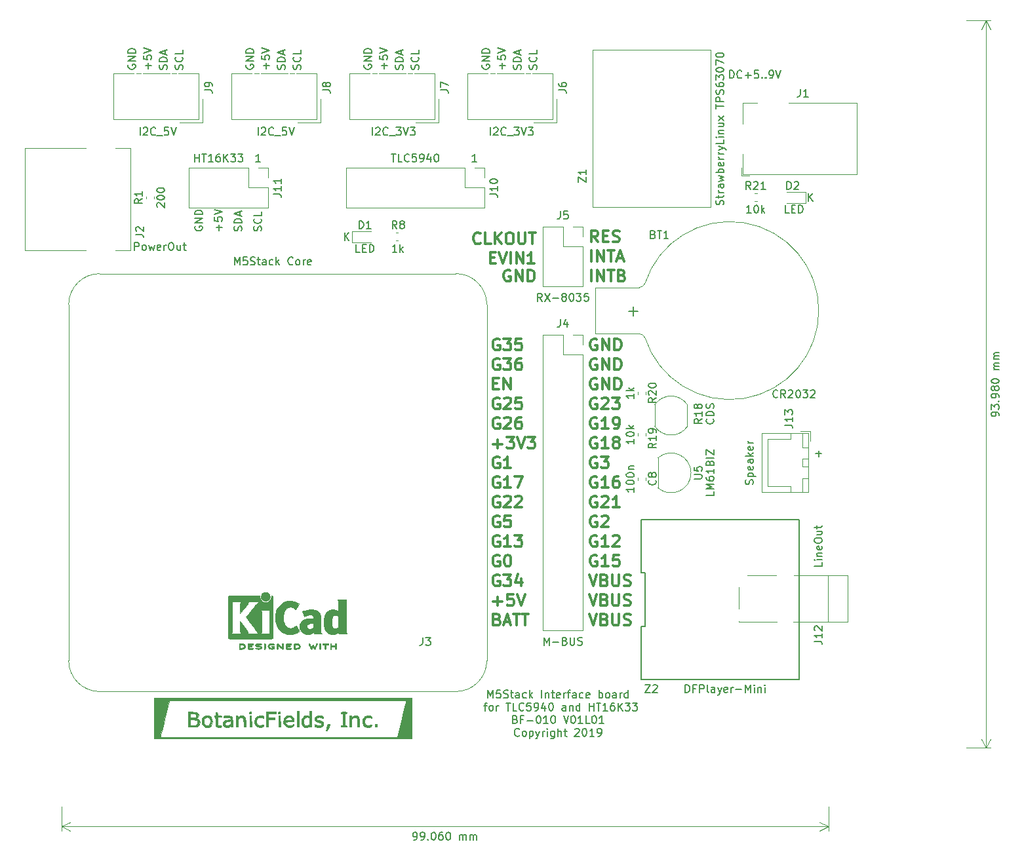
<source format=gto>
G04 #@! TF.GenerationSoftware,KiCad,Pcbnew,(5.1.4)-1*
G04 #@! TF.CreationDate,2019-10-14T19:34:20+09:00*
G04 #@! TF.ProjectId,bf-010,62662d30-3130-42e6-9b69-6361645f7063,V01L01*
G04 #@! TF.SameCoordinates,Original*
G04 #@! TF.FileFunction,Legend,Top*
G04 #@! TF.FilePolarity,Positive*
%FSLAX46Y46*%
G04 Gerber Fmt 4.6, Leading zero omitted, Abs format (unit mm)*
G04 Created by KiCad (PCBNEW (5.1.4)-1) date 2019-10-14 19:34:20*
%MOMM*%
%LPD*%
G04 APERTURE LIST*
%ADD10C,0.150000*%
%ADD11C,0.120000*%
%ADD12C,0.300000*%
%ADD13C,0.010000*%
%ADD14C,3.302000*%
%ADD15C,1.802000*%
%ADD16C,0.100000*%
%ADD17C,0.952000*%
%ADD18C,0.977000*%
%ADD19O,1.802000X1.802000*%
%ADD20R,1.802000X1.802000*%
%ADD21C,3.602000*%
%ADD22C,3.102000*%
%ADD23R,3.602000X3.602000*%
%ADD24C,1.702000*%
%ADD25C,3.702000*%
%ADD26C,1.626000*%
%ADD27R,1.626000X1.626000*%
%ADD28O,2.202000X1.902000*%
%ADD29O,2.102000X1.602000*%
%ADD30O,2.102000X1.802000*%
%ADD31R,1.402000X1.402000*%
%ADD32C,1.402000*%
%ADD33R,3.102000X3.102000*%
G04 APERTURE END LIST*
D10*
X122324761Y-77949275D02*
X122372380Y-77806418D01*
X122372380Y-77568323D01*
X122324761Y-77473085D01*
X122277142Y-77425466D01*
X122181904Y-77377847D01*
X122086666Y-77377847D01*
X121991428Y-77425466D01*
X121943809Y-77473085D01*
X121896190Y-77568323D01*
X121848571Y-77758799D01*
X121800952Y-77854037D01*
X121753333Y-77901656D01*
X121658095Y-77949275D01*
X121562857Y-77949275D01*
X121467619Y-77901656D01*
X121420000Y-77854037D01*
X121372380Y-77758799D01*
X121372380Y-77520704D01*
X121420000Y-77377847D01*
X122372380Y-76949275D02*
X121372380Y-76949275D01*
X121372380Y-76711180D01*
X121420000Y-76568323D01*
X121515238Y-76473085D01*
X121610476Y-76425466D01*
X121800952Y-76377847D01*
X121943809Y-76377847D01*
X122134285Y-76425466D01*
X122229523Y-76473085D01*
X122324761Y-76568323D01*
X122372380Y-76711180D01*
X122372380Y-76949275D01*
X122086666Y-75996894D02*
X122086666Y-75520704D01*
X122372380Y-76092132D02*
X121372380Y-75758799D01*
X122372380Y-75425466D01*
X116340000Y-77377847D02*
X116292380Y-77473085D01*
X116292380Y-77615943D01*
X116340000Y-77758800D01*
X116435238Y-77854038D01*
X116530476Y-77901657D01*
X116720952Y-77949276D01*
X116863809Y-77949276D01*
X117054285Y-77901657D01*
X117149523Y-77854038D01*
X117244761Y-77758800D01*
X117292380Y-77615943D01*
X117292380Y-77520704D01*
X117244761Y-77377847D01*
X117197142Y-77330228D01*
X116863809Y-77330228D01*
X116863809Y-77520704D01*
X117292380Y-76901657D02*
X116292380Y-76901657D01*
X117292380Y-76330228D01*
X116292380Y-76330228D01*
X117292380Y-75854038D02*
X116292380Y-75854038D01*
X116292380Y-75615943D01*
X116340000Y-75473085D01*
X116435238Y-75377847D01*
X116530476Y-75330228D01*
X116720952Y-75282609D01*
X116863809Y-75282609D01*
X117054285Y-75330228D01*
X117149523Y-75377847D01*
X117244761Y-75473085D01*
X117292380Y-75615943D01*
X117292380Y-75854038D01*
X119451428Y-77901657D02*
X119451428Y-77139752D01*
X119832380Y-77520704D02*
X119070476Y-77520704D01*
X118832380Y-76187371D02*
X118832380Y-76663562D01*
X119308571Y-76711181D01*
X119260952Y-76663562D01*
X119213333Y-76568323D01*
X119213333Y-76330228D01*
X119260952Y-76234990D01*
X119308571Y-76187371D01*
X119403809Y-76139752D01*
X119641904Y-76139752D01*
X119737142Y-76187371D01*
X119784761Y-76234990D01*
X119832380Y-76330228D01*
X119832380Y-76568323D01*
X119784761Y-76663562D01*
X119737142Y-76711181D01*
X118832380Y-75854038D02*
X119832380Y-75520704D01*
X118832380Y-75187371D01*
X124864761Y-77949276D02*
X124912380Y-77806419D01*
X124912380Y-77568323D01*
X124864761Y-77473085D01*
X124817142Y-77425466D01*
X124721904Y-77377847D01*
X124626666Y-77377847D01*
X124531428Y-77425466D01*
X124483809Y-77473085D01*
X124436190Y-77568323D01*
X124388571Y-77758800D01*
X124340952Y-77854038D01*
X124293333Y-77901657D01*
X124198095Y-77949276D01*
X124102857Y-77949276D01*
X124007619Y-77901657D01*
X123960000Y-77854038D01*
X123912380Y-77758800D01*
X123912380Y-77520704D01*
X123960000Y-77377847D01*
X124817142Y-76377847D02*
X124864761Y-76425466D01*
X124912380Y-76568323D01*
X124912380Y-76663561D01*
X124864761Y-76806419D01*
X124769523Y-76901657D01*
X124674285Y-76949276D01*
X124483809Y-76996895D01*
X124340952Y-76996895D01*
X124150476Y-76949276D01*
X124055238Y-76901657D01*
X123960000Y-76806419D01*
X123912380Y-76663561D01*
X123912380Y-76568323D01*
X123960000Y-76425466D01*
X124007619Y-76377847D01*
X124912380Y-75473085D02*
X124912380Y-75949276D01*
X123912380Y-75949276D01*
X154147380Y-138312380D02*
X154147380Y-137312380D01*
X154480714Y-138026666D01*
X154814047Y-137312380D01*
X154814047Y-138312380D01*
X155766428Y-137312380D02*
X155290238Y-137312380D01*
X155242619Y-137788571D01*
X155290238Y-137740952D01*
X155385476Y-137693333D01*
X155623571Y-137693333D01*
X155718809Y-137740952D01*
X155766428Y-137788571D01*
X155814047Y-137883809D01*
X155814047Y-138121904D01*
X155766428Y-138217142D01*
X155718809Y-138264761D01*
X155623571Y-138312380D01*
X155385476Y-138312380D01*
X155290238Y-138264761D01*
X155242619Y-138217142D01*
X156195000Y-138264761D02*
X156337857Y-138312380D01*
X156575952Y-138312380D01*
X156671190Y-138264761D01*
X156718809Y-138217142D01*
X156766428Y-138121904D01*
X156766428Y-138026666D01*
X156718809Y-137931428D01*
X156671190Y-137883809D01*
X156575952Y-137836190D01*
X156385476Y-137788571D01*
X156290238Y-137740952D01*
X156242619Y-137693333D01*
X156195000Y-137598095D01*
X156195000Y-137502857D01*
X156242619Y-137407619D01*
X156290238Y-137360000D01*
X156385476Y-137312380D01*
X156623571Y-137312380D01*
X156766428Y-137360000D01*
X157052142Y-137645714D02*
X157433095Y-137645714D01*
X157195000Y-137312380D02*
X157195000Y-138169523D01*
X157242619Y-138264761D01*
X157337857Y-138312380D01*
X157433095Y-138312380D01*
X158195000Y-138312380D02*
X158195000Y-137788571D01*
X158147380Y-137693333D01*
X158052142Y-137645714D01*
X157861666Y-137645714D01*
X157766428Y-137693333D01*
X158195000Y-138264761D02*
X158099761Y-138312380D01*
X157861666Y-138312380D01*
X157766428Y-138264761D01*
X157718809Y-138169523D01*
X157718809Y-138074285D01*
X157766428Y-137979047D01*
X157861666Y-137931428D01*
X158099761Y-137931428D01*
X158195000Y-137883809D01*
X159099761Y-138264761D02*
X159004523Y-138312380D01*
X158814047Y-138312380D01*
X158718809Y-138264761D01*
X158671190Y-138217142D01*
X158623571Y-138121904D01*
X158623571Y-137836190D01*
X158671190Y-137740952D01*
X158718809Y-137693333D01*
X158814047Y-137645714D01*
X159004523Y-137645714D01*
X159099761Y-137693333D01*
X159528333Y-138312380D02*
X159528333Y-137312380D01*
X159623571Y-137931428D02*
X159909285Y-138312380D01*
X159909285Y-137645714D02*
X159528333Y-138026666D01*
X161099761Y-138312380D02*
X161099761Y-137312380D01*
X161575952Y-137645714D02*
X161575952Y-138312380D01*
X161575952Y-137740952D02*
X161623571Y-137693333D01*
X161718809Y-137645714D01*
X161861666Y-137645714D01*
X161956904Y-137693333D01*
X162004523Y-137788571D01*
X162004523Y-138312380D01*
X162337857Y-137645714D02*
X162718809Y-137645714D01*
X162480714Y-137312380D02*
X162480714Y-138169523D01*
X162528333Y-138264761D01*
X162623571Y-138312380D01*
X162718809Y-138312380D01*
X163433095Y-138264761D02*
X163337857Y-138312380D01*
X163147380Y-138312380D01*
X163052142Y-138264761D01*
X163004523Y-138169523D01*
X163004523Y-137788571D01*
X163052142Y-137693333D01*
X163147380Y-137645714D01*
X163337857Y-137645714D01*
X163433095Y-137693333D01*
X163480714Y-137788571D01*
X163480714Y-137883809D01*
X163004523Y-137979047D01*
X163909285Y-138312380D02*
X163909285Y-137645714D01*
X163909285Y-137836190D02*
X163956904Y-137740952D01*
X164004523Y-137693333D01*
X164099761Y-137645714D01*
X164195000Y-137645714D01*
X164385476Y-137645714D02*
X164766428Y-137645714D01*
X164528333Y-138312380D02*
X164528333Y-137455238D01*
X164575952Y-137360000D01*
X164671190Y-137312380D01*
X164766428Y-137312380D01*
X165528333Y-138312380D02*
X165528333Y-137788571D01*
X165480714Y-137693333D01*
X165385476Y-137645714D01*
X165195000Y-137645714D01*
X165099761Y-137693333D01*
X165528333Y-138264761D02*
X165433095Y-138312380D01*
X165195000Y-138312380D01*
X165099761Y-138264761D01*
X165052142Y-138169523D01*
X165052142Y-138074285D01*
X165099761Y-137979047D01*
X165195000Y-137931428D01*
X165433095Y-137931428D01*
X165528333Y-137883809D01*
X166433095Y-138264761D02*
X166337857Y-138312380D01*
X166147380Y-138312380D01*
X166052142Y-138264761D01*
X166004523Y-138217142D01*
X165956904Y-138121904D01*
X165956904Y-137836190D01*
X166004523Y-137740952D01*
X166052142Y-137693333D01*
X166147380Y-137645714D01*
X166337857Y-137645714D01*
X166433095Y-137693333D01*
X167242619Y-138264761D02*
X167147380Y-138312380D01*
X166956904Y-138312380D01*
X166861666Y-138264761D01*
X166814047Y-138169523D01*
X166814047Y-137788571D01*
X166861666Y-137693333D01*
X166956904Y-137645714D01*
X167147380Y-137645714D01*
X167242619Y-137693333D01*
X167290238Y-137788571D01*
X167290238Y-137883809D01*
X166814047Y-137979047D01*
X168480714Y-138312380D02*
X168480714Y-137312380D01*
X168480714Y-137693333D02*
X168575952Y-137645714D01*
X168766428Y-137645714D01*
X168861666Y-137693333D01*
X168909285Y-137740952D01*
X168956904Y-137836190D01*
X168956904Y-138121904D01*
X168909285Y-138217142D01*
X168861666Y-138264761D01*
X168766428Y-138312380D01*
X168575952Y-138312380D01*
X168480714Y-138264761D01*
X169528333Y-138312380D02*
X169433095Y-138264761D01*
X169385476Y-138217142D01*
X169337857Y-138121904D01*
X169337857Y-137836190D01*
X169385476Y-137740952D01*
X169433095Y-137693333D01*
X169528333Y-137645714D01*
X169671190Y-137645714D01*
X169766428Y-137693333D01*
X169814047Y-137740952D01*
X169861666Y-137836190D01*
X169861666Y-138121904D01*
X169814047Y-138217142D01*
X169766428Y-138264761D01*
X169671190Y-138312380D01*
X169528333Y-138312380D01*
X170718809Y-138312380D02*
X170718809Y-137788571D01*
X170671190Y-137693333D01*
X170575952Y-137645714D01*
X170385476Y-137645714D01*
X170290238Y-137693333D01*
X170718809Y-138264761D02*
X170623571Y-138312380D01*
X170385476Y-138312380D01*
X170290238Y-138264761D01*
X170242619Y-138169523D01*
X170242619Y-138074285D01*
X170290238Y-137979047D01*
X170385476Y-137931428D01*
X170623571Y-137931428D01*
X170718809Y-137883809D01*
X171195000Y-138312380D02*
X171195000Y-137645714D01*
X171195000Y-137836190D02*
X171242619Y-137740952D01*
X171290238Y-137693333D01*
X171385476Y-137645714D01*
X171480714Y-137645714D01*
X172242619Y-138312380D02*
X172242619Y-137312380D01*
X172242619Y-138264761D02*
X172147380Y-138312380D01*
X171956904Y-138312380D01*
X171861666Y-138264761D01*
X171814047Y-138217142D01*
X171766428Y-138121904D01*
X171766428Y-137836190D01*
X171814047Y-137740952D01*
X171861666Y-137693333D01*
X171956904Y-137645714D01*
X172147380Y-137645714D01*
X172242619Y-137693333D01*
X153623571Y-139295714D02*
X154004523Y-139295714D01*
X153766428Y-139962380D02*
X153766428Y-139105238D01*
X153814047Y-139010000D01*
X153909285Y-138962380D01*
X154004523Y-138962380D01*
X154480714Y-139962380D02*
X154385476Y-139914761D01*
X154337857Y-139867142D01*
X154290238Y-139771904D01*
X154290238Y-139486190D01*
X154337857Y-139390952D01*
X154385476Y-139343333D01*
X154480714Y-139295714D01*
X154623571Y-139295714D01*
X154718809Y-139343333D01*
X154766428Y-139390952D01*
X154814047Y-139486190D01*
X154814047Y-139771904D01*
X154766428Y-139867142D01*
X154718809Y-139914761D01*
X154623571Y-139962380D01*
X154480714Y-139962380D01*
X155242619Y-139962380D02*
X155242619Y-139295714D01*
X155242619Y-139486190D02*
X155290238Y-139390952D01*
X155337857Y-139343333D01*
X155433095Y-139295714D01*
X155528333Y-139295714D01*
X156480714Y-138962380D02*
X157052142Y-138962380D01*
X156766428Y-139962380D02*
X156766428Y-138962380D01*
X157861666Y-139962380D02*
X157385476Y-139962380D01*
X157385476Y-138962380D01*
X158766428Y-139867142D02*
X158718809Y-139914761D01*
X158575952Y-139962380D01*
X158480714Y-139962380D01*
X158337857Y-139914761D01*
X158242619Y-139819523D01*
X158195000Y-139724285D01*
X158147380Y-139533809D01*
X158147380Y-139390952D01*
X158195000Y-139200476D01*
X158242619Y-139105238D01*
X158337857Y-139010000D01*
X158480714Y-138962380D01*
X158575952Y-138962380D01*
X158718809Y-139010000D01*
X158766428Y-139057619D01*
X159671190Y-138962380D02*
X159195000Y-138962380D01*
X159147380Y-139438571D01*
X159195000Y-139390952D01*
X159290238Y-139343333D01*
X159528333Y-139343333D01*
X159623571Y-139390952D01*
X159671190Y-139438571D01*
X159718809Y-139533809D01*
X159718809Y-139771904D01*
X159671190Y-139867142D01*
X159623571Y-139914761D01*
X159528333Y-139962380D01*
X159290238Y-139962380D01*
X159195000Y-139914761D01*
X159147380Y-139867142D01*
X160195000Y-139962380D02*
X160385476Y-139962380D01*
X160480714Y-139914761D01*
X160528333Y-139867142D01*
X160623571Y-139724285D01*
X160671190Y-139533809D01*
X160671190Y-139152857D01*
X160623571Y-139057619D01*
X160575952Y-139010000D01*
X160480714Y-138962380D01*
X160290238Y-138962380D01*
X160195000Y-139010000D01*
X160147380Y-139057619D01*
X160099761Y-139152857D01*
X160099761Y-139390952D01*
X160147380Y-139486190D01*
X160195000Y-139533809D01*
X160290238Y-139581428D01*
X160480714Y-139581428D01*
X160575952Y-139533809D01*
X160623571Y-139486190D01*
X160671190Y-139390952D01*
X161528333Y-139295714D02*
X161528333Y-139962380D01*
X161290238Y-138914761D02*
X161052142Y-139629047D01*
X161671190Y-139629047D01*
X162242619Y-138962380D02*
X162337857Y-138962380D01*
X162433095Y-139010000D01*
X162480714Y-139057619D01*
X162528333Y-139152857D01*
X162575952Y-139343333D01*
X162575952Y-139581428D01*
X162528333Y-139771904D01*
X162480714Y-139867142D01*
X162433095Y-139914761D01*
X162337857Y-139962380D01*
X162242619Y-139962380D01*
X162147380Y-139914761D01*
X162099761Y-139867142D01*
X162052142Y-139771904D01*
X162004523Y-139581428D01*
X162004523Y-139343333D01*
X162052142Y-139152857D01*
X162099761Y-139057619D01*
X162147380Y-139010000D01*
X162242619Y-138962380D01*
X164195000Y-139962380D02*
X164195000Y-139438571D01*
X164147380Y-139343333D01*
X164052142Y-139295714D01*
X163861666Y-139295714D01*
X163766428Y-139343333D01*
X164195000Y-139914761D02*
X164099761Y-139962380D01*
X163861666Y-139962380D01*
X163766428Y-139914761D01*
X163718809Y-139819523D01*
X163718809Y-139724285D01*
X163766428Y-139629047D01*
X163861666Y-139581428D01*
X164099761Y-139581428D01*
X164195000Y-139533809D01*
X164671190Y-139295714D02*
X164671190Y-139962380D01*
X164671190Y-139390952D02*
X164718809Y-139343333D01*
X164814047Y-139295714D01*
X164956904Y-139295714D01*
X165052142Y-139343333D01*
X165099761Y-139438571D01*
X165099761Y-139962380D01*
X166004523Y-139962380D02*
X166004523Y-138962380D01*
X166004523Y-139914761D02*
X165909285Y-139962380D01*
X165718809Y-139962380D01*
X165623571Y-139914761D01*
X165575952Y-139867142D01*
X165528333Y-139771904D01*
X165528333Y-139486190D01*
X165575952Y-139390952D01*
X165623571Y-139343333D01*
X165718809Y-139295714D01*
X165909285Y-139295714D01*
X166004523Y-139343333D01*
X167242619Y-139962380D02*
X167242619Y-138962380D01*
X167242619Y-139438571D02*
X167814047Y-139438571D01*
X167814047Y-139962380D02*
X167814047Y-138962380D01*
X168147380Y-138962380D02*
X168718809Y-138962380D01*
X168433095Y-139962380D02*
X168433095Y-138962380D01*
X169575952Y-139962380D02*
X169004523Y-139962380D01*
X169290238Y-139962380D02*
X169290238Y-138962380D01*
X169195000Y-139105238D01*
X169099761Y-139200476D01*
X169004523Y-139248095D01*
X170433095Y-138962380D02*
X170242619Y-138962380D01*
X170147380Y-139010000D01*
X170099761Y-139057619D01*
X170004523Y-139200476D01*
X169956904Y-139390952D01*
X169956904Y-139771904D01*
X170004523Y-139867142D01*
X170052142Y-139914761D01*
X170147380Y-139962380D01*
X170337857Y-139962380D01*
X170433095Y-139914761D01*
X170480714Y-139867142D01*
X170528333Y-139771904D01*
X170528333Y-139533809D01*
X170480714Y-139438571D01*
X170433095Y-139390952D01*
X170337857Y-139343333D01*
X170147380Y-139343333D01*
X170052142Y-139390952D01*
X170004523Y-139438571D01*
X169956904Y-139533809D01*
X170956904Y-139962380D02*
X170956904Y-138962380D01*
X171528333Y-139962380D02*
X171099761Y-139390952D01*
X171528333Y-138962380D02*
X170956904Y-139533809D01*
X171861666Y-138962380D02*
X172480714Y-138962380D01*
X172147380Y-139343333D01*
X172290238Y-139343333D01*
X172385476Y-139390952D01*
X172433095Y-139438571D01*
X172480714Y-139533809D01*
X172480714Y-139771904D01*
X172433095Y-139867142D01*
X172385476Y-139914761D01*
X172290238Y-139962380D01*
X172004523Y-139962380D01*
X171909285Y-139914761D01*
X171861666Y-139867142D01*
X172814047Y-138962380D02*
X173433095Y-138962380D01*
X173099761Y-139343333D01*
X173242619Y-139343333D01*
X173337857Y-139390952D01*
X173385476Y-139438571D01*
X173433095Y-139533809D01*
X173433095Y-139771904D01*
X173385476Y-139867142D01*
X173337857Y-139914761D01*
X173242619Y-139962380D01*
X172956904Y-139962380D01*
X172861666Y-139914761D01*
X172814047Y-139867142D01*
X157671190Y-141088571D02*
X157814047Y-141136190D01*
X157861666Y-141183809D01*
X157909285Y-141279047D01*
X157909285Y-141421904D01*
X157861666Y-141517142D01*
X157814047Y-141564761D01*
X157718809Y-141612380D01*
X157337857Y-141612380D01*
X157337857Y-140612380D01*
X157671190Y-140612380D01*
X157766428Y-140660000D01*
X157814047Y-140707619D01*
X157861666Y-140802857D01*
X157861666Y-140898095D01*
X157814047Y-140993333D01*
X157766428Y-141040952D01*
X157671190Y-141088571D01*
X157337857Y-141088571D01*
X158671190Y-141088571D02*
X158337857Y-141088571D01*
X158337857Y-141612380D02*
X158337857Y-140612380D01*
X158814047Y-140612380D01*
X159195000Y-141231428D02*
X159956904Y-141231428D01*
X160623571Y-140612380D02*
X160718809Y-140612380D01*
X160814047Y-140660000D01*
X160861666Y-140707619D01*
X160909285Y-140802857D01*
X160956904Y-140993333D01*
X160956904Y-141231428D01*
X160909285Y-141421904D01*
X160861666Y-141517142D01*
X160814047Y-141564761D01*
X160718809Y-141612380D01*
X160623571Y-141612380D01*
X160528333Y-141564761D01*
X160480714Y-141517142D01*
X160433095Y-141421904D01*
X160385476Y-141231428D01*
X160385476Y-140993333D01*
X160433095Y-140802857D01*
X160480714Y-140707619D01*
X160528333Y-140660000D01*
X160623571Y-140612380D01*
X161909285Y-141612380D02*
X161337857Y-141612380D01*
X161623571Y-141612380D02*
X161623571Y-140612380D01*
X161528333Y-140755238D01*
X161433095Y-140850476D01*
X161337857Y-140898095D01*
X162528333Y-140612380D02*
X162623571Y-140612380D01*
X162718809Y-140660000D01*
X162766428Y-140707619D01*
X162814047Y-140802857D01*
X162861666Y-140993333D01*
X162861666Y-141231428D01*
X162814047Y-141421904D01*
X162766428Y-141517142D01*
X162718809Y-141564761D01*
X162623571Y-141612380D01*
X162528333Y-141612380D01*
X162433095Y-141564761D01*
X162385476Y-141517142D01*
X162337857Y-141421904D01*
X162290238Y-141231428D01*
X162290238Y-140993333D01*
X162337857Y-140802857D01*
X162385476Y-140707619D01*
X162433095Y-140660000D01*
X162528333Y-140612380D01*
X163909285Y-140612380D02*
X164242619Y-141612380D01*
X164575952Y-140612380D01*
X165099761Y-140612380D02*
X165195000Y-140612380D01*
X165290238Y-140660000D01*
X165337857Y-140707619D01*
X165385476Y-140802857D01*
X165433095Y-140993333D01*
X165433095Y-141231428D01*
X165385476Y-141421904D01*
X165337857Y-141517142D01*
X165290238Y-141564761D01*
X165195000Y-141612380D01*
X165099761Y-141612380D01*
X165004523Y-141564761D01*
X164956904Y-141517142D01*
X164909285Y-141421904D01*
X164861666Y-141231428D01*
X164861666Y-140993333D01*
X164909285Y-140802857D01*
X164956904Y-140707619D01*
X165004523Y-140660000D01*
X165099761Y-140612380D01*
X166385476Y-141612380D02*
X165814047Y-141612380D01*
X166099761Y-141612380D02*
X166099761Y-140612380D01*
X166004523Y-140755238D01*
X165909285Y-140850476D01*
X165814047Y-140898095D01*
X167290238Y-141612380D02*
X166814047Y-141612380D01*
X166814047Y-140612380D01*
X167814047Y-140612380D02*
X167909285Y-140612380D01*
X168004523Y-140660000D01*
X168052142Y-140707619D01*
X168099761Y-140802857D01*
X168147380Y-140993333D01*
X168147380Y-141231428D01*
X168099761Y-141421904D01*
X168052142Y-141517142D01*
X168004523Y-141564761D01*
X167909285Y-141612380D01*
X167814047Y-141612380D01*
X167718809Y-141564761D01*
X167671190Y-141517142D01*
X167623571Y-141421904D01*
X167575952Y-141231428D01*
X167575952Y-140993333D01*
X167623571Y-140802857D01*
X167671190Y-140707619D01*
X167718809Y-140660000D01*
X167814047Y-140612380D01*
X169099761Y-141612380D02*
X168528333Y-141612380D01*
X168814047Y-141612380D02*
X168814047Y-140612380D01*
X168718809Y-140755238D01*
X168623571Y-140850476D01*
X168528333Y-140898095D01*
X158195000Y-143167142D02*
X158147380Y-143214761D01*
X158004523Y-143262380D01*
X157909285Y-143262380D01*
X157766428Y-143214761D01*
X157671190Y-143119523D01*
X157623571Y-143024285D01*
X157575952Y-142833809D01*
X157575952Y-142690952D01*
X157623571Y-142500476D01*
X157671190Y-142405238D01*
X157766428Y-142310000D01*
X157909285Y-142262380D01*
X158004523Y-142262380D01*
X158147380Y-142310000D01*
X158195000Y-142357619D01*
X158766428Y-143262380D02*
X158671190Y-143214761D01*
X158623571Y-143167142D01*
X158575952Y-143071904D01*
X158575952Y-142786190D01*
X158623571Y-142690952D01*
X158671190Y-142643333D01*
X158766428Y-142595714D01*
X158909285Y-142595714D01*
X159004523Y-142643333D01*
X159052142Y-142690952D01*
X159099761Y-142786190D01*
X159099761Y-143071904D01*
X159052142Y-143167142D01*
X159004523Y-143214761D01*
X158909285Y-143262380D01*
X158766428Y-143262380D01*
X159528333Y-142595714D02*
X159528333Y-143595714D01*
X159528333Y-142643333D02*
X159623571Y-142595714D01*
X159814047Y-142595714D01*
X159909285Y-142643333D01*
X159956904Y-142690952D01*
X160004523Y-142786190D01*
X160004523Y-143071904D01*
X159956904Y-143167142D01*
X159909285Y-143214761D01*
X159814047Y-143262380D01*
X159623571Y-143262380D01*
X159528333Y-143214761D01*
X160337857Y-142595714D02*
X160575952Y-143262380D01*
X160814047Y-142595714D02*
X160575952Y-143262380D01*
X160480714Y-143500476D01*
X160433095Y-143548095D01*
X160337857Y-143595714D01*
X161195000Y-143262380D02*
X161195000Y-142595714D01*
X161195000Y-142786190D02*
X161242619Y-142690952D01*
X161290238Y-142643333D01*
X161385476Y-142595714D01*
X161480714Y-142595714D01*
X161814047Y-143262380D02*
X161814047Y-142595714D01*
X161814047Y-142262380D02*
X161766428Y-142310000D01*
X161814047Y-142357619D01*
X161861666Y-142310000D01*
X161814047Y-142262380D01*
X161814047Y-142357619D01*
X162718809Y-142595714D02*
X162718809Y-143405238D01*
X162671190Y-143500476D01*
X162623571Y-143548095D01*
X162528333Y-143595714D01*
X162385476Y-143595714D01*
X162290238Y-143548095D01*
X162718809Y-143214761D02*
X162623571Y-143262380D01*
X162433095Y-143262380D01*
X162337857Y-143214761D01*
X162290238Y-143167142D01*
X162242619Y-143071904D01*
X162242619Y-142786190D01*
X162290238Y-142690952D01*
X162337857Y-142643333D01*
X162433095Y-142595714D01*
X162623571Y-142595714D01*
X162718809Y-142643333D01*
X163195000Y-143262380D02*
X163195000Y-142262380D01*
X163623571Y-143262380D02*
X163623571Y-142738571D01*
X163575952Y-142643333D01*
X163480714Y-142595714D01*
X163337857Y-142595714D01*
X163242619Y-142643333D01*
X163195000Y-142690952D01*
X163956904Y-142595714D02*
X164337857Y-142595714D01*
X164099761Y-142262380D02*
X164099761Y-143119523D01*
X164147380Y-143214761D01*
X164242619Y-143262380D01*
X164337857Y-143262380D01*
X165385476Y-142357619D02*
X165433095Y-142310000D01*
X165528333Y-142262380D01*
X165766428Y-142262380D01*
X165861666Y-142310000D01*
X165909285Y-142357619D01*
X165956904Y-142452857D01*
X165956904Y-142548095D01*
X165909285Y-142690952D01*
X165337857Y-143262380D01*
X165956904Y-143262380D01*
X166575952Y-142262380D02*
X166671190Y-142262380D01*
X166766428Y-142310000D01*
X166814047Y-142357619D01*
X166861666Y-142452857D01*
X166909285Y-142643333D01*
X166909285Y-142881428D01*
X166861666Y-143071904D01*
X166814047Y-143167142D01*
X166766428Y-143214761D01*
X166671190Y-143262380D01*
X166575952Y-143262380D01*
X166480714Y-143214761D01*
X166433095Y-143167142D01*
X166385476Y-143071904D01*
X166337857Y-142881428D01*
X166337857Y-142643333D01*
X166385476Y-142452857D01*
X166433095Y-142357619D01*
X166480714Y-142310000D01*
X166575952Y-142262380D01*
X167861666Y-143262380D02*
X167290238Y-143262380D01*
X167575952Y-143262380D02*
X167575952Y-142262380D01*
X167480714Y-142405238D01*
X167385476Y-142500476D01*
X167290238Y-142548095D01*
X168337857Y-143262380D02*
X168528333Y-143262380D01*
X168623571Y-143214761D01*
X168671190Y-143167142D01*
X168766428Y-143024285D01*
X168814047Y-142833809D01*
X168814047Y-142452857D01*
X168766428Y-142357619D01*
X168718809Y-142310000D01*
X168623571Y-142262380D01*
X168433095Y-142262380D01*
X168337857Y-142310000D01*
X168290238Y-142357619D01*
X168242619Y-142452857D01*
X168242619Y-142690952D01*
X168290238Y-142786190D01*
X168337857Y-142833809D01*
X168433095Y-142881428D01*
X168623571Y-142881428D01*
X168718809Y-142833809D01*
X168766428Y-142786190D01*
X168814047Y-142690952D01*
X195518095Y-74152380D02*
X195518095Y-73152380D01*
X196089523Y-74152380D02*
X195660952Y-73580952D01*
X196089523Y-73152380D02*
X195518095Y-73723809D01*
X196469047Y-106751428D02*
X197230952Y-106751428D01*
X196850000Y-107132380D02*
X196850000Y-106370476D01*
X135628095Y-79192380D02*
X135628095Y-78192380D01*
X136199523Y-79192380D02*
X135770952Y-78620952D01*
X136199523Y-78192380D02*
X135628095Y-78763809D01*
X152685714Y-69032380D02*
X152114285Y-69032380D01*
X152400000Y-69032380D02*
X152400000Y-68032380D01*
X152304761Y-68175238D01*
X152209523Y-68270476D01*
X152114285Y-68318095D01*
X124745714Y-69032380D02*
X124174285Y-69032380D01*
X124460000Y-69032380D02*
X124460000Y-68032380D01*
X124364761Y-68175238D01*
X124269523Y-68270476D01*
X124174285Y-68318095D01*
X156027428Y-57022857D02*
X156027428Y-56260952D01*
X156408380Y-56641904D02*
X155646476Y-56641904D01*
X155408380Y-55308571D02*
X155408380Y-55784762D01*
X155884571Y-55832381D01*
X155836952Y-55784762D01*
X155789333Y-55689523D01*
X155789333Y-55451428D01*
X155836952Y-55356190D01*
X155884571Y-55308571D01*
X155979809Y-55260952D01*
X156217904Y-55260952D01*
X156313142Y-55308571D01*
X156360761Y-55356190D01*
X156408380Y-55451428D01*
X156408380Y-55689523D01*
X156360761Y-55784762D01*
X156313142Y-55832381D01*
X155408380Y-54975238D02*
X156408380Y-54641904D01*
X155408380Y-54308571D01*
X160424761Y-57070476D02*
X160472380Y-56927619D01*
X160472380Y-56689523D01*
X160424761Y-56594285D01*
X160377142Y-56546666D01*
X160281904Y-56499047D01*
X160186666Y-56499047D01*
X160091428Y-56546666D01*
X160043809Y-56594285D01*
X159996190Y-56689523D01*
X159948571Y-56880000D01*
X159900952Y-56975238D01*
X159853333Y-57022857D01*
X159758095Y-57070476D01*
X159662857Y-57070476D01*
X159567619Y-57022857D01*
X159520000Y-56975238D01*
X159472380Y-56880000D01*
X159472380Y-56641904D01*
X159520000Y-56499047D01*
X160377142Y-55499047D02*
X160424761Y-55546666D01*
X160472380Y-55689523D01*
X160472380Y-55784761D01*
X160424761Y-55927619D01*
X160329523Y-56022857D01*
X160234285Y-56070476D01*
X160043809Y-56118095D01*
X159900952Y-56118095D01*
X159710476Y-56070476D01*
X159615238Y-56022857D01*
X159520000Y-55927619D01*
X159472380Y-55784761D01*
X159472380Y-55689523D01*
X159520000Y-55546666D01*
X159567619Y-55499047D01*
X160472380Y-54594285D02*
X160472380Y-55070476D01*
X159472380Y-55070476D01*
X153424000Y-56499047D02*
X153376380Y-56594285D01*
X153376380Y-56737143D01*
X153424000Y-56880000D01*
X153519238Y-56975238D01*
X153614476Y-57022857D01*
X153804952Y-57070476D01*
X153947809Y-57070476D01*
X154138285Y-57022857D01*
X154233523Y-56975238D01*
X154328761Y-56880000D01*
X154376380Y-56737143D01*
X154376380Y-56641904D01*
X154328761Y-56499047D01*
X154281142Y-56451428D01*
X153947809Y-56451428D01*
X153947809Y-56641904D01*
X154376380Y-56022857D02*
X153376380Y-56022857D01*
X154376380Y-55451428D01*
X153376380Y-55451428D01*
X154376380Y-54975238D02*
X153376380Y-54975238D01*
X153376380Y-54737143D01*
X153424000Y-54594285D01*
X153519238Y-54499047D01*
X153614476Y-54451428D01*
X153804952Y-54403809D01*
X153947809Y-54403809D01*
X154138285Y-54451428D01*
X154233523Y-54499047D01*
X154328761Y-54594285D01*
X154376380Y-54737143D01*
X154376380Y-54975238D01*
X158392761Y-57070475D02*
X158440380Y-56927618D01*
X158440380Y-56689523D01*
X158392761Y-56594285D01*
X158345142Y-56546666D01*
X158249904Y-56499047D01*
X158154666Y-56499047D01*
X158059428Y-56546666D01*
X158011809Y-56594285D01*
X157964190Y-56689523D01*
X157916571Y-56879999D01*
X157868952Y-56975237D01*
X157821333Y-57022856D01*
X157726095Y-57070475D01*
X157630857Y-57070475D01*
X157535619Y-57022856D01*
X157488000Y-56975237D01*
X157440380Y-56879999D01*
X157440380Y-56641904D01*
X157488000Y-56499047D01*
X158440380Y-56070475D02*
X157440380Y-56070475D01*
X157440380Y-55832380D01*
X157488000Y-55689523D01*
X157583238Y-55594285D01*
X157678476Y-55546666D01*
X157868952Y-55499047D01*
X158011809Y-55499047D01*
X158202285Y-55546666D01*
X158297523Y-55594285D01*
X158392761Y-55689523D01*
X158440380Y-55832380D01*
X158440380Y-56070475D01*
X158154666Y-55118094D02*
X158154666Y-54641904D01*
X158440380Y-55213332D02*
X157440380Y-54879999D01*
X158440380Y-54546666D01*
X145184761Y-57070476D02*
X145232380Y-56927619D01*
X145232380Y-56689523D01*
X145184761Y-56594285D01*
X145137142Y-56546666D01*
X145041904Y-56499047D01*
X144946666Y-56499047D01*
X144851428Y-56546666D01*
X144803809Y-56594285D01*
X144756190Y-56689523D01*
X144708571Y-56880000D01*
X144660952Y-56975238D01*
X144613333Y-57022857D01*
X144518095Y-57070476D01*
X144422857Y-57070476D01*
X144327619Y-57022857D01*
X144280000Y-56975238D01*
X144232380Y-56880000D01*
X144232380Y-56641904D01*
X144280000Y-56499047D01*
X145137142Y-55499047D02*
X145184761Y-55546666D01*
X145232380Y-55689523D01*
X145232380Y-55784761D01*
X145184761Y-55927619D01*
X145089523Y-56022857D01*
X144994285Y-56070476D01*
X144803809Y-56118095D01*
X144660952Y-56118095D01*
X144470476Y-56070476D01*
X144375238Y-56022857D01*
X144280000Y-55927619D01*
X144232380Y-55784761D01*
X144232380Y-55689523D01*
X144280000Y-55546666D01*
X144327619Y-55499047D01*
X145232380Y-54594285D02*
X145232380Y-55070476D01*
X144232380Y-55070476D01*
X140787428Y-57022857D02*
X140787428Y-56260952D01*
X141168380Y-56641904D02*
X140406476Y-56641904D01*
X140168380Y-55308571D02*
X140168380Y-55784762D01*
X140644571Y-55832381D01*
X140596952Y-55784762D01*
X140549333Y-55689523D01*
X140549333Y-55451428D01*
X140596952Y-55356190D01*
X140644571Y-55308571D01*
X140739809Y-55260952D01*
X140977904Y-55260952D01*
X141073142Y-55308571D01*
X141120761Y-55356190D01*
X141168380Y-55451428D01*
X141168380Y-55689523D01*
X141120761Y-55784762D01*
X141073142Y-55832381D01*
X140168380Y-54975238D02*
X141168380Y-54641904D01*
X140168380Y-54308571D01*
X138184000Y-56499047D02*
X138136380Y-56594285D01*
X138136380Y-56737143D01*
X138184000Y-56880000D01*
X138279238Y-56975238D01*
X138374476Y-57022857D01*
X138564952Y-57070476D01*
X138707809Y-57070476D01*
X138898285Y-57022857D01*
X138993523Y-56975238D01*
X139088761Y-56880000D01*
X139136380Y-56737143D01*
X139136380Y-56641904D01*
X139088761Y-56499047D01*
X139041142Y-56451428D01*
X138707809Y-56451428D01*
X138707809Y-56641904D01*
X139136380Y-56022857D02*
X138136380Y-56022857D01*
X139136380Y-55451428D01*
X138136380Y-55451428D01*
X139136380Y-54975238D02*
X138136380Y-54975238D01*
X138136380Y-54737143D01*
X138184000Y-54594285D01*
X138279238Y-54499047D01*
X138374476Y-54451428D01*
X138564952Y-54403809D01*
X138707809Y-54403809D01*
X138898285Y-54451428D01*
X138993523Y-54499047D01*
X139088761Y-54594285D01*
X139136380Y-54737143D01*
X139136380Y-54975238D01*
X143152761Y-57070475D02*
X143200380Y-56927618D01*
X143200380Y-56689523D01*
X143152761Y-56594285D01*
X143105142Y-56546666D01*
X143009904Y-56499047D01*
X142914666Y-56499047D01*
X142819428Y-56546666D01*
X142771809Y-56594285D01*
X142724190Y-56689523D01*
X142676571Y-56879999D01*
X142628952Y-56975237D01*
X142581333Y-57022856D01*
X142486095Y-57070475D01*
X142390857Y-57070475D01*
X142295619Y-57022856D01*
X142248000Y-56975237D01*
X142200380Y-56879999D01*
X142200380Y-56641904D01*
X142248000Y-56499047D01*
X143200380Y-56070475D02*
X142200380Y-56070475D01*
X142200380Y-55832380D01*
X142248000Y-55689523D01*
X142343238Y-55594285D01*
X142438476Y-55546666D01*
X142628952Y-55499047D01*
X142771809Y-55499047D01*
X142962285Y-55546666D01*
X143057523Y-55594285D01*
X143152761Y-55689523D01*
X143200380Y-55832380D01*
X143200380Y-56070475D01*
X142914666Y-55118094D02*
X142914666Y-54641904D01*
X143200380Y-55213332D02*
X142200380Y-54879999D01*
X143200380Y-54546666D01*
X122944000Y-56499047D02*
X122896380Y-56594285D01*
X122896380Y-56737143D01*
X122944000Y-56880000D01*
X123039238Y-56975238D01*
X123134476Y-57022857D01*
X123324952Y-57070476D01*
X123467809Y-57070476D01*
X123658285Y-57022857D01*
X123753523Y-56975238D01*
X123848761Y-56880000D01*
X123896380Y-56737143D01*
X123896380Y-56641904D01*
X123848761Y-56499047D01*
X123801142Y-56451428D01*
X123467809Y-56451428D01*
X123467809Y-56641904D01*
X123896380Y-56022857D02*
X122896380Y-56022857D01*
X123896380Y-55451428D01*
X122896380Y-55451428D01*
X123896380Y-54975238D02*
X122896380Y-54975238D01*
X122896380Y-54737143D01*
X122944000Y-54594285D01*
X123039238Y-54499047D01*
X123134476Y-54451428D01*
X123324952Y-54403809D01*
X123467809Y-54403809D01*
X123658285Y-54451428D01*
X123753523Y-54499047D01*
X123848761Y-54594285D01*
X123896380Y-54737143D01*
X123896380Y-54975238D01*
X127912761Y-57070475D02*
X127960380Y-56927618D01*
X127960380Y-56689523D01*
X127912761Y-56594285D01*
X127865142Y-56546666D01*
X127769904Y-56499047D01*
X127674666Y-56499047D01*
X127579428Y-56546666D01*
X127531809Y-56594285D01*
X127484190Y-56689523D01*
X127436571Y-56879999D01*
X127388952Y-56975237D01*
X127341333Y-57022856D01*
X127246095Y-57070475D01*
X127150857Y-57070475D01*
X127055619Y-57022856D01*
X127008000Y-56975237D01*
X126960380Y-56879999D01*
X126960380Y-56641904D01*
X127008000Y-56499047D01*
X127960380Y-56070475D02*
X126960380Y-56070475D01*
X126960380Y-55832380D01*
X127008000Y-55689523D01*
X127103238Y-55594285D01*
X127198476Y-55546666D01*
X127388952Y-55499047D01*
X127531809Y-55499047D01*
X127722285Y-55546666D01*
X127817523Y-55594285D01*
X127912761Y-55689523D01*
X127960380Y-55832380D01*
X127960380Y-56070475D01*
X127674666Y-55118094D02*
X127674666Y-54641904D01*
X127960380Y-55213332D02*
X126960380Y-54879999D01*
X127960380Y-54546666D01*
X125547428Y-57022857D02*
X125547428Y-56260952D01*
X125928380Y-56641904D02*
X125166476Y-56641904D01*
X124928380Y-55308571D02*
X124928380Y-55784762D01*
X125404571Y-55832381D01*
X125356952Y-55784762D01*
X125309333Y-55689523D01*
X125309333Y-55451428D01*
X125356952Y-55356190D01*
X125404571Y-55308571D01*
X125499809Y-55260952D01*
X125737904Y-55260952D01*
X125833142Y-55308571D01*
X125880761Y-55356190D01*
X125928380Y-55451428D01*
X125928380Y-55689523D01*
X125880761Y-55784762D01*
X125833142Y-55832381D01*
X124928380Y-54975238D02*
X125928380Y-54641904D01*
X124928380Y-54308571D01*
X129944761Y-57070476D02*
X129992380Y-56927619D01*
X129992380Y-56689523D01*
X129944761Y-56594285D01*
X129897142Y-56546666D01*
X129801904Y-56499047D01*
X129706666Y-56499047D01*
X129611428Y-56546666D01*
X129563809Y-56594285D01*
X129516190Y-56689523D01*
X129468571Y-56880000D01*
X129420952Y-56975238D01*
X129373333Y-57022857D01*
X129278095Y-57070476D01*
X129182857Y-57070476D01*
X129087619Y-57022857D01*
X129040000Y-56975238D01*
X128992380Y-56880000D01*
X128992380Y-56641904D01*
X129040000Y-56499047D01*
X129897142Y-55499047D02*
X129944761Y-55546666D01*
X129992380Y-55689523D01*
X129992380Y-55784761D01*
X129944761Y-55927619D01*
X129849523Y-56022857D01*
X129754285Y-56070476D01*
X129563809Y-56118095D01*
X129420952Y-56118095D01*
X129230476Y-56070476D01*
X129135238Y-56022857D01*
X129040000Y-55927619D01*
X128992380Y-55784761D01*
X128992380Y-55689523D01*
X129040000Y-55546666D01*
X129087619Y-55499047D01*
X129992380Y-54594285D02*
X129992380Y-55070476D01*
X128992380Y-55070476D01*
X107704000Y-56499047D02*
X107656380Y-56594285D01*
X107656380Y-56737143D01*
X107704000Y-56880000D01*
X107799238Y-56975238D01*
X107894476Y-57022857D01*
X108084952Y-57070476D01*
X108227809Y-57070476D01*
X108418285Y-57022857D01*
X108513523Y-56975238D01*
X108608761Y-56880000D01*
X108656380Y-56737143D01*
X108656380Y-56641904D01*
X108608761Y-56499047D01*
X108561142Y-56451428D01*
X108227809Y-56451428D01*
X108227809Y-56641904D01*
X108656380Y-56022857D02*
X107656380Y-56022857D01*
X108656380Y-55451428D01*
X107656380Y-55451428D01*
X108656380Y-54975238D02*
X107656380Y-54975238D01*
X107656380Y-54737143D01*
X107704000Y-54594285D01*
X107799238Y-54499047D01*
X107894476Y-54451428D01*
X108084952Y-54403809D01*
X108227809Y-54403809D01*
X108418285Y-54451428D01*
X108513523Y-54499047D01*
X108608761Y-54594285D01*
X108656380Y-54737143D01*
X108656380Y-54975238D01*
X110307428Y-57022857D02*
X110307428Y-56260952D01*
X110688380Y-56641904D02*
X109926476Y-56641904D01*
X109688380Y-55308571D02*
X109688380Y-55784762D01*
X110164571Y-55832381D01*
X110116952Y-55784762D01*
X110069333Y-55689523D01*
X110069333Y-55451428D01*
X110116952Y-55356190D01*
X110164571Y-55308571D01*
X110259809Y-55260952D01*
X110497904Y-55260952D01*
X110593142Y-55308571D01*
X110640761Y-55356190D01*
X110688380Y-55451428D01*
X110688380Y-55689523D01*
X110640761Y-55784762D01*
X110593142Y-55832381D01*
X109688380Y-54975238D02*
X110688380Y-54641904D01*
X109688380Y-54308571D01*
X112672761Y-57070475D02*
X112720380Y-56927618D01*
X112720380Y-56689523D01*
X112672761Y-56594285D01*
X112625142Y-56546666D01*
X112529904Y-56499047D01*
X112434666Y-56499047D01*
X112339428Y-56546666D01*
X112291809Y-56594285D01*
X112244190Y-56689523D01*
X112196571Y-56879999D01*
X112148952Y-56975237D01*
X112101333Y-57022856D01*
X112006095Y-57070475D01*
X111910857Y-57070475D01*
X111815619Y-57022856D01*
X111768000Y-56975237D01*
X111720380Y-56879999D01*
X111720380Y-56641904D01*
X111768000Y-56499047D01*
X112720380Y-56070475D02*
X111720380Y-56070475D01*
X111720380Y-55832380D01*
X111768000Y-55689523D01*
X111863238Y-55594285D01*
X111958476Y-55546666D01*
X112148952Y-55499047D01*
X112291809Y-55499047D01*
X112482285Y-55546666D01*
X112577523Y-55594285D01*
X112672761Y-55689523D01*
X112720380Y-55832380D01*
X112720380Y-56070475D01*
X112434666Y-55118094D02*
X112434666Y-54641904D01*
X112720380Y-55213332D02*
X111720380Y-54879999D01*
X112720380Y-54546666D01*
X114704761Y-57070476D02*
X114752380Y-56927619D01*
X114752380Y-56689523D01*
X114704761Y-56594285D01*
X114657142Y-56546666D01*
X114561904Y-56499047D01*
X114466666Y-56499047D01*
X114371428Y-56546666D01*
X114323809Y-56594285D01*
X114276190Y-56689523D01*
X114228571Y-56880000D01*
X114180952Y-56975238D01*
X114133333Y-57022857D01*
X114038095Y-57070476D01*
X113942857Y-57070476D01*
X113847619Y-57022857D01*
X113800000Y-56975238D01*
X113752380Y-56880000D01*
X113752380Y-56641904D01*
X113800000Y-56499047D01*
X114657142Y-55499047D02*
X114704761Y-55546666D01*
X114752380Y-55689523D01*
X114752380Y-55784761D01*
X114704761Y-55927619D01*
X114609523Y-56022857D01*
X114514285Y-56070476D01*
X114323809Y-56118095D01*
X114180952Y-56118095D01*
X113990476Y-56070476D01*
X113895238Y-56022857D01*
X113800000Y-55927619D01*
X113752380Y-55784761D01*
X113752380Y-55689523D01*
X113800000Y-55546666D01*
X113847619Y-55499047D01*
X114752380Y-54594285D02*
X114752380Y-55070476D01*
X113752380Y-55070476D01*
X220162380Y-101837619D02*
X220162380Y-101647142D01*
X220114761Y-101551904D01*
X220067142Y-101504285D01*
X219924285Y-101409047D01*
X219733809Y-101361428D01*
X219352857Y-101361428D01*
X219257619Y-101409047D01*
X219210000Y-101456666D01*
X219162380Y-101551904D01*
X219162380Y-101742380D01*
X219210000Y-101837619D01*
X219257619Y-101885238D01*
X219352857Y-101932857D01*
X219590952Y-101932857D01*
X219686190Y-101885238D01*
X219733809Y-101837619D01*
X219781428Y-101742380D01*
X219781428Y-101551904D01*
X219733809Y-101456666D01*
X219686190Y-101409047D01*
X219590952Y-101361428D01*
X219162380Y-101028095D02*
X219162380Y-100409047D01*
X219543333Y-100742380D01*
X219543333Y-100599523D01*
X219590952Y-100504285D01*
X219638571Y-100456666D01*
X219733809Y-100409047D01*
X219971904Y-100409047D01*
X220067142Y-100456666D01*
X220114761Y-100504285D01*
X220162380Y-100599523D01*
X220162380Y-100885238D01*
X220114761Y-100980476D01*
X220067142Y-101028095D01*
X220067142Y-99980476D02*
X220114761Y-99932857D01*
X220162380Y-99980476D01*
X220114761Y-100028095D01*
X220067142Y-99980476D01*
X220162380Y-99980476D01*
X220162380Y-99456666D02*
X220162380Y-99266190D01*
X220114761Y-99170952D01*
X220067142Y-99123333D01*
X219924285Y-99028095D01*
X219733809Y-98980476D01*
X219352857Y-98980476D01*
X219257619Y-99028095D01*
X219210000Y-99075714D01*
X219162380Y-99170952D01*
X219162380Y-99361428D01*
X219210000Y-99456666D01*
X219257619Y-99504285D01*
X219352857Y-99551904D01*
X219590952Y-99551904D01*
X219686190Y-99504285D01*
X219733809Y-99456666D01*
X219781428Y-99361428D01*
X219781428Y-99170952D01*
X219733809Y-99075714D01*
X219686190Y-99028095D01*
X219590952Y-98980476D01*
X219590952Y-98409047D02*
X219543333Y-98504285D01*
X219495714Y-98551904D01*
X219400476Y-98599523D01*
X219352857Y-98599523D01*
X219257619Y-98551904D01*
X219210000Y-98504285D01*
X219162380Y-98409047D01*
X219162380Y-98218571D01*
X219210000Y-98123333D01*
X219257619Y-98075714D01*
X219352857Y-98028095D01*
X219400476Y-98028095D01*
X219495714Y-98075714D01*
X219543333Y-98123333D01*
X219590952Y-98218571D01*
X219590952Y-98409047D01*
X219638571Y-98504285D01*
X219686190Y-98551904D01*
X219781428Y-98599523D01*
X219971904Y-98599523D01*
X220067142Y-98551904D01*
X220114761Y-98504285D01*
X220162380Y-98409047D01*
X220162380Y-98218571D01*
X220114761Y-98123333D01*
X220067142Y-98075714D01*
X219971904Y-98028095D01*
X219781428Y-98028095D01*
X219686190Y-98075714D01*
X219638571Y-98123333D01*
X219590952Y-98218571D01*
X219162380Y-97409047D02*
X219162380Y-97313809D01*
X219210000Y-97218571D01*
X219257619Y-97170952D01*
X219352857Y-97123333D01*
X219543333Y-97075714D01*
X219781428Y-97075714D01*
X219971904Y-97123333D01*
X220067142Y-97170952D01*
X220114761Y-97218571D01*
X220162380Y-97313809D01*
X220162380Y-97409047D01*
X220114761Y-97504285D01*
X220067142Y-97551904D01*
X219971904Y-97599523D01*
X219781428Y-97647142D01*
X219543333Y-97647142D01*
X219352857Y-97599523D01*
X219257619Y-97551904D01*
X219210000Y-97504285D01*
X219162380Y-97409047D01*
X220162380Y-95885238D02*
X219495714Y-95885238D01*
X219590952Y-95885238D02*
X219543333Y-95837619D01*
X219495714Y-95742380D01*
X219495714Y-95599523D01*
X219543333Y-95504285D01*
X219638571Y-95456666D01*
X220162380Y-95456666D01*
X219638571Y-95456666D02*
X219543333Y-95409047D01*
X219495714Y-95313809D01*
X219495714Y-95170952D01*
X219543333Y-95075714D01*
X219638571Y-95028095D01*
X220162380Y-95028095D01*
X220162380Y-94551904D02*
X219495714Y-94551904D01*
X219590952Y-94551904D02*
X219543333Y-94504285D01*
X219495714Y-94409047D01*
X219495714Y-94266190D01*
X219543333Y-94170952D01*
X219638571Y-94123333D01*
X220162380Y-94123333D01*
X219638571Y-94123333D02*
X219543333Y-94075714D01*
X219495714Y-93980476D01*
X219495714Y-93837619D01*
X219543333Y-93742380D01*
X219638571Y-93694761D01*
X220162380Y-93694761D01*
D11*
X218440000Y-144780000D02*
X218440000Y-50800000D01*
X215900000Y-144780000D02*
X219026421Y-144780000D01*
X215900000Y-50800000D02*
X219026421Y-50800000D01*
X218440000Y-50800000D02*
X219026421Y-51926504D01*
X218440000Y-50800000D02*
X217853579Y-51926504D01*
X218440000Y-144780000D02*
X219026421Y-143653496D01*
X218440000Y-144780000D02*
X217853579Y-143653496D01*
D10*
X144542380Y-156662380D02*
X144732857Y-156662380D01*
X144828095Y-156614761D01*
X144875714Y-156567142D01*
X144970952Y-156424285D01*
X145018571Y-156233809D01*
X145018571Y-155852857D01*
X144970952Y-155757619D01*
X144923333Y-155710000D01*
X144828095Y-155662380D01*
X144637619Y-155662380D01*
X144542380Y-155710000D01*
X144494761Y-155757619D01*
X144447142Y-155852857D01*
X144447142Y-156090952D01*
X144494761Y-156186190D01*
X144542380Y-156233809D01*
X144637619Y-156281428D01*
X144828095Y-156281428D01*
X144923333Y-156233809D01*
X144970952Y-156186190D01*
X145018571Y-156090952D01*
X145494761Y-156662380D02*
X145685238Y-156662380D01*
X145780476Y-156614761D01*
X145828095Y-156567142D01*
X145923333Y-156424285D01*
X145970952Y-156233809D01*
X145970952Y-155852857D01*
X145923333Y-155757619D01*
X145875714Y-155710000D01*
X145780476Y-155662380D01*
X145590000Y-155662380D01*
X145494761Y-155710000D01*
X145447142Y-155757619D01*
X145399523Y-155852857D01*
X145399523Y-156090952D01*
X145447142Y-156186190D01*
X145494761Y-156233809D01*
X145590000Y-156281428D01*
X145780476Y-156281428D01*
X145875714Y-156233809D01*
X145923333Y-156186190D01*
X145970952Y-156090952D01*
X146399523Y-156567142D02*
X146447142Y-156614761D01*
X146399523Y-156662380D01*
X146351904Y-156614761D01*
X146399523Y-156567142D01*
X146399523Y-156662380D01*
X147066190Y-155662380D02*
X147161428Y-155662380D01*
X147256666Y-155710000D01*
X147304285Y-155757619D01*
X147351904Y-155852857D01*
X147399523Y-156043333D01*
X147399523Y-156281428D01*
X147351904Y-156471904D01*
X147304285Y-156567142D01*
X147256666Y-156614761D01*
X147161428Y-156662380D01*
X147066190Y-156662380D01*
X146970952Y-156614761D01*
X146923333Y-156567142D01*
X146875714Y-156471904D01*
X146828095Y-156281428D01*
X146828095Y-156043333D01*
X146875714Y-155852857D01*
X146923333Y-155757619D01*
X146970952Y-155710000D01*
X147066190Y-155662380D01*
X148256666Y-155662380D02*
X148066190Y-155662380D01*
X147970952Y-155710000D01*
X147923333Y-155757619D01*
X147828095Y-155900476D01*
X147780476Y-156090952D01*
X147780476Y-156471904D01*
X147828095Y-156567142D01*
X147875714Y-156614761D01*
X147970952Y-156662380D01*
X148161428Y-156662380D01*
X148256666Y-156614761D01*
X148304285Y-156567142D01*
X148351904Y-156471904D01*
X148351904Y-156233809D01*
X148304285Y-156138571D01*
X148256666Y-156090952D01*
X148161428Y-156043333D01*
X147970952Y-156043333D01*
X147875714Y-156090952D01*
X147828095Y-156138571D01*
X147780476Y-156233809D01*
X148970952Y-155662380D02*
X149066190Y-155662380D01*
X149161428Y-155710000D01*
X149209047Y-155757619D01*
X149256666Y-155852857D01*
X149304285Y-156043333D01*
X149304285Y-156281428D01*
X149256666Y-156471904D01*
X149209047Y-156567142D01*
X149161428Y-156614761D01*
X149066190Y-156662380D01*
X148970952Y-156662380D01*
X148875714Y-156614761D01*
X148828095Y-156567142D01*
X148780476Y-156471904D01*
X148732857Y-156281428D01*
X148732857Y-156043333D01*
X148780476Y-155852857D01*
X148828095Y-155757619D01*
X148875714Y-155710000D01*
X148970952Y-155662380D01*
X150494761Y-156662380D02*
X150494761Y-155995714D01*
X150494761Y-156090952D02*
X150542380Y-156043333D01*
X150637619Y-155995714D01*
X150780476Y-155995714D01*
X150875714Y-156043333D01*
X150923333Y-156138571D01*
X150923333Y-156662380D01*
X150923333Y-156138571D02*
X150970952Y-156043333D01*
X151066190Y-155995714D01*
X151209047Y-155995714D01*
X151304285Y-156043333D01*
X151351904Y-156138571D01*
X151351904Y-156662380D01*
X151828095Y-156662380D02*
X151828095Y-155995714D01*
X151828095Y-156090952D02*
X151875714Y-156043333D01*
X151970952Y-155995714D01*
X152113809Y-155995714D01*
X152209047Y-156043333D01*
X152256666Y-156138571D01*
X152256666Y-156662380D01*
X152256666Y-156138571D02*
X152304285Y-156043333D01*
X152399523Y-155995714D01*
X152542380Y-155995714D01*
X152637619Y-156043333D01*
X152685238Y-156138571D01*
X152685238Y-156662380D01*
D11*
X99060000Y-154940000D02*
X198120000Y-154940000D01*
X99060000Y-152400000D02*
X99060000Y-155526421D01*
X198120000Y-152400000D02*
X198120000Y-155526421D01*
X198120000Y-154940000D02*
X196993496Y-155526421D01*
X198120000Y-154940000D02*
X196993496Y-154353579D01*
X99060000Y-154940000D02*
X100186504Y-155526421D01*
X99060000Y-154940000D02*
X100186504Y-154353579D01*
D12*
X167505285Y-84498571D02*
X167505285Y-82998571D01*
X168219570Y-84498571D02*
X168219570Y-82998571D01*
X169076713Y-84498571D01*
X169076713Y-82998571D01*
X169576713Y-82998571D02*
X170433856Y-82998571D01*
X170005285Y-84498571D02*
X170005285Y-82998571D01*
X171433856Y-83712857D02*
X171648142Y-83784285D01*
X171719570Y-83855714D01*
X171790999Y-83998571D01*
X171790999Y-84212857D01*
X171719570Y-84355714D01*
X171648142Y-84427142D01*
X171505285Y-84498571D01*
X170933856Y-84498571D01*
X170933856Y-82998571D01*
X171433856Y-82998571D01*
X171576713Y-83070000D01*
X171648142Y-83141428D01*
X171719570Y-83284285D01*
X171719570Y-83427142D01*
X171648142Y-83570000D01*
X171576713Y-83641428D01*
X171433856Y-83712857D01*
X170933856Y-83712857D01*
X167505286Y-81958571D02*
X167505286Y-80458571D01*
X168219571Y-81958571D02*
X168219571Y-80458571D01*
X169076714Y-81958571D01*
X169076714Y-80458571D01*
X169576714Y-80458571D02*
X170433857Y-80458571D01*
X170005286Y-81958571D02*
X170005286Y-80458571D01*
X170862428Y-81530000D02*
X171576714Y-81530000D01*
X170719571Y-81958571D02*
X171219571Y-80458571D01*
X171719571Y-81958571D01*
X168362428Y-79418571D02*
X167862428Y-78704285D01*
X167505285Y-79418571D02*
X167505285Y-77918571D01*
X168076714Y-77918571D01*
X168219571Y-77990000D01*
X168291000Y-78061428D01*
X168362428Y-78204285D01*
X168362428Y-78418571D01*
X168291000Y-78561428D01*
X168219571Y-78632857D01*
X168076714Y-78704285D01*
X167505285Y-78704285D01*
X169005285Y-78632857D02*
X169505285Y-78632857D01*
X169719571Y-79418571D02*
X169005285Y-79418571D01*
X169005285Y-77918571D01*
X169719571Y-77918571D01*
X170291000Y-79347142D02*
X170505285Y-79418571D01*
X170862428Y-79418571D01*
X171005285Y-79347142D01*
X171076714Y-79275714D01*
X171148142Y-79132857D01*
X171148142Y-78990000D01*
X171076714Y-78847142D01*
X171005285Y-78775714D01*
X170862428Y-78704285D01*
X170576714Y-78632857D01*
X170433857Y-78561428D01*
X170362428Y-78490000D01*
X170291000Y-78347142D01*
X170291000Y-78204285D01*
X170362428Y-78061428D01*
X170433857Y-77990000D01*
X170576714Y-77918571D01*
X170933857Y-77918571D01*
X171148142Y-77990000D01*
X153174285Y-79529714D02*
X153102857Y-79601142D01*
X152888571Y-79672571D01*
X152745714Y-79672571D01*
X152531428Y-79601142D01*
X152388571Y-79458285D01*
X152317142Y-79315428D01*
X152245714Y-79029714D01*
X152245714Y-78815428D01*
X152317142Y-78529714D01*
X152388571Y-78386857D01*
X152531428Y-78244000D01*
X152745714Y-78172571D01*
X152888571Y-78172571D01*
X153102857Y-78244000D01*
X153174285Y-78315428D01*
X154531428Y-79672571D02*
X153817142Y-79672571D01*
X153817142Y-78172571D01*
X155031428Y-79672571D02*
X155031428Y-78172571D01*
X155888571Y-79672571D02*
X155245714Y-78815428D01*
X155888571Y-78172571D02*
X155031428Y-79029714D01*
X156817142Y-78172571D02*
X157102857Y-78172571D01*
X157245714Y-78244000D01*
X157388571Y-78386857D01*
X157460000Y-78672571D01*
X157460000Y-79172571D01*
X157388571Y-79458285D01*
X157245714Y-79601142D01*
X157102857Y-79672571D01*
X156817142Y-79672571D01*
X156674285Y-79601142D01*
X156531428Y-79458285D01*
X156460000Y-79172571D01*
X156460000Y-78672571D01*
X156531428Y-78386857D01*
X156674285Y-78244000D01*
X156817142Y-78172571D01*
X158102857Y-78172571D02*
X158102857Y-79386857D01*
X158174285Y-79529714D01*
X158245714Y-79601142D01*
X158388571Y-79672571D01*
X158674285Y-79672571D01*
X158817142Y-79601142D01*
X158888571Y-79529714D01*
X158960000Y-79386857D01*
X158960000Y-78172571D01*
X159460000Y-78172571D02*
X160317142Y-78172571D01*
X159888571Y-79672571D02*
X159888571Y-78172571D01*
X154459999Y-81426857D02*
X154959999Y-81426857D01*
X155174285Y-82212571D02*
X154459999Y-82212571D01*
X154459999Y-80712571D01*
X155174285Y-80712571D01*
X155602856Y-80712571D02*
X156102856Y-82212571D01*
X156602856Y-80712571D01*
X157102856Y-82212571D02*
X157102856Y-80712571D01*
X157817142Y-82212571D02*
X157817142Y-80712571D01*
X158674285Y-82212571D01*
X158674285Y-80712571D01*
X160174285Y-82212571D02*
X159317142Y-82212571D01*
X159745713Y-82212571D02*
X159745713Y-80712571D01*
X159602856Y-80926857D01*
X159459999Y-81069714D01*
X159317142Y-81141142D01*
X157031427Y-83070000D02*
X156888570Y-82998571D01*
X156674285Y-82998571D01*
X156459999Y-83070000D01*
X156317142Y-83212857D01*
X156245713Y-83355714D01*
X156174285Y-83641428D01*
X156174285Y-83855714D01*
X156245713Y-84141428D01*
X156317142Y-84284285D01*
X156459999Y-84427142D01*
X156674285Y-84498571D01*
X156817142Y-84498571D01*
X157031427Y-84427142D01*
X157102856Y-84355714D01*
X157102856Y-83855714D01*
X156817142Y-83855714D01*
X157745713Y-84498571D02*
X157745713Y-82998571D01*
X158602856Y-84498571D01*
X158602856Y-82998571D01*
X159317142Y-84498571D02*
X159317142Y-82998571D01*
X159674285Y-82998571D01*
X159888570Y-83070000D01*
X160031427Y-83212857D01*
X160102856Y-83355714D01*
X160174285Y-83641428D01*
X160174285Y-83855714D01*
X160102856Y-84141428D01*
X160031427Y-84284285D01*
X159888570Y-84427142D01*
X159674285Y-84498571D01*
X159317142Y-84498571D01*
X167215714Y-122368571D02*
X167715714Y-123868571D01*
X168215714Y-122368571D01*
X169215714Y-123082857D02*
X169429999Y-123154285D01*
X169501428Y-123225714D01*
X169572856Y-123368571D01*
X169572856Y-123582857D01*
X169501428Y-123725714D01*
X169429999Y-123797142D01*
X169287142Y-123868571D01*
X168715714Y-123868571D01*
X168715714Y-122368571D01*
X169215714Y-122368571D01*
X169358571Y-122440000D01*
X169429999Y-122511428D01*
X169501428Y-122654285D01*
X169501428Y-122797142D01*
X169429999Y-122940000D01*
X169358571Y-123011428D01*
X169215714Y-123082857D01*
X168715714Y-123082857D01*
X170215714Y-122368571D02*
X170215714Y-123582857D01*
X170287142Y-123725714D01*
X170358571Y-123797142D01*
X170501428Y-123868571D01*
X170787142Y-123868571D01*
X170929999Y-123797142D01*
X171001428Y-123725714D01*
X171072856Y-123582857D01*
X171072856Y-122368571D01*
X171715714Y-123797142D02*
X171929999Y-123868571D01*
X172287142Y-123868571D01*
X172429999Y-123797142D01*
X172501428Y-123725714D01*
X172572856Y-123582857D01*
X172572856Y-123440000D01*
X172501428Y-123297142D01*
X172429999Y-123225714D01*
X172287142Y-123154285D01*
X172001428Y-123082857D01*
X171858571Y-123011428D01*
X171787142Y-122940000D01*
X171715714Y-122797142D01*
X171715714Y-122654285D01*
X171787142Y-122511428D01*
X171858571Y-122440000D01*
X172001428Y-122368571D01*
X172358571Y-122368571D01*
X172572856Y-122440000D01*
X168215713Y-102120000D02*
X168072856Y-102048571D01*
X167858570Y-102048571D01*
X167644285Y-102120000D01*
X167501428Y-102262857D01*
X167429999Y-102405714D01*
X167358570Y-102691428D01*
X167358570Y-102905714D01*
X167429999Y-103191428D01*
X167501428Y-103334285D01*
X167644285Y-103477142D01*
X167858570Y-103548571D01*
X168001428Y-103548571D01*
X168215713Y-103477142D01*
X168287142Y-103405714D01*
X168287142Y-102905714D01*
X168001428Y-102905714D01*
X169715713Y-103548571D02*
X168858570Y-103548571D01*
X169287142Y-103548571D02*
X169287142Y-102048571D01*
X169144285Y-102262857D01*
X169001428Y-102405714D01*
X168858570Y-102477142D01*
X170429999Y-103548571D02*
X170715713Y-103548571D01*
X170858570Y-103477142D01*
X170929999Y-103405714D01*
X171072856Y-103191428D01*
X171144285Y-102905714D01*
X171144285Y-102334285D01*
X171072856Y-102191428D01*
X171001428Y-102120000D01*
X170858570Y-102048571D01*
X170572856Y-102048571D01*
X170429999Y-102120000D01*
X170358570Y-102191428D01*
X170287142Y-102334285D01*
X170287142Y-102691428D01*
X170358570Y-102834285D01*
X170429999Y-102905714D01*
X170572856Y-102977142D01*
X170858570Y-102977142D01*
X171001428Y-102905714D01*
X171072856Y-102834285D01*
X171144285Y-102691428D01*
X167215714Y-124908571D02*
X167715714Y-126408571D01*
X168215714Y-124908571D01*
X169215714Y-125622857D02*
X169429999Y-125694285D01*
X169501428Y-125765714D01*
X169572856Y-125908571D01*
X169572856Y-126122857D01*
X169501428Y-126265714D01*
X169429999Y-126337142D01*
X169287142Y-126408571D01*
X168715714Y-126408571D01*
X168715714Y-124908571D01*
X169215714Y-124908571D01*
X169358571Y-124980000D01*
X169429999Y-125051428D01*
X169501428Y-125194285D01*
X169501428Y-125337142D01*
X169429999Y-125480000D01*
X169358571Y-125551428D01*
X169215714Y-125622857D01*
X168715714Y-125622857D01*
X170215714Y-124908571D02*
X170215714Y-126122857D01*
X170287142Y-126265714D01*
X170358571Y-126337142D01*
X170501428Y-126408571D01*
X170787142Y-126408571D01*
X170929999Y-126337142D01*
X171001428Y-126265714D01*
X171072856Y-126122857D01*
X171072856Y-124908571D01*
X171715714Y-126337142D02*
X171929999Y-126408571D01*
X172287142Y-126408571D01*
X172429999Y-126337142D01*
X172501428Y-126265714D01*
X172572856Y-126122857D01*
X172572856Y-125980000D01*
X172501428Y-125837142D01*
X172429999Y-125765714D01*
X172287142Y-125694285D01*
X172001428Y-125622857D01*
X171858571Y-125551428D01*
X171787142Y-125480000D01*
X171715714Y-125337142D01*
X171715714Y-125194285D01*
X171787142Y-125051428D01*
X171858571Y-124980000D01*
X172001428Y-124908571D01*
X172358571Y-124908571D01*
X172572856Y-124980000D01*
X168215713Y-114820000D02*
X168072856Y-114748571D01*
X167858570Y-114748571D01*
X167644284Y-114820000D01*
X167501427Y-114962857D01*
X167429999Y-115105714D01*
X167358570Y-115391428D01*
X167358570Y-115605714D01*
X167429999Y-115891428D01*
X167501427Y-116034285D01*
X167644284Y-116177142D01*
X167858570Y-116248571D01*
X168001427Y-116248571D01*
X168215713Y-116177142D01*
X168287142Y-116105714D01*
X168287142Y-115605714D01*
X168001427Y-115605714D01*
X168858570Y-114891428D02*
X168929999Y-114820000D01*
X169072856Y-114748571D01*
X169429999Y-114748571D01*
X169572856Y-114820000D01*
X169644284Y-114891428D01*
X169715713Y-115034285D01*
X169715713Y-115177142D01*
X169644284Y-115391428D01*
X168787142Y-116248571D01*
X169715713Y-116248571D01*
X168215713Y-94500000D02*
X168072856Y-94428571D01*
X167858571Y-94428571D01*
X167644285Y-94500000D01*
X167501428Y-94642857D01*
X167429999Y-94785714D01*
X167358571Y-95071428D01*
X167358571Y-95285714D01*
X167429999Y-95571428D01*
X167501428Y-95714285D01*
X167644285Y-95857142D01*
X167858571Y-95928571D01*
X168001428Y-95928571D01*
X168215713Y-95857142D01*
X168287142Y-95785714D01*
X168287142Y-95285714D01*
X168001428Y-95285714D01*
X168929999Y-95928571D02*
X168929999Y-94428571D01*
X169787142Y-95928571D01*
X169787142Y-94428571D01*
X170501428Y-95928571D02*
X170501428Y-94428571D01*
X170858571Y-94428571D01*
X171072856Y-94500000D01*
X171215713Y-94642857D01*
X171287142Y-94785714D01*
X171358571Y-95071428D01*
X171358571Y-95285714D01*
X171287142Y-95571428D01*
X171215713Y-95714285D01*
X171072856Y-95857142D01*
X170858571Y-95928571D01*
X170501428Y-95928571D01*
X168215713Y-91960000D02*
X168072856Y-91888571D01*
X167858571Y-91888571D01*
X167644285Y-91960000D01*
X167501428Y-92102857D01*
X167429999Y-92245714D01*
X167358571Y-92531428D01*
X167358571Y-92745714D01*
X167429999Y-93031428D01*
X167501428Y-93174285D01*
X167644285Y-93317142D01*
X167858571Y-93388571D01*
X168001428Y-93388571D01*
X168215713Y-93317142D01*
X168287142Y-93245714D01*
X168287142Y-92745714D01*
X168001428Y-92745714D01*
X168929999Y-93388571D02*
X168929999Y-91888571D01*
X169787142Y-93388571D01*
X169787142Y-91888571D01*
X170501428Y-93388571D02*
X170501428Y-91888571D01*
X170858571Y-91888571D01*
X171072856Y-91960000D01*
X171215713Y-92102857D01*
X171287142Y-92245714D01*
X171358571Y-92531428D01*
X171358571Y-92745714D01*
X171287142Y-93031428D01*
X171215713Y-93174285D01*
X171072856Y-93317142D01*
X170858571Y-93388571D01*
X170501428Y-93388571D01*
X168215713Y-99580000D02*
X168072856Y-99508571D01*
X167858570Y-99508571D01*
X167644285Y-99580000D01*
X167501428Y-99722857D01*
X167429999Y-99865714D01*
X167358570Y-100151428D01*
X167358570Y-100365714D01*
X167429999Y-100651428D01*
X167501428Y-100794285D01*
X167644285Y-100937142D01*
X167858570Y-101008571D01*
X168001428Y-101008571D01*
X168215713Y-100937142D01*
X168287142Y-100865714D01*
X168287142Y-100365714D01*
X168001428Y-100365714D01*
X168858570Y-99651428D02*
X168929999Y-99580000D01*
X169072856Y-99508571D01*
X169429999Y-99508571D01*
X169572856Y-99580000D01*
X169644285Y-99651428D01*
X169715713Y-99794285D01*
X169715713Y-99937142D01*
X169644285Y-100151428D01*
X168787142Y-101008571D01*
X169715713Y-101008571D01*
X170215713Y-99508571D02*
X171144285Y-99508571D01*
X170644285Y-100080000D01*
X170858570Y-100080000D01*
X171001428Y-100151428D01*
X171072856Y-100222857D01*
X171144285Y-100365714D01*
X171144285Y-100722857D01*
X171072856Y-100865714D01*
X171001428Y-100937142D01*
X170858570Y-101008571D01*
X170429999Y-101008571D01*
X170287142Y-100937142D01*
X170215713Y-100865714D01*
X168215713Y-104660000D02*
X168072856Y-104588571D01*
X167858570Y-104588571D01*
X167644285Y-104660000D01*
X167501428Y-104802857D01*
X167429999Y-104945714D01*
X167358570Y-105231428D01*
X167358570Y-105445714D01*
X167429999Y-105731428D01*
X167501428Y-105874285D01*
X167644285Y-106017142D01*
X167858570Y-106088571D01*
X168001428Y-106088571D01*
X168215713Y-106017142D01*
X168287142Y-105945714D01*
X168287142Y-105445714D01*
X168001428Y-105445714D01*
X169715713Y-106088571D02*
X168858570Y-106088571D01*
X169287142Y-106088571D02*
X169287142Y-104588571D01*
X169144285Y-104802857D01*
X169001428Y-104945714D01*
X168858570Y-105017142D01*
X170572856Y-105231428D02*
X170429999Y-105160000D01*
X170358570Y-105088571D01*
X170287142Y-104945714D01*
X170287142Y-104874285D01*
X170358570Y-104731428D01*
X170429999Y-104660000D01*
X170572856Y-104588571D01*
X170858570Y-104588571D01*
X171001428Y-104660000D01*
X171072856Y-104731428D01*
X171144285Y-104874285D01*
X171144285Y-104945714D01*
X171072856Y-105088571D01*
X171001428Y-105160000D01*
X170858570Y-105231428D01*
X170572856Y-105231428D01*
X170429999Y-105302857D01*
X170358570Y-105374285D01*
X170287142Y-105517142D01*
X170287142Y-105802857D01*
X170358570Y-105945714D01*
X170429999Y-106017142D01*
X170572856Y-106088571D01*
X170858570Y-106088571D01*
X171001428Y-106017142D01*
X171072856Y-105945714D01*
X171144285Y-105802857D01*
X171144285Y-105517142D01*
X171072856Y-105374285D01*
X171001428Y-105302857D01*
X170858570Y-105231428D01*
X168215713Y-109740000D02*
X168072856Y-109668571D01*
X167858570Y-109668571D01*
X167644285Y-109740000D01*
X167501428Y-109882857D01*
X167429999Y-110025714D01*
X167358570Y-110311428D01*
X167358570Y-110525714D01*
X167429999Y-110811428D01*
X167501428Y-110954285D01*
X167644285Y-111097142D01*
X167858570Y-111168571D01*
X168001428Y-111168571D01*
X168215713Y-111097142D01*
X168287142Y-111025714D01*
X168287142Y-110525714D01*
X168001428Y-110525714D01*
X169715713Y-111168571D02*
X168858570Y-111168571D01*
X169287142Y-111168571D02*
X169287142Y-109668571D01*
X169144285Y-109882857D01*
X169001428Y-110025714D01*
X168858570Y-110097142D01*
X171001428Y-109668571D02*
X170715713Y-109668571D01*
X170572856Y-109740000D01*
X170501428Y-109811428D01*
X170358570Y-110025714D01*
X170287142Y-110311428D01*
X170287142Y-110882857D01*
X170358570Y-111025714D01*
X170429999Y-111097142D01*
X170572856Y-111168571D01*
X170858570Y-111168571D01*
X171001428Y-111097142D01*
X171072856Y-111025714D01*
X171144285Y-110882857D01*
X171144285Y-110525714D01*
X171072856Y-110382857D01*
X171001428Y-110311428D01*
X170858570Y-110240000D01*
X170572856Y-110240000D01*
X170429999Y-110311428D01*
X170358570Y-110382857D01*
X170287142Y-110525714D01*
X168215713Y-119900000D02*
X168072856Y-119828571D01*
X167858570Y-119828571D01*
X167644285Y-119900000D01*
X167501428Y-120042857D01*
X167429999Y-120185714D01*
X167358570Y-120471428D01*
X167358570Y-120685714D01*
X167429999Y-120971428D01*
X167501428Y-121114285D01*
X167644285Y-121257142D01*
X167858570Y-121328571D01*
X168001428Y-121328571D01*
X168215713Y-121257142D01*
X168287142Y-121185714D01*
X168287142Y-120685714D01*
X168001428Y-120685714D01*
X169715713Y-121328571D02*
X168858570Y-121328571D01*
X169287142Y-121328571D02*
X169287142Y-119828571D01*
X169144285Y-120042857D01*
X169001428Y-120185714D01*
X168858570Y-120257142D01*
X171072856Y-119828571D02*
X170358570Y-119828571D01*
X170287142Y-120542857D01*
X170358570Y-120471428D01*
X170501428Y-120400000D01*
X170858570Y-120400000D01*
X171001428Y-120471428D01*
X171072856Y-120542857D01*
X171144285Y-120685714D01*
X171144285Y-121042857D01*
X171072856Y-121185714D01*
X171001428Y-121257142D01*
X170858570Y-121328571D01*
X170501428Y-121328571D01*
X170358570Y-121257142D01*
X170287142Y-121185714D01*
X167215714Y-127448571D02*
X167715714Y-128948571D01*
X168215714Y-127448571D01*
X169215714Y-128162857D02*
X169429999Y-128234285D01*
X169501428Y-128305714D01*
X169572856Y-128448571D01*
X169572856Y-128662857D01*
X169501428Y-128805714D01*
X169429999Y-128877142D01*
X169287142Y-128948571D01*
X168715714Y-128948571D01*
X168715714Y-127448571D01*
X169215714Y-127448571D01*
X169358571Y-127520000D01*
X169429999Y-127591428D01*
X169501428Y-127734285D01*
X169501428Y-127877142D01*
X169429999Y-128020000D01*
X169358571Y-128091428D01*
X169215714Y-128162857D01*
X168715714Y-128162857D01*
X170215714Y-127448571D02*
X170215714Y-128662857D01*
X170287142Y-128805714D01*
X170358571Y-128877142D01*
X170501428Y-128948571D01*
X170787142Y-128948571D01*
X170929999Y-128877142D01*
X171001428Y-128805714D01*
X171072856Y-128662857D01*
X171072856Y-127448571D01*
X171715714Y-128877142D02*
X171929999Y-128948571D01*
X172287142Y-128948571D01*
X172429999Y-128877142D01*
X172501428Y-128805714D01*
X172572856Y-128662857D01*
X172572856Y-128520000D01*
X172501428Y-128377142D01*
X172429999Y-128305714D01*
X172287142Y-128234285D01*
X172001428Y-128162857D01*
X171858571Y-128091428D01*
X171787142Y-128020000D01*
X171715714Y-127877142D01*
X171715714Y-127734285D01*
X171787142Y-127591428D01*
X171858571Y-127520000D01*
X172001428Y-127448571D01*
X172358571Y-127448571D01*
X172572856Y-127520000D01*
X168215713Y-117360000D02*
X168072856Y-117288571D01*
X167858570Y-117288571D01*
X167644285Y-117360000D01*
X167501428Y-117502857D01*
X167429999Y-117645714D01*
X167358570Y-117931428D01*
X167358570Y-118145714D01*
X167429999Y-118431428D01*
X167501428Y-118574285D01*
X167644285Y-118717142D01*
X167858570Y-118788571D01*
X168001428Y-118788571D01*
X168215713Y-118717142D01*
X168287142Y-118645714D01*
X168287142Y-118145714D01*
X168001428Y-118145714D01*
X169715713Y-118788571D02*
X168858570Y-118788571D01*
X169287142Y-118788571D02*
X169287142Y-117288571D01*
X169144285Y-117502857D01*
X169001428Y-117645714D01*
X168858570Y-117717142D01*
X170287142Y-117431428D02*
X170358570Y-117360000D01*
X170501428Y-117288571D01*
X170858570Y-117288571D01*
X171001428Y-117360000D01*
X171072856Y-117431428D01*
X171144285Y-117574285D01*
X171144285Y-117717142D01*
X171072856Y-117931428D01*
X170215713Y-118788571D01*
X171144285Y-118788571D01*
X168215713Y-112280000D02*
X168072856Y-112208571D01*
X167858570Y-112208571D01*
X167644285Y-112280000D01*
X167501428Y-112422857D01*
X167429999Y-112565714D01*
X167358570Y-112851428D01*
X167358570Y-113065714D01*
X167429999Y-113351428D01*
X167501428Y-113494285D01*
X167644285Y-113637142D01*
X167858570Y-113708571D01*
X168001428Y-113708571D01*
X168215713Y-113637142D01*
X168287142Y-113565714D01*
X168287142Y-113065714D01*
X168001428Y-113065714D01*
X168858570Y-112351428D02*
X168929999Y-112280000D01*
X169072856Y-112208571D01*
X169429999Y-112208571D01*
X169572856Y-112280000D01*
X169644285Y-112351428D01*
X169715713Y-112494285D01*
X169715713Y-112637142D01*
X169644285Y-112851428D01*
X168787142Y-113708571D01*
X169715713Y-113708571D01*
X171144285Y-113708571D02*
X170287142Y-113708571D01*
X170715713Y-113708571D02*
X170715713Y-112208571D01*
X170572856Y-112422857D01*
X170429999Y-112565714D01*
X170287142Y-112637142D01*
X168215713Y-97040000D02*
X168072856Y-96968571D01*
X167858571Y-96968571D01*
X167644285Y-97040000D01*
X167501428Y-97182857D01*
X167429999Y-97325714D01*
X167358571Y-97611428D01*
X167358571Y-97825714D01*
X167429999Y-98111428D01*
X167501428Y-98254285D01*
X167644285Y-98397142D01*
X167858571Y-98468571D01*
X168001428Y-98468571D01*
X168215713Y-98397142D01*
X168287142Y-98325714D01*
X168287142Y-97825714D01*
X168001428Y-97825714D01*
X168929999Y-98468571D02*
X168929999Y-96968571D01*
X169787142Y-98468571D01*
X169787142Y-96968571D01*
X170501428Y-98468571D02*
X170501428Y-96968571D01*
X170858571Y-96968571D01*
X171072856Y-97040000D01*
X171215713Y-97182857D01*
X171287142Y-97325714D01*
X171358571Y-97611428D01*
X171358571Y-97825714D01*
X171287142Y-98111428D01*
X171215713Y-98254285D01*
X171072856Y-98397142D01*
X170858571Y-98468571D01*
X170501428Y-98468571D01*
X168215713Y-107200000D02*
X168072856Y-107128571D01*
X167858570Y-107128571D01*
X167644284Y-107200000D01*
X167501427Y-107342857D01*
X167429999Y-107485714D01*
X167358570Y-107771428D01*
X167358570Y-107985714D01*
X167429999Y-108271428D01*
X167501427Y-108414285D01*
X167644284Y-108557142D01*
X167858570Y-108628571D01*
X168001427Y-108628571D01*
X168215713Y-108557142D01*
X168287142Y-108485714D01*
X168287142Y-107985714D01*
X168001427Y-107985714D01*
X168787142Y-107128571D02*
X169715713Y-107128571D01*
X169215713Y-107700000D01*
X169429999Y-107700000D01*
X169572856Y-107771428D01*
X169644284Y-107842857D01*
X169715713Y-107985714D01*
X169715713Y-108342857D01*
X169644284Y-108485714D01*
X169572856Y-108557142D01*
X169429999Y-108628571D01*
X169001427Y-108628571D01*
X168858570Y-108557142D01*
X168787142Y-108485714D01*
X155337142Y-128162857D02*
X155551428Y-128234285D01*
X155622856Y-128305714D01*
X155694285Y-128448571D01*
X155694285Y-128662857D01*
X155622856Y-128805714D01*
X155551428Y-128877142D01*
X155408571Y-128948571D01*
X154837142Y-128948571D01*
X154837142Y-127448571D01*
X155337142Y-127448571D01*
X155479999Y-127520000D01*
X155551428Y-127591428D01*
X155622856Y-127734285D01*
X155622856Y-127877142D01*
X155551428Y-128020000D01*
X155479999Y-128091428D01*
X155337142Y-128162857D01*
X154837142Y-128162857D01*
X156265714Y-128520000D02*
X156979999Y-128520000D01*
X156122856Y-128948571D02*
X156622856Y-127448571D01*
X157122856Y-128948571D01*
X157408571Y-127448571D02*
X158265714Y-127448571D01*
X157837142Y-128948571D02*
X157837142Y-127448571D01*
X158551428Y-127448571D02*
X159408571Y-127448571D01*
X158979999Y-128948571D02*
X158979999Y-127448571D01*
X154837142Y-125837142D02*
X155979999Y-125837142D01*
X155408571Y-126408571D02*
X155408571Y-125265714D01*
X157408571Y-124908571D02*
X156694285Y-124908571D01*
X156622856Y-125622857D01*
X156694285Y-125551428D01*
X156837142Y-125480000D01*
X157194285Y-125480000D01*
X157337142Y-125551428D01*
X157408571Y-125622857D01*
X157479999Y-125765714D01*
X157479999Y-126122857D01*
X157408571Y-126265714D01*
X157337142Y-126337142D01*
X157194285Y-126408571D01*
X156837142Y-126408571D01*
X156694285Y-126337142D01*
X156622856Y-126265714D01*
X157908571Y-124908571D02*
X158408571Y-126408571D01*
X158908571Y-124908571D01*
X155622856Y-119900000D02*
X155479999Y-119828571D01*
X155265713Y-119828571D01*
X155051427Y-119900000D01*
X154908570Y-120042857D01*
X154837142Y-120185714D01*
X154765713Y-120471428D01*
X154765713Y-120685714D01*
X154837142Y-120971428D01*
X154908570Y-121114285D01*
X155051427Y-121257142D01*
X155265713Y-121328571D01*
X155408570Y-121328571D01*
X155622856Y-121257142D01*
X155694285Y-121185714D01*
X155694285Y-120685714D01*
X155408570Y-120685714D01*
X156622856Y-119828571D02*
X156765713Y-119828571D01*
X156908570Y-119900000D01*
X156979999Y-119971428D01*
X157051427Y-120114285D01*
X157122856Y-120400000D01*
X157122856Y-120757142D01*
X157051427Y-121042857D01*
X156979999Y-121185714D01*
X156908570Y-121257142D01*
X156765713Y-121328571D01*
X156622856Y-121328571D01*
X156479999Y-121257142D01*
X156408570Y-121185714D01*
X156337142Y-121042857D01*
X156265713Y-120757142D01*
X156265713Y-120400000D01*
X156337142Y-120114285D01*
X156408570Y-119971428D01*
X156479999Y-119900000D01*
X156622856Y-119828571D01*
X155622856Y-122440000D02*
X155479999Y-122368571D01*
X155265713Y-122368571D01*
X155051428Y-122440000D01*
X154908571Y-122582857D01*
X154837142Y-122725714D01*
X154765713Y-123011428D01*
X154765713Y-123225714D01*
X154837142Y-123511428D01*
X154908571Y-123654285D01*
X155051428Y-123797142D01*
X155265713Y-123868571D01*
X155408571Y-123868571D01*
X155622856Y-123797142D01*
X155694285Y-123725714D01*
X155694285Y-123225714D01*
X155408571Y-123225714D01*
X156194285Y-122368571D02*
X157122856Y-122368571D01*
X156622856Y-122940000D01*
X156837142Y-122940000D01*
X156979999Y-123011428D01*
X157051428Y-123082857D01*
X157122856Y-123225714D01*
X157122856Y-123582857D01*
X157051428Y-123725714D01*
X156979999Y-123797142D01*
X156837142Y-123868571D01*
X156408571Y-123868571D01*
X156265713Y-123797142D01*
X156194285Y-123725714D01*
X158408571Y-122868571D02*
X158408571Y-123868571D01*
X158051428Y-122297142D02*
X157694285Y-123368571D01*
X158622856Y-123368571D01*
X155622856Y-117360000D02*
X155479999Y-117288571D01*
X155265713Y-117288571D01*
X155051428Y-117360000D01*
X154908571Y-117502857D01*
X154837142Y-117645714D01*
X154765713Y-117931428D01*
X154765713Y-118145714D01*
X154837142Y-118431428D01*
X154908571Y-118574285D01*
X155051428Y-118717142D01*
X155265713Y-118788571D01*
X155408571Y-118788571D01*
X155622856Y-118717142D01*
X155694285Y-118645714D01*
X155694285Y-118145714D01*
X155408571Y-118145714D01*
X157122856Y-118788571D02*
X156265713Y-118788571D01*
X156694285Y-118788571D02*
X156694285Y-117288571D01*
X156551428Y-117502857D01*
X156408571Y-117645714D01*
X156265713Y-117717142D01*
X157622856Y-117288571D02*
X158551428Y-117288571D01*
X158051428Y-117860000D01*
X158265713Y-117860000D01*
X158408571Y-117931428D01*
X158479999Y-118002857D01*
X158551428Y-118145714D01*
X158551428Y-118502857D01*
X158479999Y-118645714D01*
X158408571Y-118717142D01*
X158265713Y-118788571D01*
X157837142Y-118788571D01*
X157694285Y-118717142D01*
X157622856Y-118645714D01*
X155622856Y-114820000D02*
X155479999Y-114748571D01*
X155265713Y-114748571D01*
X155051427Y-114820000D01*
X154908570Y-114962857D01*
X154837142Y-115105714D01*
X154765713Y-115391428D01*
X154765713Y-115605714D01*
X154837142Y-115891428D01*
X154908570Y-116034285D01*
X155051427Y-116177142D01*
X155265713Y-116248571D01*
X155408570Y-116248571D01*
X155622856Y-116177142D01*
X155694285Y-116105714D01*
X155694285Y-115605714D01*
X155408570Y-115605714D01*
X157051427Y-114748571D02*
X156337142Y-114748571D01*
X156265713Y-115462857D01*
X156337142Y-115391428D01*
X156479999Y-115320000D01*
X156837142Y-115320000D01*
X156979999Y-115391428D01*
X157051427Y-115462857D01*
X157122856Y-115605714D01*
X157122856Y-115962857D01*
X157051427Y-116105714D01*
X156979999Y-116177142D01*
X156837142Y-116248571D01*
X156479999Y-116248571D01*
X156337142Y-116177142D01*
X156265713Y-116105714D01*
X155622856Y-112280000D02*
X155479999Y-112208571D01*
X155265713Y-112208571D01*
X155051428Y-112280000D01*
X154908571Y-112422857D01*
X154837142Y-112565714D01*
X154765713Y-112851428D01*
X154765713Y-113065714D01*
X154837142Y-113351428D01*
X154908571Y-113494285D01*
X155051428Y-113637142D01*
X155265713Y-113708571D01*
X155408571Y-113708571D01*
X155622856Y-113637142D01*
X155694285Y-113565714D01*
X155694285Y-113065714D01*
X155408571Y-113065714D01*
X156265713Y-112351428D02*
X156337142Y-112280000D01*
X156479999Y-112208571D01*
X156837142Y-112208571D01*
X156979999Y-112280000D01*
X157051428Y-112351428D01*
X157122856Y-112494285D01*
X157122856Y-112637142D01*
X157051428Y-112851428D01*
X156194285Y-113708571D01*
X157122856Y-113708571D01*
X157694285Y-112351428D02*
X157765713Y-112280000D01*
X157908571Y-112208571D01*
X158265713Y-112208571D01*
X158408571Y-112280000D01*
X158479999Y-112351428D01*
X158551428Y-112494285D01*
X158551428Y-112637142D01*
X158479999Y-112851428D01*
X157622856Y-113708571D01*
X158551428Y-113708571D01*
X155622856Y-109740000D02*
X155479999Y-109668571D01*
X155265713Y-109668571D01*
X155051428Y-109740000D01*
X154908571Y-109882857D01*
X154837142Y-110025714D01*
X154765713Y-110311428D01*
X154765713Y-110525714D01*
X154837142Y-110811428D01*
X154908571Y-110954285D01*
X155051428Y-111097142D01*
X155265713Y-111168571D01*
X155408571Y-111168571D01*
X155622856Y-111097142D01*
X155694285Y-111025714D01*
X155694285Y-110525714D01*
X155408571Y-110525714D01*
X157122856Y-111168571D02*
X156265713Y-111168571D01*
X156694285Y-111168571D02*
X156694285Y-109668571D01*
X156551428Y-109882857D01*
X156408571Y-110025714D01*
X156265713Y-110097142D01*
X157622856Y-109668571D02*
X158622856Y-109668571D01*
X157979999Y-111168571D01*
X155622856Y-107200000D02*
X155479999Y-107128571D01*
X155265713Y-107128571D01*
X155051427Y-107200000D01*
X154908570Y-107342857D01*
X154837142Y-107485714D01*
X154765713Y-107771428D01*
X154765713Y-107985714D01*
X154837142Y-108271428D01*
X154908570Y-108414285D01*
X155051427Y-108557142D01*
X155265713Y-108628571D01*
X155408570Y-108628571D01*
X155622856Y-108557142D01*
X155694285Y-108485714D01*
X155694285Y-107985714D01*
X155408570Y-107985714D01*
X157122856Y-108628571D02*
X156265713Y-108628571D01*
X156694285Y-108628571D02*
X156694285Y-107128571D01*
X156551427Y-107342857D01*
X156408570Y-107485714D01*
X156265713Y-107557142D01*
X154837142Y-105517142D02*
X155980000Y-105517142D01*
X155408571Y-106088571D02*
X155408571Y-104945714D01*
X156551428Y-104588571D02*
X157480000Y-104588571D01*
X156980000Y-105160000D01*
X157194285Y-105160000D01*
X157337142Y-105231428D01*
X157408571Y-105302857D01*
X157480000Y-105445714D01*
X157480000Y-105802857D01*
X157408571Y-105945714D01*
X157337142Y-106017142D01*
X157194285Y-106088571D01*
X156765714Y-106088571D01*
X156622857Y-106017142D01*
X156551428Y-105945714D01*
X157908571Y-104588571D02*
X158408571Y-106088571D01*
X158908571Y-104588571D01*
X159265714Y-104588571D02*
X160194285Y-104588571D01*
X159694285Y-105160000D01*
X159908571Y-105160000D01*
X160051428Y-105231428D01*
X160122857Y-105302857D01*
X160194285Y-105445714D01*
X160194285Y-105802857D01*
X160122857Y-105945714D01*
X160051428Y-106017142D01*
X159908571Y-106088571D01*
X159480000Y-106088571D01*
X159337142Y-106017142D01*
X159265714Y-105945714D01*
X155622856Y-102120000D02*
X155479999Y-102048571D01*
X155265713Y-102048571D01*
X155051428Y-102120000D01*
X154908571Y-102262857D01*
X154837142Y-102405714D01*
X154765713Y-102691428D01*
X154765713Y-102905714D01*
X154837142Y-103191428D01*
X154908571Y-103334285D01*
X155051428Y-103477142D01*
X155265713Y-103548571D01*
X155408571Y-103548571D01*
X155622856Y-103477142D01*
X155694285Y-103405714D01*
X155694285Y-102905714D01*
X155408571Y-102905714D01*
X156265713Y-102191428D02*
X156337142Y-102120000D01*
X156479999Y-102048571D01*
X156837142Y-102048571D01*
X156979999Y-102120000D01*
X157051428Y-102191428D01*
X157122856Y-102334285D01*
X157122856Y-102477142D01*
X157051428Y-102691428D01*
X156194285Y-103548571D01*
X157122856Y-103548571D01*
X158408571Y-102048571D02*
X158122856Y-102048571D01*
X157979999Y-102120000D01*
X157908571Y-102191428D01*
X157765713Y-102405714D01*
X157694285Y-102691428D01*
X157694285Y-103262857D01*
X157765713Y-103405714D01*
X157837142Y-103477142D01*
X157979999Y-103548571D01*
X158265713Y-103548571D01*
X158408571Y-103477142D01*
X158479999Y-103405714D01*
X158551428Y-103262857D01*
X158551428Y-102905714D01*
X158479999Y-102762857D01*
X158408571Y-102691428D01*
X158265713Y-102620000D01*
X157979999Y-102620000D01*
X157837142Y-102691428D01*
X157765713Y-102762857D01*
X157694285Y-102905714D01*
X155622856Y-99580000D02*
X155479999Y-99508571D01*
X155265713Y-99508571D01*
X155051428Y-99580000D01*
X154908571Y-99722857D01*
X154837142Y-99865714D01*
X154765713Y-100151428D01*
X154765713Y-100365714D01*
X154837142Y-100651428D01*
X154908571Y-100794285D01*
X155051428Y-100937142D01*
X155265713Y-101008571D01*
X155408571Y-101008571D01*
X155622856Y-100937142D01*
X155694285Y-100865714D01*
X155694285Y-100365714D01*
X155408571Y-100365714D01*
X156265713Y-99651428D02*
X156337142Y-99580000D01*
X156479999Y-99508571D01*
X156837142Y-99508571D01*
X156979999Y-99580000D01*
X157051428Y-99651428D01*
X157122856Y-99794285D01*
X157122856Y-99937142D01*
X157051428Y-100151428D01*
X156194285Y-101008571D01*
X157122856Y-101008571D01*
X158479999Y-99508571D02*
X157765713Y-99508571D01*
X157694285Y-100222857D01*
X157765713Y-100151428D01*
X157908571Y-100080000D01*
X158265713Y-100080000D01*
X158408571Y-100151428D01*
X158479999Y-100222857D01*
X158551428Y-100365714D01*
X158551428Y-100722857D01*
X158479999Y-100865714D01*
X158408571Y-100937142D01*
X158265713Y-101008571D01*
X157908571Y-101008571D01*
X157765713Y-100937142D01*
X157694285Y-100865714D01*
X154837142Y-97682857D02*
X155337142Y-97682857D01*
X155551427Y-98468571D02*
X154837142Y-98468571D01*
X154837142Y-96968571D01*
X155551427Y-96968571D01*
X156194285Y-98468571D02*
X156194285Y-96968571D01*
X157051427Y-98468571D01*
X157051427Y-96968571D01*
X155622856Y-94500000D02*
X155479999Y-94428571D01*
X155265713Y-94428571D01*
X155051428Y-94500000D01*
X154908571Y-94642857D01*
X154837142Y-94785714D01*
X154765713Y-95071428D01*
X154765713Y-95285714D01*
X154837142Y-95571428D01*
X154908571Y-95714285D01*
X155051428Y-95857142D01*
X155265713Y-95928571D01*
X155408571Y-95928571D01*
X155622856Y-95857142D01*
X155694285Y-95785714D01*
X155694285Y-95285714D01*
X155408571Y-95285714D01*
X156194285Y-94428571D02*
X157122856Y-94428571D01*
X156622856Y-95000000D01*
X156837142Y-95000000D01*
X156979999Y-95071428D01*
X157051428Y-95142857D01*
X157122856Y-95285714D01*
X157122856Y-95642857D01*
X157051428Y-95785714D01*
X156979999Y-95857142D01*
X156837142Y-95928571D01*
X156408571Y-95928571D01*
X156265713Y-95857142D01*
X156194285Y-95785714D01*
X158408571Y-94428571D02*
X158122856Y-94428571D01*
X157979999Y-94500000D01*
X157908571Y-94571428D01*
X157765713Y-94785714D01*
X157694285Y-95071428D01*
X157694285Y-95642857D01*
X157765713Y-95785714D01*
X157837142Y-95857142D01*
X157979999Y-95928571D01*
X158265713Y-95928571D01*
X158408571Y-95857142D01*
X158479999Y-95785714D01*
X158551428Y-95642857D01*
X158551428Y-95285714D01*
X158479999Y-95142857D01*
X158408571Y-95071428D01*
X158265713Y-95000000D01*
X157979999Y-95000000D01*
X157837142Y-95071428D01*
X157765713Y-95142857D01*
X157694285Y-95285714D01*
X155622856Y-91960000D02*
X155479999Y-91888571D01*
X155265713Y-91888571D01*
X155051428Y-91960000D01*
X154908571Y-92102857D01*
X154837142Y-92245714D01*
X154765713Y-92531428D01*
X154765713Y-92745714D01*
X154837142Y-93031428D01*
X154908571Y-93174285D01*
X155051428Y-93317142D01*
X155265713Y-93388571D01*
X155408571Y-93388571D01*
X155622856Y-93317142D01*
X155694285Y-93245714D01*
X155694285Y-92745714D01*
X155408571Y-92745714D01*
X156194285Y-91888571D02*
X157122856Y-91888571D01*
X156622856Y-92460000D01*
X156837142Y-92460000D01*
X156979999Y-92531428D01*
X157051428Y-92602857D01*
X157122856Y-92745714D01*
X157122856Y-93102857D01*
X157051428Y-93245714D01*
X156979999Y-93317142D01*
X156837142Y-93388571D01*
X156408571Y-93388571D01*
X156265713Y-93317142D01*
X156194285Y-93245714D01*
X158479999Y-91888571D02*
X157765713Y-91888571D01*
X157694285Y-92602857D01*
X157765713Y-92531428D01*
X157908571Y-92460000D01*
X158265713Y-92460000D01*
X158408571Y-92531428D01*
X158479999Y-92602857D01*
X158551428Y-92745714D01*
X158551428Y-93102857D01*
X158479999Y-93245714D01*
X158408571Y-93317142D01*
X158265713Y-93388571D01*
X157908571Y-93388571D01*
X157765713Y-93317142D01*
X157694285Y-93245714D01*
D13*
G36*
X122160337Y-131270258D02*
G01*
X122199819Y-131270659D01*
X122315508Y-131273451D01*
X122412397Y-131281742D01*
X122493789Y-131296424D01*
X122562985Y-131318385D01*
X122623288Y-131348514D01*
X122678000Y-131387702D01*
X122697541Y-131404724D01*
X122729958Y-131444555D01*
X122759188Y-131498605D01*
X122781717Y-131558515D01*
X122794029Y-131615931D01*
X122795308Y-131637148D01*
X122787291Y-131695961D01*
X122765809Y-131760205D01*
X122734709Y-131821013D01*
X122697842Y-131869522D01*
X122691854Y-131875374D01*
X122641129Y-131916513D01*
X122585583Y-131948627D01*
X122522012Y-131972557D01*
X122447214Y-131989145D01*
X122357986Y-131999233D01*
X122251126Y-132003661D01*
X122202180Y-132004037D01*
X122139946Y-132003737D01*
X122096180Y-132002484D01*
X122066777Y-131999746D01*
X122047629Y-131994993D01*
X122034631Y-131987693D01*
X122027663Y-131981459D01*
X122021082Y-131973886D01*
X122015920Y-131964116D01*
X122012005Y-131949532D01*
X122009165Y-131927518D01*
X122007228Y-131895456D01*
X122006024Y-131850728D01*
X122005380Y-131790718D01*
X122005125Y-131712809D01*
X122005086Y-131637148D01*
X122004838Y-131536233D01*
X122004891Y-131455619D01*
X122005851Y-131417014D01*
X122151841Y-131417014D01*
X122151841Y-131857281D01*
X122244974Y-131857196D01*
X122301015Y-131855588D01*
X122359709Y-131851448D01*
X122408680Y-131845656D01*
X122410170Y-131845418D01*
X122489316Y-131826282D01*
X122550706Y-131796479D01*
X122597403Y-131754070D01*
X122627073Y-131708153D01*
X122645355Y-131657218D01*
X122643937Y-131609392D01*
X122622720Y-131558125D01*
X122581219Y-131505091D01*
X122523710Y-131465792D01*
X122448958Y-131439523D01*
X122399000Y-131430227D01*
X122342292Y-131423699D01*
X122282189Y-131418974D01*
X122231069Y-131417009D01*
X122228041Y-131417000D01*
X122151841Y-131417014D01*
X122005851Y-131417014D01*
X122006448Y-131393043D01*
X122010710Y-131346247D01*
X122018878Y-131312970D01*
X122032152Y-131290951D01*
X122051734Y-131277931D01*
X122078825Y-131271649D01*
X122114626Y-131269845D01*
X122160337Y-131270258D01*
X122160337Y-131270258D01*
G37*
X122160337Y-131270258D02*
X122199819Y-131270659D01*
X122315508Y-131273451D01*
X122412397Y-131281742D01*
X122493789Y-131296424D01*
X122562985Y-131318385D01*
X122623288Y-131348514D01*
X122678000Y-131387702D01*
X122697541Y-131404724D01*
X122729958Y-131444555D01*
X122759188Y-131498605D01*
X122781717Y-131558515D01*
X122794029Y-131615931D01*
X122795308Y-131637148D01*
X122787291Y-131695961D01*
X122765809Y-131760205D01*
X122734709Y-131821013D01*
X122697842Y-131869522D01*
X122691854Y-131875374D01*
X122641129Y-131916513D01*
X122585583Y-131948627D01*
X122522012Y-131972557D01*
X122447214Y-131989145D01*
X122357986Y-131999233D01*
X122251126Y-132003661D01*
X122202180Y-132004037D01*
X122139946Y-132003737D01*
X122096180Y-132002484D01*
X122066777Y-131999746D01*
X122047629Y-131994993D01*
X122034631Y-131987693D01*
X122027663Y-131981459D01*
X122021082Y-131973886D01*
X122015920Y-131964116D01*
X122012005Y-131949532D01*
X122009165Y-131927518D01*
X122007228Y-131895456D01*
X122006024Y-131850728D01*
X122005380Y-131790718D01*
X122005125Y-131712809D01*
X122005086Y-131637148D01*
X122004838Y-131536233D01*
X122004891Y-131455619D01*
X122005851Y-131417014D01*
X122151841Y-131417014D01*
X122151841Y-131857281D01*
X122244974Y-131857196D01*
X122301015Y-131855588D01*
X122359709Y-131851448D01*
X122408680Y-131845656D01*
X122410170Y-131845418D01*
X122489316Y-131826282D01*
X122550706Y-131796479D01*
X122597403Y-131754070D01*
X122627073Y-131708153D01*
X122645355Y-131657218D01*
X122643937Y-131609392D01*
X122622720Y-131558125D01*
X122581219Y-131505091D01*
X122523710Y-131465792D01*
X122448958Y-131439523D01*
X122399000Y-131430227D01*
X122342292Y-131423699D01*
X122282189Y-131418974D01*
X122231069Y-131417009D01*
X122228041Y-131417000D01*
X122151841Y-131417014D01*
X122005851Y-131417014D01*
X122006448Y-131393043D01*
X122010710Y-131346247D01*
X122018878Y-131312970D01*
X122032152Y-131290951D01*
X122051734Y-131277931D01*
X122078825Y-131271649D01*
X122114626Y-131269845D01*
X122160337Y-131270258D01*
G36*
X123568914Y-131270338D02*
G01*
X123638322Y-131270710D01*
X123690711Y-131271577D01*
X123728861Y-131273138D01*
X123755549Y-131275595D01*
X123773555Y-131279149D01*
X123785659Y-131284002D01*
X123794639Y-131290353D01*
X123797890Y-131293276D01*
X123817665Y-131324334D01*
X123821226Y-131360020D01*
X123808217Y-131391702D01*
X123802202Y-131398105D01*
X123792473Y-131404313D01*
X123776807Y-131409102D01*
X123752300Y-131412706D01*
X123716047Y-131415356D01*
X123665143Y-131417287D01*
X123596682Y-131418731D01*
X123534091Y-131419610D01*
X123286374Y-131422659D01*
X123282989Y-131487570D01*
X123279603Y-131552481D01*
X123447750Y-131552481D01*
X123520749Y-131553111D01*
X123574191Y-131555745D01*
X123611080Y-131561501D01*
X123634420Y-131571496D01*
X123647214Y-131586848D01*
X123652466Y-131608674D01*
X123653263Y-131628930D01*
X123650785Y-131653784D01*
X123641431Y-131672098D01*
X123622325Y-131684829D01*
X123590590Y-131692933D01*
X123543349Y-131697368D01*
X123477725Y-131699091D01*
X123441907Y-131699237D01*
X123280730Y-131699237D01*
X123280730Y-131857281D01*
X123529086Y-131857281D01*
X123610495Y-131857394D01*
X123672366Y-131857904D01*
X123717740Y-131859062D01*
X123749654Y-131861122D01*
X123771149Y-131864338D01*
X123785265Y-131868964D01*
X123795040Y-131875251D01*
X123800019Y-131879859D01*
X123817098Y-131906752D01*
X123822597Y-131930659D01*
X123814745Y-131959859D01*
X123800019Y-131981459D01*
X123792162Y-131988258D01*
X123782020Y-131993538D01*
X123766864Y-131997490D01*
X123743967Y-132000305D01*
X123710599Y-132002174D01*
X123664033Y-132003290D01*
X123601541Y-132003843D01*
X123520394Y-132004025D01*
X123478286Y-132004037D01*
X123388110Y-132003957D01*
X123317784Y-132003590D01*
X123264579Y-132002744D01*
X123225768Y-132001228D01*
X123198621Y-131998851D01*
X123180410Y-131995421D01*
X123168408Y-131990746D01*
X123159886Y-131984636D01*
X123156552Y-131981459D01*
X123149953Y-131973862D01*
X123144781Y-131964062D01*
X123140862Y-131949431D01*
X123138024Y-131927344D01*
X123136093Y-131895174D01*
X123134896Y-131850295D01*
X123134260Y-131790081D01*
X123134011Y-131711905D01*
X123133974Y-131639115D01*
X123134008Y-131545899D01*
X123134243Y-131472623D01*
X123134878Y-131416650D01*
X123136114Y-131375343D01*
X123138152Y-131346064D01*
X123141191Y-131326176D01*
X123145431Y-131313042D01*
X123151073Y-131304024D01*
X123158317Y-131296485D01*
X123160102Y-131294804D01*
X123168763Y-131287364D01*
X123178826Y-131281601D01*
X123193083Y-131277304D01*
X123214325Y-131274256D01*
X123245344Y-131272243D01*
X123288931Y-131271052D01*
X123347877Y-131270467D01*
X123424974Y-131270275D01*
X123479707Y-131270259D01*
X123568914Y-131270338D01*
X123568914Y-131270338D01*
G37*
X123568914Y-131270338D02*
X123638322Y-131270710D01*
X123690711Y-131271577D01*
X123728861Y-131273138D01*
X123755549Y-131275595D01*
X123773555Y-131279149D01*
X123785659Y-131284002D01*
X123794639Y-131290353D01*
X123797890Y-131293276D01*
X123817665Y-131324334D01*
X123821226Y-131360020D01*
X123808217Y-131391702D01*
X123802202Y-131398105D01*
X123792473Y-131404313D01*
X123776807Y-131409102D01*
X123752300Y-131412706D01*
X123716047Y-131415356D01*
X123665143Y-131417287D01*
X123596682Y-131418731D01*
X123534091Y-131419610D01*
X123286374Y-131422659D01*
X123282989Y-131487570D01*
X123279603Y-131552481D01*
X123447750Y-131552481D01*
X123520749Y-131553111D01*
X123574191Y-131555745D01*
X123611080Y-131561501D01*
X123634420Y-131571496D01*
X123647214Y-131586848D01*
X123652466Y-131608674D01*
X123653263Y-131628930D01*
X123650785Y-131653784D01*
X123641431Y-131672098D01*
X123622325Y-131684829D01*
X123590590Y-131692933D01*
X123543349Y-131697368D01*
X123477725Y-131699091D01*
X123441907Y-131699237D01*
X123280730Y-131699237D01*
X123280730Y-131857281D01*
X123529086Y-131857281D01*
X123610495Y-131857394D01*
X123672366Y-131857904D01*
X123717740Y-131859062D01*
X123749654Y-131861122D01*
X123771149Y-131864338D01*
X123785265Y-131868964D01*
X123795040Y-131875251D01*
X123800019Y-131879859D01*
X123817098Y-131906752D01*
X123822597Y-131930659D01*
X123814745Y-131959859D01*
X123800019Y-131981459D01*
X123792162Y-131988258D01*
X123782020Y-131993538D01*
X123766864Y-131997490D01*
X123743967Y-132000305D01*
X123710599Y-132002174D01*
X123664033Y-132003290D01*
X123601541Y-132003843D01*
X123520394Y-132004025D01*
X123478286Y-132004037D01*
X123388110Y-132003957D01*
X123317784Y-132003590D01*
X123264579Y-132002744D01*
X123225768Y-132001228D01*
X123198621Y-131998851D01*
X123180410Y-131995421D01*
X123168408Y-131990746D01*
X123159886Y-131984636D01*
X123156552Y-131981459D01*
X123149953Y-131973862D01*
X123144781Y-131964062D01*
X123140862Y-131949431D01*
X123138024Y-131927344D01*
X123136093Y-131895174D01*
X123134896Y-131850295D01*
X123134260Y-131790081D01*
X123134011Y-131711905D01*
X123133974Y-131639115D01*
X123134008Y-131545899D01*
X123134243Y-131472623D01*
X123134878Y-131416650D01*
X123136114Y-131375343D01*
X123138152Y-131346064D01*
X123141191Y-131326176D01*
X123145431Y-131313042D01*
X123151073Y-131304024D01*
X123158317Y-131296485D01*
X123160102Y-131294804D01*
X123168763Y-131287364D01*
X123178826Y-131281601D01*
X123193083Y-131277304D01*
X123214325Y-131274256D01*
X123245344Y-131272243D01*
X123288931Y-131271052D01*
X123347877Y-131270467D01*
X123424974Y-131270275D01*
X123479707Y-131270259D01*
X123568914Y-131270338D01*
G36*
X124590005Y-131271543D02*
G01*
X124664820Y-131276773D01*
X124734402Y-131284942D01*
X124794706Y-131295742D01*
X124841688Y-131308865D01*
X124871302Y-131324005D01*
X124875848Y-131328461D01*
X124891654Y-131363042D01*
X124886861Y-131398543D01*
X124862344Y-131428917D01*
X124861174Y-131429788D01*
X124846754Y-131439146D01*
X124831700Y-131444068D01*
X124810703Y-131444665D01*
X124778451Y-131441053D01*
X124729635Y-131433346D01*
X124725708Y-131432697D01*
X124652969Y-131423761D01*
X124574491Y-131419353D01*
X124495781Y-131419311D01*
X124422347Y-131423471D01*
X124359697Y-131431671D01*
X124313338Y-131443749D01*
X124310292Y-131444963D01*
X124276660Y-131463807D01*
X124264844Y-131482877D01*
X124274094Y-131501631D01*
X124303661Y-131519529D01*
X124352797Y-131536029D01*
X124420751Y-131550588D01*
X124466063Y-131557598D01*
X124560252Y-131571081D01*
X124635164Y-131583406D01*
X124693991Y-131595641D01*
X124739923Y-131608853D01*
X124776153Y-131624109D01*
X124805870Y-131642477D01*
X124832266Y-131665023D01*
X124853478Y-131687163D01*
X124878643Y-131718011D01*
X124891027Y-131744537D01*
X124894900Y-131777218D01*
X124895041Y-131789187D01*
X124892132Y-131828904D01*
X124880506Y-131858451D01*
X124860385Y-131884678D01*
X124819492Y-131924768D01*
X124773891Y-131955341D01*
X124720195Y-131977395D01*
X124655016Y-131991927D01*
X124574964Y-131999933D01*
X124476651Y-132002410D01*
X124460419Y-132002369D01*
X124394859Y-132001010D01*
X124329842Y-131997922D01*
X124272456Y-131993548D01*
X124229786Y-131988332D01*
X124226336Y-131987733D01*
X124183912Y-131977683D01*
X124147928Y-131964988D01*
X124127558Y-131953382D01*
X124108601Y-131922764D01*
X124107281Y-131887110D01*
X124123623Y-131855336D01*
X124127279Y-131851743D01*
X124142393Y-131841068D01*
X124161293Y-131836468D01*
X124190546Y-131837251D01*
X124226057Y-131841319D01*
X124265738Y-131844954D01*
X124321363Y-131848020D01*
X124386302Y-131850245D01*
X124453923Y-131851356D01*
X124471708Y-131851429D01*
X124539580Y-131851156D01*
X124589254Y-131849838D01*
X124625098Y-131847019D01*
X124651484Y-131842242D01*
X124672782Y-131835049D01*
X124685582Y-131829059D01*
X124713708Y-131812425D01*
X124731640Y-131797360D01*
X124734261Y-131793089D01*
X124728732Y-131775455D01*
X124702448Y-131758384D01*
X124657230Y-131742650D01*
X124594900Y-131729030D01*
X124576537Y-131725996D01*
X124480618Y-131710930D01*
X124404067Y-131698338D01*
X124343928Y-131687303D01*
X124297248Y-131676912D01*
X124261071Y-131666248D01*
X124232443Y-131654397D01*
X124208410Y-131640443D01*
X124186016Y-131623473D01*
X124162306Y-131602570D01*
X124154328Y-131595241D01*
X124126355Y-131567891D01*
X124111548Y-131546221D01*
X124105756Y-131521424D01*
X124104819Y-131490175D01*
X124115133Y-131428897D01*
X124145956Y-131376832D01*
X124197113Y-131334150D01*
X124268425Y-131301017D01*
X124319308Y-131286156D01*
X124374608Y-131276558D01*
X124440855Y-131271128D01*
X124514002Y-131269559D01*
X124590005Y-131271543D01*
X124590005Y-131271543D01*
G37*
X124590005Y-131271543D02*
X124664820Y-131276773D01*
X124734402Y-131284942D01*
X124794706Y-131295742D01*
X124841688Y-131308865D01*
X124871302Y-131324005D01*
X124875848Y-131328461D01*
X124891654Y-131363042D01*
X124886861Y-131398543D01*
X124862344Y-131428917D01*
X124861174Y-131429788D01*
X124846754Y-131439146D01*
X124831700Y-131444068D01*
X124810703Y-131444665D01*
X124778451Y-131441053D01*
X124729635Y-131433346D01*
X124725708Y-131432697D01*
X124652969Y-131423761D01*
X124574491Y-131419353D01*
X124495781Y-131419311D01*
X124422347Y-131423471D01*
X124359697Y-131431671D01*
X124313338Y-131443749D01*
X124310292Y-131444963D01*
X124276660Y-131463807D01*
X124264844Y-131482877D01*
X124274094Y-131501631D01*
X124303661Y-131519529D01*
X124352797Y-131536029D01*
X124420751Y-131550588D01*
X124466063Y-131557598D01*
X124560252Y-131571081D01*
X124635164Y-131583406D01*
X124693991Y-131595641D01*
X124739923Y-131608853D01*
X124776153Y-131624109D01*
X124805870Y-131642477D01*
X124832266Y-131665023D01*
X124853478Y-131687163D01*
X124878643Y-131718011D01*
X124891027Y-131744537D01*
X124894900Y-131777218D01*
X124895041Y-131789187D01*
X124892132Y-131828904D01*
X124880506Y-131858451D01*
X124860385Y-131884678D01*
X124819492Y-131924768D01*
X124773891Y-131955341D01*
X124720195Y-131977395D01*
X124655016Y-131991927D01*
X124574964Y-131999933D01*
X124476651Y-132002410D01*
X124460419Y-132002369D01*
X124394859Y-132001010D01*
X124329842Y-131997922D01*
X124272456Y-131993548D01*
X124229786Y-131988332D01*
X124226336Y-131987733D01*
X124183912Y-131977683D01*
X124147928Y-131964988D01*
X124127558Y-131953382D01*
X124108601Y-131922764D01*
X124107281Y-131887110D01*
X124123623Y-131855336D01*
X124127279Y-131851743D01*
X124142393Y-131841068D01*
X124161293Y-131836468D01*
X124190546Y-131837251D01*
X124226057Y-131841319D01*
X124265738Y-131844954D01*
X124321363Y-131848020D01*
X124386302Y-131850245D01*
X124453923Y-131851356D01*
X124471708Y-131851429D01*
X124539580Y-131851156D01*
X124589254Y-131849838D01*
X124625098Y-131847019D01*
X124651484Y-131842242D01*
X124672782Y-131835049D01*
X124685582Y-131829059D01*
X124713708Y-131812425D01*
X124731640Y-131797360D01*
X124734261Y-131793089D01*
X124728732Y-131775455D01*
X124702448Y-131758384D01*
X124657230Y-131742650D01*
X124594900Y-131729030D01*
X124576537Y-131725996D01*
X124480618Y-131710930D01*
X124404067Y-131698338D01*
X124343928Y-131687303D01*
X124297248Y-131676912D01*
X124261071Y-131666248D01*
X124232443Y-131654397D01*
X124208410Y-131640443D01*
X124186016Y-131623473D01*
X124162306Y-131602570D01*
X124154328Y-131595241D01*
X124126355Y-131567891D01*
X124111548Y-131546221D01*
X124105756Y-131521424D01*
X124104819Y-131490175D01*
X124115133Y-131428897D01*
X124145956Y-131376832D01*
X124197113Y-131334150D01*
X124268425Y-131301017D01*
X124319308Y-131286156D01*
X124374608Y-131276558D01*
X124440855Y-131271128D01*
X124514002Y-131269559D01*
X124590005Y-131271543D01*
G36*
X125357886Y-131292837D02*
G01*
X125364466Y-131300410D01*
X125369629Y-131310179D01*
X125373544Y-131324763D01*
X125376384Y-131346777D01*
X125378321Y-131378840D01*
X125379525Y-131423567D01*
X125380169Y-131483577D01*
X125380424Y-131561486D01*
X125380463Y-131637148D01*
X125380394Y-131730994D01*
X125380070Y-131804881D01*
X125379322Y-131861424D01*
X125377976Y-131903241D01*
X125375862Y-131932949D01*
X125372808Y-131953165D01*
X125368642Y-131966506D01*
X125363192Y-131975590D01*
X125357886Y-131981459D01*
X125324882Y-132001139D01*
X125289717Y-131999373D01*
X125258253Y-131977909D01*
X125251024Y-131969529D01*
X125245374Y-131959806D01*
X125241109Y-131946053D01*
X125238035Y-131925581D01*
X125235956Y-131895704D01*
X125234678Y-131853733D01*
X125234007Y-131796981D01*
X125233749Y-131722759D01*
X125233708Y-131638729D01*
X125233708Y-131325677D01*
X125261417Y-131297968D01*
X125295571Y-131274655D01*
X125328702Y-131273815D01*
X125357886Y-131292837D01*
X125357886Y-131292837D01*
G37*
X125357886Y-131292837D02*
X125364466Y-131300410D01*
X125369629Y-131310179D01*
X125373544Y-131324763D01*
X125376384Y-131346777D01*
X125378321Y-131378840D01*
X125379525Y-131423567D01*
X125380169Y-131483577D01*
X125380424Y-131561486D01*
X125380463Y-131637148D01*
X125380394Y-131730994D01*
X125380070Y-131804881D01*
X125379322Y-131861424D01*
X125377976Y-131903241D01*
X125375862Y-131932949D01*
X125372808Y-131953165D01*
X125368642Y-131966506D01*
X125363192Y-131975590D01*
X125357886Y-131981459D01*
X125324882Y-132001139D01*
X125289717Y-131999373D01*
X125258253Y-131977909D01*
X125251024Y-131969529D01*
X125245374Y-131959806D01*
X125241109Y-131946053D01*
X125238035Y-131925581D01*
X125235956Y-131895704D01*
X125234678Y-131853733D01*
X125234007Y-131796981D01*
X125233749Y-131722759D01*
X125233708Y-131638729D01*
X125233708Y-131325677D01*
X125261417Y-131297968D01*
X125295571Y-131274655D01*
X125328702Y-131273815D01*
X125357886Y-131292837D01*
G36*
X126331627Y-131275791D02*
G01*
X126400143Y-131287287D01*
X126452765Y-131305159D01*
X126487000Y-131328691D01*
X126496329Y-131342116D01*
X126505815Y-131373340D01*
X126499431Y-131401587D01*
X126479278Y-131428374D01*
X126447963Y-131440905D01*
X126402525Y-131439888D01*
X126367382Y-131433098D01*
X126289289Y-131420163D01*
X126209482Y-131418934D01*
X126120153Y-131429433D01*
X126095479Y-131433882D01*
X126012417Y-131457300D01*
X125947435Y-131492137D01*
X125901247Y-131537796D01*
X125874563Y-131593686D01*
X125869045Y-131622580D01*
X125872657Y-131681204D01*
X125895979Y-131733071D01*
X125936884Y-131777170D01*
X125993249Y-131812491D01*
X126062948Y-131838021D01*
X126143856Y-131852751D01*
X126233848Y-131855670D01*
X126330798Y-131845767D01*
X126336272Y-131844833D01*
X126374833Y-131837651D01*
X126396214Y-131830713D01*
X126405481Y-131820419D01*
X126407702Y-131803168D01*
X126407752Y-131794033D01*
X126407752Y-131755681D01*
X126339277Y-131755681D01*
X126278808Y-131751539D01*
X126237543Y-131738339D01*
X126213533Y-131714922D01*
X126204831Y-131680128D01*
X126204725Y-131675586D01*
X126209816Y-131645846D01*
X126227275Y-131624611D01*
X126259769Y-131610558D01*
X126309965Y-131602365D01*
X126358585Y-131599353D01*
X126429252Y-131597625D01*
X126480510Y-131600262D01*
X126515469Y-131609992D01*
X126537238Y-131629545D01*
X126548928Y-131661648D01*
X126553648Y-131709030D01*
X126554508Y-131771263D01*
X126553099Y-131840727D01*
X126548860Y-131887978D01*
X126541772Y-131913204D01*
X126540397Y-131915180D01*
X126501480Y-131946700D01*
X126444422Y-131971662D01*
X126372839Y-131989532D01*
X126290350Y-131999778D01*
X126200569Y-132001865D01*
X126107116Y-131995260D01*
X126052152Y-131987148D01*
X125965942Y-131962746D01*
X125885816Y-131922854D01*
X125818731Y-131871079D01*
X125808535Y-131860731D01*
X125775406Y-131817227D01*
X125745514Y-131763310D01*
X125722351Y-131706784D01*
X125709410Y-131655451D01*
X125707850Y-131635736D01*
X125714490Y-131594611D01*
X125732140Y-131543444D01*
X125757411Y-131489586D01*
X125786919Y-131440387D01*
X125812989Y-131407526D01*
X125873943Y-131358644D01*
X125952739Y-131319737D01*
X126046551Y-131291686D01*
X126152558Y-131275371D01*
X126249708Y-131271384D01*
X126331627Y-131275791D01*
X126331627Y-131275791D01*
G37*
X126331627Y-131275791D02*
X126400143Y-131287287D01*
X126452765Y-131305159D01*
X126487000Y-131328691D01*
X126496329Y-131342116D01*
X126505815Y-131373340D01*
X126499431Y-131401587D01*
X126479278Y-131428374D01*
X126447963Y-131440905D01*
X126402525Y-131439888D01*
X126367382Y-131433098D01*
X126289289Y-131420163D01*
X126209482Y-131418934D01*
X126120153Y-131429433D01*
X126095479Y-131433882D01*
X126012417Y-131457300D01*
X125947435Y-131492137D01*
X125901247Y-131537796D01*
X125874563Y-131593686D01*
X125869045Y-131622580D01*
X125872657Y-131681204D01*
X125895979Y-131733071D01*
X125936884Y-131777170D01*
X125993249Y-131812491D01*
X126062948Y-131838021D01*
X126143856Y-131852751D01*
X126233848Y-131855670D01*
X126330798Y-131845767D01*
X126336272Y-131844833D01*
X126374833Y-131837651D01*
X126396214Y-131830713D01*
X126405481Y-131820419D01*
X126407702Y-131803168D01*
X126407752Y-131794033D01*
X126407752Y-131755681D01*
X126339277Y-131755681D01*
X126278808Y-131751539D01*
X126237543Y-131738339D01*
X126213533Y-131714922D01*
X126204831Y-131680128D01*
X126204725Y-131675586D01*
X126209816Y-131645846D01*
X126227275Y-131624611D01*
X126259769Y-131610558D01*
X126309965Y-131602365D01*
X126358585Y-131599353D01*
X126429252Y-131597625D01*
X126480510Y-131600262D01*
X126515469Y-131609992D01*
X126537238Y-131629545D01*
X126548928Y-131661648D01*
X126553648Y-131709030D01*
X126554508Y-131771263D01*
X126553099Y-131840727D01*
X126548860Y-131887978D01*
X126541772Y-131913204D01*
X126540397Y-131915180D01*
X126501480Y-131946700D01*
X126444422Y-131971662D01*
X126372839Y-131989532D01*
X126290350Y-131999778D01*
X126200569Y-132001865D01*
X126107116Y-131995260D01*
X126052152Y-131987148D01*
X125965942Y-131962746D01*
X125885816Y-131922854D01*
X125818731Y-131871079D01*
X125808535Y-131860731D01*
X125775406Y-131817227D01*
X125745514Y-131763310D01*
X125722351Y-131706784D01*
X125709410Y-131655451D01*
X125707850Y-131635736D01*
X125714490Y-131594611D01*
X125732140Y-131543444D01*
X125757411Y-131489586D01*
X125786919Y-131440387D01*
X125812989Y-131407526D01*
X125873943Y-131358644D01*
X125952739Y-131319737D01*
X126046551Y-131291686D01*
X126152558Y-131275371D01*
X126249708Y-131271384D01*
X126331627Y-131275791D01*
G36*
X126981594Y-131274640D02*
G01*
X127005160Y-131288465D01*
X127035973Y-131311073D01*
X127075630Y-131343530D01*
X127125728Y-131386900D01*
X127187865Y-131442250D01*
X127263636Y-131510643D01*
X127350374Y-131589276D01*
X127530997Y-131753070D01*
X127536641Y-131533221D01*
X127538679Y-131457543D01*
X127540645Y-131401186D01*
X127542974Y-131360898D01*
X127546102Y-131333427D01*
X127550463Y-131315521D01*
X127556492Y-131303929D01*
X127564624Y-131295400D01*
X127568936Y-131291815D01*
X127603467Y-131272862D01*
X127636325Y-131275633D01*
X127662390Y-131291825D01*
X127689041Y-131313391D01*
X127692356Y-131628343D01*
X127693273Y-131720971D01*
X127693740Y-131793736D01*
X127693595Y-131849353D01*
X127692676Y-131890534D01*
X127690821Y-131919995D01*
X127687869Y-131940447D01*
X127683658Y-131954605D01*
X127678026Y-131965183D01*
X127671781Y-131973666D01*
X127658269Y-131989399D01*
X127644825Y-131999828D01*
X127629584Y-132003831D01*
X127610682Y-132000286D01*
X127586253Y-131988071D01*
X127554435Y-131966063D01*
X127513360Y-131933141D01*
X127461166Y-131888183D01*
X127395986Y-131830067D01*
X127322152Y-131763291D01*
X127056863Y-131522650D01*
X127051219Y-131741781D01*
X127049177Y-131817320D01*
X127047206Y-131873546D01*
X127044869Y-131913716D01*
X127041727Y-131941088D01*
X127037344Y-131958920D01*
X127031284Y-131970471D01*
X127023108Y-131978999D01*
X127018924Y-131982474D01*
X126981943Y-132001564D01*
X126947000Y-131998685D01*
X126916572Y-131974292D01*
X126909611Y-131964478D01*
X126904185Y-131953018D01*
X126900105Y-131937160D01*
X126897179Y-131914155D01*
X126895216Y-131881254D01*
X126894025Y-131835708D01*
X126893416Y-131774765D01*
X126893197Y-131695678D01*
X126893174Y-131637148D01*
X126893248Y-131545599D01*
X126893595Y-131473879D01*
X126894407Y-131419237D01*
X126895875Y-131378924D01*
X126898189Y-131350190D01*
X126901541Y-131330285D01*
X126906120Y-131316460D01*
X126912119Y-131305964D01*
X126916572Y-131300003D01*
X126927858Y-131285883D01*
X126938407Y-131275221D01*
X126949815Y-131269084D01*
X126963678Y-131268535D01*
X126981594Y-131274640D01*
X126981594Y-131274640D01*
G37*
X126981594Y-131274640D02*
X127005160Y-131288465D01*
X127035973Y-131311073D01*
X127075630Y-131343530D01*
X127125728Y-131386900D01*
X127187865Y-131442250D01*
X127263636Y-131510643D01*
X127350374Y-131589276D01*
X127530997Y-131753070D01*
X127536641Y-131533221D01*
X127538679Y-131457543D01*
X127540645Y-131401186D01*
X127542974Y-131360898D01*
X127546102Y-131333427D01*
X127550463Y-131315521D01*
X127556492Y-131303929D01*
X127564624Y-131295400D01*
X127568936Y-131291815D01*
X127603467Y-131272862D01*
X127636325Y-131275633D01*
X127662390Y-131291825D01*
X127689041Y-131313391D01*
X127692356Y-131628343D01*
X127693273Y-131720971D01*
X127693740Y-131793736D01*
X127693595Y-131849353D01*
X127692676Y-131890534D01*
X127690821Y-131919995D01*
X127687869Y-131940447D01*
X127683658Y-131954605D01*
X127678026Y-131965183D01*
X127671781Y-131973666D01*
X127658269Y-131989399D01*
X127644825Y-131999828D01*
X127629584Y-132003831D01*
X127610682Y-132000286D01*
X127586253Y-131988071D01*
X127554435Y-131966063D01*
X127513360Y-131933141D01*
X127461166Y-131888183D01*
X127395986Y-131830067D01*
X127322152Y-131763291D01*
X127056863Y-131522650D01*
X127051219Y-131741781D01*
X127049177Y-131817320D01*
X127047206Y-131873546D01*
X127044869Y-131913716D01*
X127041727Y-131941088D01*
X127037344Y-131958920D01*
X127031284Y-131970471D01*
X127023108Y-131978999D01*
X127018924Y-131982474D01*
X126981943Y-132001564D01*
X126947000Y-131998685D01*
X126916572Y-131974292D01*
X126909611Y-131964478D01*
X126904185Y-131953018D01*
X126900105Y-131937160D01*
X126897179Y-131914155D01*
X126895216Y-131881254D01*
X126894025Y-131835708D01*
X126893416Y-131774765D01*
X126893197Y-131695678D01*
X126893174Y-131637148D01*
X126893248Y-131545599D01*
X126893595Y-131473879D01*
X126894407Y-131419237D01*
X126895875Y-131378924D01*
X126898189Y-131350190D01*
X126901541Y-131330285D01*
X126906120Y-131316460D01*
X126912119Y-131305964D01*
X126916572Y-131300003D01*
X126927858Y-131285883D01*
X126938407Y-131275221D01*
X126949815Y-131269084D01*
X126963678Y-131268535D01*
X126981594Y-131274640D01*
G36*
X128512051Y-131270452D02*
G01*
X128588409Y-131271366D01*
X128646925Y-131273503D01*
X128689963Y-131277367D01*
X128719891Y-131283459D01*
X128739076Y-131292282D01*
X128749884Y-131304338D01*
X128754681Y-131320131D01*
X128755835Y-131340162D01*
X128755841Y-131342527D01*
X128754839Y-131365184D01*
X128750104Y-131382695D01*
X128739041Y-131395766D01*
X128719056Y-131405105D01*
X128687554Y-131411419D01*
X128641940Y-131415414D01*
X128579621Y-131417798D01*
X128498001Y-131419278D01*
X128472985Y-131419606D01*
X128230908Y-131422659D01*
X128227522Y-131487570D01*
X128224137Y-131552481D01*
X128392284Y-131552481D01*
X128457974Y-131552723D01*
X128504880Y-131553748D01*
X128536791Y-131556003D01*
X128557499Y-131559934D01*
X128570792Y-131565990D01*
X128580463Y-131574616D01*
X128580525Y-131574685D01*
X128598064Y-131608304D01*
X128597430Y-131644640D01*
X128579022Y-131675615D01*
X128575379Y-131678799D01*
X128562449Y-131687004D01*
X128544732Y-131692713D01*
X128518278Y-131696354D01*
X128479140Y-131698359D01*
X128423370Y-131699156D01*
X128387702Y-131699237D01*
X128225263Y-131699237D01*
X128225263Y-131857281D01*
X128471869Y-131857281D01*
X128553288Y-131857423D01*
X128615118Y-131858006D01*
X128660345Y-131859260D01*
X128691956Y-131861419D01*
X128712939Y-131864715D01*
X128726281Y-131869381D01*
X128734969Y-131875649D01*
X128737158Y-131877925D01*
X128753322Y-131909472D01*
X128754505Y-131945360D01*
X128741244Y-131976477D01*
X128730751Y-131986463D01*
X128719837Y-131991961D01*
X128702925Y-131996214D01*
X128677341Y-131999372D01*
X128640409Y-132001584D01*
X128589454Y-132002998D01*
X128521802Y-132003764D01*
X128434777Y-132004030D01*
X128415102Y-132004037D01*
X128326619Y-132003979D01*
X128257935Y-132003659D01*
X128206272Y-132002859D01*
X128168853Y-132001359D01*
X128142898Y-131998941D01*
X128125630Y-131995386D01*
X128114270Y-131990474D01*
X128106040Y-131983987D01*
X128101525Y-131979330D01*
X128094729Y-131971081D01*
X128089420Y-131960861D01*
X128085414Y-131945992D01*
X128082529Y-131923794D01*
X128080582Y-131891585D01*
X128079389Y-131846688D01*
X128078769Y-131786420D01*
X128078537Y-131708103D01*
X128078508Y-131642186D01*
X128078579Y-131549820D01*
X128078916Y-131477309D01*
X128079706Y-131421929D01*
X128081134Y-131380957D01*
X128083387Y-131351670D01*
X128086651Y-131331345D01*
X128091112Y-131317258D01*
X128096956Y-131306687D01*
X128101905Y-131300003D01*
X128125302Y-131270259D01*
X128415482Y-131270259D01*
X128512051Y-131270452D01*
X128512051Y-131270452D01*
G37*
X128512051Y-131270452D02*
X128588409Y-131271366D01*
X128646925Y-131273503D01*
X128689963Y-131277367D01*
X128719891Y-131283459D01*
X128739076Y-131292282D01*
X128749884Y-131304338D01*
X128754681Y-131320131D01*
X128755835Y-131340162D01*
X128755841Y-131342527D01*
X128754839Y-131365184D01*
X128750104Y-131382695D01*
X128739041Y-131395766D01*
X128719056Y-131405105D01*
X128687554Y-131411419D01*
X128641940Y-131415414D01*
X128579621Y-131417798D01*
X128498001Y-131419278D01*
X128472985Y-131419606D01*
X128230908Y-131422659D01*
X128227522Y-131487570D01*
X128224137Y-131552481D01*
X128392284Y-131552481D01*
X128457974Y-131552723D01*
X128504880Y-131553748D01*
X128536791Y-131556003D01*
X128557499Y-131559934D01*
X128570792Y-131565990D01*
X128580463Y-131574616D01*
X128580525Y-131574685D01*
X128598064Y-131608304D01*
X128597430Y-131644640D01*
X128579022Y-131675615D01*
X128575379Y-131678799D01*
X128562449Y-131687004D01*
X128544732Y-131692713D01*
X128518278Y-131696354D01*
X128479140Y-131698359D01*
X128423370Y-131699156D01*
X128387702Y-131699237D01*
X128225263Y-131699237D01*
X128225263Y-131857281D01*
X128471869Y-131857281D01*
X128553288Y-131857423D01*
X128615118Y-131858006D01*
X128660345Y-131859260D01*
X128691956Y-131861419D01*
X128712939Y-131864715D01*
X128726281Y-131869381D01*
X128734969Y-131875649D01*
X128737158Y-131877925D01*
X128753322Y-131909472D01*
X128754505Y-131945360D01*
X128741244Y-131976477D01*
X128730751Y-131986463D01*
X128719837Y-131991961D01*
X128702925Y-131996214D01*
X128677341Y-131999372D01*
X128640409Y-132001584D01*
X128589454Y-132002998D01*
X128521802Y-132003764D01*
X128434777Y-132004030D01*
X128415102Y-132004037D01*
X128326619Y-132003979D01*
X128257935Y-132003659D01*
X128206272Y-132002859D01*
X128168853Y-132001359D01*
X128142898Y-131998941D01*
X128125630Y-131995386D01*
X128114270Y-131990474D01*
X128106040Y-131983987D01*
X128101525Y-131979330D01*
X128094729Y-131971081D01*
X128089420Y-131960861D01*
X128085414Y-131945992D01*
X128082529Y-131923794D01*
X128080582Y-131891585D01*
X128079389Y-131846688D01*
X128078769Y-131786420D01*
X128078537Y-131708103D01*
X128078508Y-131642186D01*
X128078579Y-131549820D01*
X128078916Y-131477309D01*
X128079706Y-131421929D01*
X128081134Y-131380957D01*
X128083387Y-131351670D01*
X128086651Y-131331345D01*
X128091112Y-131317258D01*
X128096956Y-131306687D01*
X128101905Y-131300003D01*
X128125302Y-131270259D01*
X128415482Y-131270259D01*
X128512051Y-131270452D01*
G36*
X129300017Y-131270467D02*
G01*
X129428996Y-131274828D01*
X129538699Y-131288053D01*
X129630934Y-131310933D01*
X129707510Y-131344262D01*
X129770235Y-131388830D01*
X129820920Y-131445428D01*
X129861371Y-131514850D01*
X129862167Y-131516543D01*
X129886309Y-131578675D01*
X129894911Y-131633701D01*
X129887939Y-131689079D01*
X129865362Y-131752265D01*
X129861080Y-131761881D01*
X129831880Y-131818158D01*
X129799064Y-131861643D01*
X129756710Y-131898609D01*
X129698898Y-131935327D01*
X129695539Y-131937244D01*
X129645212Y-131961419D01*
X129588329Y-131979474D01*
X129521235Y-131992031D01*
X129440273Y-131999714D01*
X129341790Y-132003145D01*
X129306994Y-132003443D01*
X129141302Y-132004037D01*
X129117905Y-131974292D01*
X129110965Y-131964511D01*
X129105550Y-131953089D01*
X129101473Y-131937287D01*
X129098545Y-131914367D01*
X129096575Y-131881588D01*
X129095933Y-131857281D01*
X129252552Y-131857281D01*
X129346434Y-131857281D01*
X129401372Y-131855675D01*
X129457768Y-131851447D01*
X129504053Y-131845484D01*
X129506847Y-131844982D01*
X129589056Y-131822928D01*
X129652822Y-131789792D01*
X129700160Y-131744039D01*
X129733090Y-131684131D01*
X129738816Y-131668253D01*
X129744429Y-131643525D01*
X129741999Y-131619094D01*
X129730175Y-131586592D01*
X129723048Y-131570626D01*
X129699708Y-131528198D01*
X129671588Y-131498432D01*
X129640648Y-131477703D01*
X129578674Y-131450729D01*
X129499359Y-131431190D01*
X129406961Y-131419938D01*
X129340041Y-131417462D01*
X129252552Y-131417014D01*
X129252552Y-131857281D01*
X129095933Y-131857281D01*
X129095376Y-131836213D01*
X129094758Y-131775503D01*
X129094533Y-131696718D01*
X129094508Y-131635112D01*
X129094508Y-131325677D01*
X129122217Y-131297968D01*
X129134514Y-131286736D01*
X129147811Y-131279045D01*
X129166380Y-131274232D01*
X129194494Y-131271638D01*
X129236425Y-131270602D01*
X129296445Y-131270462D01*
X129300017Y-131270467D01*
X129300017Y-131270467D01*
G37*
X129300017Y-131270467D02*
X129428996Y-131274828D01*
X129538699Y-131288053D01*
X129630934Y-131310933D01*
X129707510Y-131344262D01*
X129770235Y-131388830D01*
X129820920Y-131445428D01*
X129861371Y-131514850D01*
X129862167Y-131516543D01*
X129886309Y-131578675D01*
X129894911Y-131633701D01*
X129887939Y-131689079D01*
X129865362Y-131752265D01*
X129861080Y-131761881D01*
X129831880Y-131818158D01*
X129799064Y-131861643D01*
X129756710Y-131898609D01*
X129698898Y-131935327D01*
X129695539Y-131937244D01*
X129645212Y-131961419D01*
X129588329Y-131979474D01*
X129521235Y-131992031D01*
X129440273Y-131999714D01*
X129341790Y-132003145D01*
X129306994Y-132003443D01*
X129141302Y-132004037D01*
X129117905Y-131974292D01*
X129110965Y-131964511D01*
X129105550Y-131953089D01*
X129101473Y-131937287D01*
X129098545Y-131914367D01*
X129096575Y-131881588D01*
X129095933Y-131857281D01*
X129252552Y-131857281D01*
X129346434Y-131857281D01*
X129401372Y-131855675D01*
X129457768Y-131851447D01*
X129504053Y-131845484D01*
X129506847Y-131844982D01*
X129589056Y-131822928D01*
X129652822Y-131789792D01*
X129700160Y-131744039D01*
X129733090Y-131684131D01*
X129738816Y-131668253D01*
X129744429Y-131643525D01*
X129741999Y-131619094D01*
X129730175Y-131586592D01*
X129723048Y-131570626D01*
X129699708Y-131528198D01*
X129671588Y-131498432D01*
X129640648Y-131477703D01*
X129578674Y-131450729D01*
X129499359Y-131431190D01*
X129406961Y-131419938D01*
X129340041Y-131417462D01*
X129252552Y-131417014D01*
X129252552Y-131857281D01*
X129095933Y-131857281D01*
X129095376Y-131836213D01*
X129094758Y-131775503D01*
X129094533Y-131696718D01*
X129094508Y-131635112D01*
X129094508Y-131325677D01*
X129122217Y-131297968D01*
X129134514Y-131286736D01*
X129147811Y-131279045D01*
X129166380Y-131274232D01*
X129194494Y-131271638D01*
X129236425Y-131270602D01*
X129296445Y-131270462D01*
X129300017Y-131270467D01*
G36*
X132026373Y-131272226D02*
G01*
X132045963Y-131279227D01*
X132046718Y-131279569D01*
X132073321Y-131299870D01*
X132087978Y-131320753D01*
X132090846Y-131330544D01*
X132090704Y-131343553D01*
X132086669Y-131362087D01*
X132077854Y-131388449D01*
X132063377Y-131424944D01*
X132042353Y-131473879D01*
X132013896Y-131537557D01*
X131977123Y-131618285D01*
X131956883Y-131662408D01*
X131920333Y-131741177D01*
X131886023Y-131813615D01*
X131855260Y-131877072D01*
X131829356Y-131928900D01*
X131809618Y-131966451D01*
X131797358Y-131987076D01*
X131794932Y-131989925D01*
X131763891Y-132002494D01*
X131728829Y-132000811D01*
X131700708Y-131985524D01*
X131699562Y-131984281D01*
X131688376Y-131967346D01*
X131669612Y-131934362D01*
X131645583Y-131889572D01*
X131618605Y-131837224D01*
X131608909Y-131817934D01*
X131535722Y-131671342D01*
X131455948Y-131830585D01*
X131427475Y-131885607D01*
X131401058Y-131933324D01*
X131378856Y-131970085D01*
X131363027Y-131992236D01*
X131357662Y-131996933D01*
X131315965Y-132003294D01*
X131281557Y-131989925D01*
X131271436Y-131975638D01*
X131253922Y-131943884D01*
X131230443Y-131897789D01*
X131202428Y-131840477D01*
X131171307Y-131775072D01*
X131138507Y-131704699D01*
X131105458Y-131632483D01*
X131073589Y-131561547D01*
X131044327Y-131495017D01*
X131019103Y-131436018D01*
X130999344Y-131387673D01*
X130986480Y-131353107D01*
X130981939Y-131335445D01*
X130981985Y-131334805D01*
X130993034Y-131312580D01*
X131015118Y-131289945D01*
X131016418Y-131288960D01*
X131043561Y-131273617D01*
X131068666Y-131273766D01*
X131078076Y-131276658D01*
X131089542Y-131282910D01*
X131101718Y-131295206D01*
X131116065Y-131316100D01*
X131134044Y-131348141D01*
X131157115Y-131393880D01*
X131186738Y-131455869D01*
X131213453Y-131513090D01*
X131244188Y-131579418D01*
X131271729Y-131639066D01*
X131294646Y-131688917D01*
X131311506Y-131725856D01*
X131320881Y-131746765D01*
X131322248Y-131750037D01*
X131328397Y-131744689D01*
X131342530Y-131722301D01*
X131362765Y-131686138D01*
X131387223Y-131639469D01*
X131396956Y-131620214D01*
X131429925Y-131555196D01*
X131455351Y-131507846D01*
X131475320Y-131475411D01*
X131491918Y-131455138D01*
X131507232Y-131444274D01*
X131523348Y-131440067D01*
X131533851Y-131439592D01*
X131552378Y-131441234D01*
X131568612Y-131448023D01*
X131584743Y-131462758D01*
X131602959Y-131488236D01*
X131625447Y-131527253D01*
X131654397Y-131582606D01*
X131670370Y-131614095D01*
X131696278Y-131664279D01*
X131718875Y-131705896D01*
X131736166Y-131735434D01*
X131746158Y-131749381D01*
X131747517Y-131749962D01*
X131753969Y-131738985D01*
X131768416Y-131710482D01*
X131789411Y-131667436D01*
X131815505Y-131612830D01*
X131845254Y-131549646D01*
X131859888Y-131518263D01*
X131897958Y-131437270D01*
X131928613Y-131374948D01*
X131953445Y-131329263D01*
X131974045Y-131298181D01*
X131992006Y-131279670D01*
X132008918Y-131271696D01*
X132026373Y-131272226D01*
X132026373Y-131272226D01*
G37*
X132026373Y-131272226D02*
X132045963Y-131279227D01*
X132046718Y-131279569D01*
X132073321Y-131299870D01*
X132087978Y-131320753D01*
X132090846Y-131330544D01*
X132090704Y-131343553D01*
X132086669Y-131362087D01*
X132077854Y-131388449D01*
X132063377Y-131424944D01*
X132042353Y-131473879D01*
X132013896Y-131537557D01*
X131977123Y-131618285D01*
X131956883Y-131662408D01*
X131920333Y-131741177D01*
X131886023Y-131813615D01*
X131855260Y-131877072D01*
X131829356Y-131928900D01*
X131809618Y-131966451D01*
X131797358Y-131987076D01*
X131794932Y-131989925D01*
X131763891Y-132002494D01*
X131728829Y-132000811D01*
X131700708Y-131985524D01*
X131699562Y-131984281D01*
X131688376Y-131967346D01*
X131669612Y-131934362D01*
X131645583Y-131889572D01*
X131618605Y-131837224D01*
X131608909Y-131817934D01*
X131535722Y-131671342D01*
X131455948Y-131830585D01*
X131427475Y-131885607D01*
X131401058Y-131933324D01*
X131378856Y-131970085D01*
X131363027Y-131992236D01*
X131357662Y-131996933D01*
X131315965Y-132003294D01*
X131281557Y-131989925D01*
X131271436Y-131975638D01*
X131253922Y-131943884D01*
X131230443Y-131897789D01*
X131202428Y-131840477D01*
X131171307Y-131775072D01*
X131138507Y-131704699D01*
X131105458Y-131632483D01*
X131073589Y-131561547D01*
X131044327Y-131495017D01*
X131019103Y-131436018D01*
X130999344Y-131387673D01*
X130986480Y-131353107D01*
X130981939Y-131335445D01*
X130981985Y-131334805D01*
X130993034Y-131312580D01*
X131015118Y-131289945D01*
X131016418Y-131288960D01*
X131043561Y-131273617D01*
X131068666Y-131273766D01*
X131078076Y-131276658D01*
X131089542Y-131282910D01*
X131101718Y-131295206D01*
X131116065Y-131316100D01*
X131134044Y-131348141D01*
X131157115Y-131393880D01*
X131186738Y-131455869D01*
X131213453Y-131513090D01*
X131244188Y-131579418D01*
X131271729Y-131639066D01*
X131294646Y-131688917D01*
X131311506Y-131725856D01*
X131320881Y-131746765D01*
X131322248Y-131750037D01*
X131328397Y-131744689D01*
X131342530Y-131722301D01*
X131362765Y-131686138D01*
X131387223Y-131639469D01*
X131396956Y-131620214D01*
X131429925Y-131555196D01*
X131455351Y-131507846D01*
X131475320Y-131475411D01*
X131491918Y-131455138D01*
X131507232Y-131444274D01*
X131523348Y-131440067D01*
X131533851Y-131439592D01*
X131552378Y-131441234D01*
X131568612Y-131448023D01*
X131584743Y-131462758D01*
X131602959Y-131488236D01*
X131625447Y-131527253D01*
X131654397Y-131582606D01*
X131670370Y-131614095D01*
X131696278Y-131664279D01*
X131718875Y-131705896D01*
X131736166Y-131735434D01*
X131746158Y-131749381D01*
X131747517Y-131749962D01*
X131753969Y-131738985D01*
X131768416Y-131710482D01*
X131789411Y-131667436D01*
X131815505Y-131612830D01*
X131845254Y-131549646D01*
X131859888Y-131518263D01*
X131897958Y-131437270D01*
X131928613Y-131374948D01*
X131953445Y-131329263D01*
X131974045Y-131298181D01*
X131992006Y-131279670D01*
X132008918Y-131271696D01*
X132026373Y-131272226D01*
G36*
X132470322Y-131277069D02*
G01*
X132494035Y-131291839D01*
X132520686Y-131313419D01*
X132520686Y-131634965D01*
X132520601Y-131729022D01*
X132520237Y-131803124D01*
X132519432Y-131859896D01*
X132518021Y-131901960D01*
X132515841Y-131931940D01*
X132512729Y-131952459D01*
X132508522Y-131966141D01*
X132503056Y-131975608D01*
X132499180Y-131980274D01*
X132467742Y-132000767D01*
X132431941Y-131999931D01*
X132400581Y-131982456D01*
X132373930Y-131960876D01*
X132373930Y-131313419D01*
X132400581Y-131291839D01*
X132426302Y-131276141D01*
X132447308Y-131270259D01*
X132470322Y-131277069D01*
X132470322Y-131277069D01*
G37*
X132470322Y-131277069D02*
X132494035Y-131291839D01*
X132520686Y-131313419D01*
X132520686Y-131634965D01*
X132520601Y-131729022D01*
X132520237Y-131803124D01*
X132519432Y-131859896D01*
X132518021Y-131901960D01*
X132515841Y-131931940D01*
X132512729Y-131952459D01*
X132508522Y-131966141D01*
X132503056Y-131975608D01*
X132499180Y-131980274D01*
X132467742Y-132000767D01*
X132431941Y-131999931D01*
X132400581Y-131982456D01*
X132373930Y-131960876D01*
X132373930Y-131313419D01*
X132400581Y-131291839D01*
X132426302Y-131276141D01*
X132447308Y-131270259D01*
X132470322Y-131277069D01*
G36*
X133244773Y-131270355D02*
G01*
X133323480Y-131270734D01*
X133384571Y-131271525D01*
X133430525Y-131272862D01*
X133463822Y-131274875D01*
X133486944Y-131277698D01*
X133502370Y-131281461D01*
X133512579Y-131286297D01*
X133517521Y-131290014D01*
X133543165Y-131322550D01*
X133546267Y-131356330D01*
X133530419Y-131387018D01*
X133520056Y-131399281D01*
X133508904Y-131407642D01*
X133492743Y-131412849D01*
X133467350Y-131415649D01*
X133428506Y-131416788D01*
X133371988Y-131417013D01*
X133360888Y-131417014D01*
X133214952Y-131417014D01*
X133214952Y-131687948D01*
X133214856Y-131773346D01*
X133214419Y-131839056D01*
X133213420Y-131887966D01*
X133211636Y-131922965D01*
X133208845Y-131946941D01*
X133204825Y-131962785D01*
X133199353Y-131973383D01*
X133192374Y-131981459D01*
X133159442Y-132001304D01*
X133125062Y-131999740D01*
X133093884Y-131977098D01*
X133091594Y-131974292D01*
X133084137Y-131963684D01*
X133078455Y-131951273D01*
X133074309Y-131934042D01*
X133071458Y-131908976D01*
X133069662Y-131873059D01*
X133068680Y-131823275D01*
X133068272Y-131756609D01*
X133068197Y-131680781D01*
X133068197Y-131417014D01*
X132928835Y-131417014D01*
X132869030Y-131416610D01*
X132827626Y-131415032D01*
X132800456Y-131411739D01*
X132783354Y-131406184D01*
X132772151Y-131397823D01*
X132770791Y-131396370D01*
X132754433Y-131363131D01*
X132755880Y-131325554D01*
X132774686Y-131292837D01*
X132781958Y-131286490D01*
X132791335Y-131281458D01*
X132805317Y-131277588D01*
X132826404Y-131274729D01*
X132857097Y-131272727D01*
X132899897Y-131271431D01*
X132957303Y-131270690D01*
X133031818Y-131270350D01*
X133125941Y-131270260D01*
X133145968Y-131270259D01*
X133244773Y-131270355D01*
X133244773Y-131270355D01*
G37*
X133244773Y-131270355D02*
X133323480Y-131270734D01*
X133384571Y-131271525D01*
X133430525Y-131272862D01*
X133463822Y-131274875D01*
X133486944Y-131277698D01*
X133502370Y-131281461D01*
X133512579Y-131286297D01*
X133517521Y-131290014D01*
X133543165Y-131322550D01*
X133546267Y-131356330D01*
X133530419Y-131387018D01*
X133520056Y-131399281D01*
X133508904Y-131407642D01*
X133492743Y-131412849D01*
X133467350Y-131415649D01*
X133428506Y-131416788D01*
X133371988Y-131417013D01*
X133360888Y-131417014D01*
X133214952Y-131417014D01*
X133214952Y-131687948D01*
X133214856Y-131773346D01*
X133214419Y-131839056D01*
X133213420Y-131887966D01*
X133211636Y-131922965D01*
X133208845Y-131946941D01*
X133204825Y-131962785D01*
X133199353Y-131973383D01*
X133192374Y-131981459D01*
X133159442Y-132001304D01*
X133125062Y-131999740D01*
X133093884Y-131977098D01*
X133091594Y-131974292D01*
X133084137Y-131963684D01*
X133078455Y-131951273D01*
X133074309Y-131934042D01*
X133071458Y-131908976D01*
X133069662Y-131873059D01*
X133068680Y-131823275D01*
X133068272Y-131756609D01*
X133068197Y-131680781D01*
X133068197Y-131417014D01*
X132928835Y-131417014D01*
X132869030Y-131416610D01*
X132827626Y-131415032D01*
X132800456Y-131411739D01*
X132783354Y-131406184D01*
X132772151Y-131397823D01*
X132770791Y-131396370D01*
X132754433Y-131363131D01*
X132755880Y-131325554D01*
X132774686Y-131292837D01*
X132781958Y-131286490D01*
X132791335Y-131281458D01*
X132805317Y-131277588D01*
X132826404Y-131274729D01*
X132857097Y-131272727D01*
X132899897Y-131271431D01*
X132957303Y-131270690D01*
X133031818Y-131270350D01*
X133125941Y-131270260D01*
X133145968Y-131270259D01*
X133244773Y-131270355D01*
G36*
X134510531Y-131275725D02*
G01*
X134541910Y-131297968D01*
X134569619Y-131325677D01*
X134569619Y-131635112D01*
X134569546Y-131726991D01*
X134569203Y-131799032D01*
X134568400Y-131853972D01*
X134566949Y-131894552D01*
X134564660Y-131923509D01*
X134561344Y-131943583D01*
X134556813Y-131957513D01*
X134550877Y-131968037D01*
X134546222Y-131974292D01*
X134515491Y-131998865D01*
X134480204Y-132001533D01*
X134447953Y-131986463D01*
X134437296Y-131977566D01*
X134430172Y-131965749D01*
X134425875Y-131946718D01*
X134423699Y-131916184D01*
X134422936Y-131869854D01*
X134422863Y-131834063D01*
X134422863Y-131699237D01*
X133926152Y-131699237D01*
X133926152Y-131821892D01*
X133925639Y-131877979D01*
X133923584Y-131916525D01*
X133919216Y-131942553D01*
X133911764Y-131961089D01*
X133902755Y-131974292D01*
X133871852Y-131998796D01*
X133836904Y-132001698D01*
X133803446Y-131984281D01*
X133794312Y-131975151D01*
X133787860Y-131963047D01*
X133783605Y-131944193D01*
X133781060Y-131914812D01*
X133779737Y-131871129D01*
X133779151Y-131809367D01*
X133779083Y-131795192D01*
X133778599Y-131678823D01*
X133778349Y-131582919D01*
X133778431Y-131505369D01*
X133778939Y-131444061D01*
X133779970Y-131396882D01*
X133781621Y-131361722D01*
X133783987Y-131336468D01*
X133787165Y-131319009D01*
X133791252Y-131307233D01*
X133796342Y-131299027D01*
X133801974Y-131292837D01*
X133833836Y-131273036D01*
X133867065Y-131275725D01*
X133898443Y-131297968D01*
X133911141Y-131312318D01*
X133919234Y-131328170D01*
X133923750Y-131350746D01*
X133925714Y-131385270D01*
X133926152Y-131436968D01*
X133926152Y-131552481D01*
X134422863Y-131552481D01*
X134422863Y-131433948D01*
X134423370Y-131379340D01*
X134425406Y-131342467D01*
X134429743Y-131318499D01*
X134437155Y-131302607D01*
X134445441Y-131292837D01*
X134477302Y-131273036D01*
X134510531Y-131275725D01*
X134510531Y-131275725D01*
G37*
X134510531Y-131275725D02*
X134541910Y-131297968D01*
X134569619Y-131325677D01*
X134569619Y-131635112D01*
X134569546Y-131726991D01*
X134569203Y-131799032D01*
X134568400Y-131853972D01*
X134566949Y-131894552D01*
X134564660Y-131923509D01*
X134561344Y-131943583D01*
X134556813Y-131957513D01*
X134550877Y-131968037D01*
X134546222Y-131974292D01*
X134515491Y-131998865D01*
X134480204Y-132001533D01*
X134447953Y-131986463D01*
X134437296Y-131977566D01*
X134430172Y-131965749D01*
X134425875Y-131946718D01*
X134423699Y-131916184D01*
X134422936Y-131869854D01*
X134422863Y-131834063D01*
X134422863Y-131699237D01*
X133926152Y-131699237D01*
X133926152Y-131821892D01*
X133925639Y-131877979D01*
X133923584Y-131916525D01*
X133919216Y-131942553D01*
X133911764Y-131961089D01*
X133902755Y-131974292D01*
X133871852Y-131998796D01*
X133836904Y-132001698D01*
X133803446Y-131984281D01*
X133794312Y-131975151D01*
X133787860Y-131963047D01*
X133783605Y-131944193D01*
X133781060Y-131914812D01*
X133779737Y-131871129D01*
X133779151Y-131809367D01*
X133779083Y-131795192D01*
X133778599Y-131678823D01*
X133778349Y-131582919D01*
X133778431Y-131505369D01*
X133778939Y-131444061D01*
X133779970Y-131396882D01*
X133781621Y-131361722D01*
X133783987Y-131336468D01*
X133787165Y-131319009D01*
X133791252Y-131307233D01*
X133796342Y-131299027D01*
X133801974Y-131292837D01*
X133833836Y-131273036D01*
X133867065Y-131275725D01*
X133898443Y-131297968D01*
X133911141Y-131312318D01*
X133919234Y-131328170D01*
X133923750Y-131350746D01*
X133925714Y-131385270D01*
X133926152Y-131436968D01*
X133926152Y-131552481D01*
X134422863Y-131552481D01*
X134422863Y-131433948D01*
X134423370Y-131379340D01*
X134425406Y-131342467D01*
X134429743Y-131318499D01*
X134437155Y-131302607D01*
X134445441Y-131292837D01*
X134477302Y-131273036D01*
X134510531Y-131275725D01*
G36*
X125543921Y-124671490D02*
G01*
X125647027Y-124707238D01*
X125743022Y-124763507D01*
X125828753Y-124840288D01*
X125901070Y-124937573D01*
X125933555Y-124998892D01*
X125961668Y-125084660D01*
X125975295Y-125183677D01*
X125973786Y-125285471D01*
X125957031Y-125377714D01*
X125911237Y-125490432D01*
X125844832Y-125588207D01*
X125761191Y-125669115D01*
X125663688Y-125731232D01*
X125555700Y-125772634D01*
X125440601Y-125791397D01*
X125321766Y-125785598D01*
X125263189Y-125773206D01*
X125149028Y-125728797D01*
X125047635Y-125661033D01*
X124961455Y-125572001D01*
X124892934Y-125463791D01*
X124887136Y-125451973D01*
X124867096Y-125407628D01*
X124854513Y-125370280D01*
X124847681Y-125330880D01*
X124844895Y-125280381D01*
X124844432Y-125225433D01*
X124845197Y-125159415D01*
X124848648Y-125111689D01*
X124856523Y-125073103D01*
X124870557Y-125034506D01*
X124887880Y-124996426D01*
X124952495Y-124888328D01*
X125032066Y-124800803D01*
X125123440Y-124733841D01*
X125223464Y-124687436D01*
X125328988Y-124661581D01*
X125436858Y-124656268D01*
X125543921Y-124671490D01*
X125543921Y-124671490D01*
G37*
X125543921Y-124671490D02*
X125647027Y-124707238D01*
X125743022Y-124763507D01*
X125828753Y-124840288D01*
X125901070Y-124937573D01*
X125933555Y-124998892D01*
X125961668Y-125084660D01*
X125975295Y-125183677D01*
X125973786Y-125285471D01*
X125957031Y-125377714D01*
X125911237Y-125490432D01*
X125844832Y-125588207D01*
X125761191Y-125669115D01*
X125663688Y-125731232D01*
X125555700Y-125772634D01*
X125440601Y-125791397D01*
X125321766Y-125785598D01*
X125263189Y-125773206D01*
X125149028Y-125728797D01*
X125047635Y-125661033D01*
X124961455Y-125572001D01*
X124892934Y-125463791D01*
X124887136Y-125451973D01*
X124867096Y-125407628D01*
X124854513Y-125370280D01*
X124847681Y-125330880D01*
X124844895Y-125280381D01*
X124844432Y-125225433D01*
X124845197Y-125159415D01*
X124848648Y-125111689D01*
X124856523Y-125073103D01*
X124870557Y-125034506D01*
X124887880Y-124996426D01*
X124952495Y-124888328D01*
X125032066Y-124800803D01*
X125123440Y-124733841D01*
X125223464Y-124687436D01*
X125328988Y-124661581D01*
X125436858Y-124656268D01*
X125543921Y-124671490D01*
G36*
X135112270Y-125591825D02*
G01*
X135229041Y-125592304D01*
X135268729Y-125592545D01*
X135814486Y-125596135D01*
X135821351Y-127689919D01*
X135822258Y-127973842D01*
X135823062Y-128231640D01*
X135823815Y-128464646D01*
X135824569Y-128674194D01*
X135825375Y-128861618D01*
X135826285Y-129028250D01*
X135827351Y-129175425D01*
X135828624Y-129304477D01*
X135830156Y-129416739D01*
X135831998Y-129513544D01*
X135834203Y-129596226D01*
X135836822Y-129666119D01*
X135839906Y-129724557D01*
X135843508Y-129772872D01*
X135847678Y-129812400D01*
X135852469Y-129844473D01*
X135857931Y-129870424D01*
X135864118Y-129891589D01*
X135871080Y-129909299D01*
X135878869Y-129924889D01*
X135887537Y-129939693D01*
X135897135Y-129955044D01*
X135907715Y-129972276D01*
X135909884Y-129975946D01*
X135946268Y-130038031D01*
X135420431Y-130034434D01*
X134894594Y-130030838D01*
X134887729Y-129915331D01*
X134883992Y-129859899D01*
X134880097Y-129827851D01*
X134874811Y-129815135D01*
X134866903Y-129817696D01*
X134860270Y-129825024D01*
X134831374Y-129851714D01*
X134784279Y-129886021D01*
X134725620Y-129923846D01*
X134662031Y-129961090D01*
X134600149Y-129993653D01*
X134552634Y-130015077D01*
X134441316Y-130050283D01*
X134313596Y-130075222D01*
X134178901Y-130088941D01*
X134046663Y-130090486D01*
X133926308Y-130078906D01*
X133924326Y-130078574D01*
X133759641Y-130037250D01*
X133605479Y-129971412D01*
X133463328Y-129882474D01*
X133334675Y-129771852D01*
X133221007Y-129640961D01*
X133123810Y-129491216D01*
X133044572Y-129324033D01*
X133001430Y-129200190D01*
X132972979Y-129096581D01*
X132951880Y-128996252D01*
X132937488Y-128893109D01*
X132929158Y-128781057D01*
X132926245Y-128654001D01*
X132927535Y-128550252D01*
X133940650Y-128550252D01*
X133945444Y-128724222D01*
X133960568Y-128873895D01*
X133986485Y-129000597D01*
X134023663Y-129105658D01*
X134072565Y-129190406D01*
X134133658Y-129256169D01*
X134204177Y-129302659D01*
X134240871Y-129320014D01*
X134272696Y-129330419D01*
X134308177Y-129335179D01*
X134355841Y-129335601D01*
X134407189Y-129333748D01*
X134508169Y-129324841D01*
X134588035Y-129307398D01*
X134613135Y-129298661D01*
X134670448Y-129272857D01*
X134730897Y-129240453D01*
X134757297Y-129224233D01*
X134825946Y-129179205D01*
X134825946Y-127751982D01*
X134750432Y-127706718D01*
X134645121Y-127655572D01*
X134537525Y-127625324D01*
X134431581Y-127615795D01*
X134331224Y-127626807D01*
X134240387Y-127658181D01*
X134163007Y-127709740D01*
X134138039Y-127734488D01*
X134077856Y-127815577D01*
X134029145Y-127913734D01*
X133991499Y-128030643D01*
X133964512Y-128167985D01*
X133947775Y-128327444D01*
X133940883Y-128510700D01*
X133940650Y-128550252D01*
X132927535Y-128550252D01*
X132928073Y-128507067D01*
X132939647Y-128281053D01*
X132962920Y-128077192D01*
X132998504Y-127892513D01*
X133047013Y-127724048D01*
X133109060Y-127568826D01*
X133131201Y-127522808D01*
X133220385Y-127372739D01*
X133328159Y-127239377D01*
X133451990Y-127124877D01*
X133589342Y-127031389D01*
X133737683Y-126961068D01*
X133826604Y-126932060D01*
X133913933Y-126914840D01*
X134019011Y-126904594D01*
X134133029Y-126901318D01*
X134247177Y-126905009D01*
X134352648Y-126915660D01*
X134437334Y-126932370D01*
X134538128Y-126965140D01*
X134635822Y-127007279D01*
X134721296Y-127054519D01*
X134766789Y-127086581D01*
X134798169Y-127110422D01*
X134820142Y-127124939D01*
X134825141Y-127127000D01*
X134826690Y-127113718D01*
X134828135Y-127075663D01*
X134829443Y-127015519D01*
X134830583Y-126935973D01*
X134831521Y-126839711D01*
X134832226Y-126729419D01*
X134832667Y-126607781D01*
X134832811Y-126483885D01*
X134832730Y-126325196D01*
X134832335Y-126191408D01*
X134831395Y-126079960D01*
X134829680Y-125988295D01*
X134826957Y-125913853D01*
X134822997Y-125854075D01*
X134817569Y-125806402D01*
X134810441Y-125768274D01*
X134801384Y-125737134D01*
X134790167Y-125710421D01*
X134776558Y-125685577D01*
X134760328Y-125660043D01*
X134758240Y-125656881D01*
X134737306Y-125623810D01*
X134724667Y-125601069D01*
X134722973Y-125596272D01*
X134736216Y-125594759D01*
X134774002Y-125593528D01*
X134833416Y-125592599D01*
X134911542Y-125591992D01*
X135005465Y-125591727D01*
X135112270Y-125591825D01*
X135112270Y-125591825D01*
G37*
X135112270Y-125591825D02*
X135229041Y-125592304D01*
X135268729Y-125592545D01*
X135814486Y-125596135D01*
X135821351Y-127689919D01*
X135822258Y-127973842D01*
X135823062Y-128231640D01*
X135823815Y-128464646D01*
X135824569Y-128674194D01*
X135825375Y-128861618D01*
X135826285Y-129028250D01*
X135827351Y-129175425D01*
X135828624Y-129304477D01*
X135830156Y-129416739D01*
X135831998Y-129513544D01*
X135834203Y-129596226D01*
X135836822Y-129666119D01*
X135839906Y-129724557D01*
X135843508Y-129772872D01*
X135847678Y-129812400D01*
X135852469Y-129844473D01*
X135857931Y-129870424D01*
X135864118Y-129891589D01*
X135871080Y-129909299D01*
X135878869Y-129924889D01*
X135887537Y-129939693D01*
X135897135Y-129955044D01*
X135907715Y-129972276D01*
X135909884Y-129975946D01*
X135946268Y-130038031D01*
X135420431Y-130034434D01*
X134894594Y-130030838D01*
X134887729Y-129915331D01*
X134883992Y-129859899D01*
X134880097Y-129827851D01*
X134874811Y-129815135D01*
X134866903Y-129817696D01*
X134860270Y-129825024D01*
X134831374Y-129851714D01*
X134784279Y-129886021D01*
X134725620Y-129923846D01*
X134662031Y-129961090D01*
X134600149Y-129993653D01*
X134552634Y-130015077D01*
X134441316Y-130050283D01*
X134313596Y-130075222D01*
X134178901Y-130088941D01*
X134046663Y-130090486D01*
X133926308Y-130078906D01*
X133924326Y-130078574D01*
X133759641Y-130037250D01*
X133605479Y-129971412D01*
X133463328Y-129882474D01*
X133334675Y-129771852D01*
X133221007Y-129640961D01*
X133123810Y-129491216D01*
X133044572Y-129324033D01*
X133001430Y-129200190D01*
X132972979Y-129096581D01*
X132951880Y-128996252D01*
X132937488Y-128893109D01*
X132929158Y-128781057D01*
X132926245Y-128654001D01*
X132927535Y-128550252D01*
X133940650Y-128550252D01*
X133945444Y-128724222D01*
X133960568Y-128873895D01*
X133986485Y-129000597D01*
X134023663Y-129105658D01*
X134072565Y-129190406D01*
X134133658Y-129256169D01*
X134204177Y-129302659D01*
X134240871Y-129320014D01*
X134272696Y-129330419D01*
X134308177Y-129335179D01*
X134355841Y-129335601D01*
X134407189Y-129333748D01*
X134508169Y-129324841D01*
X134588035Y-129307398D01*
X134613135Y-129298661D01*
X134670448Y-129272857D01*
X134730897Y-129240453D01*
X134757297Y-129224233D01*
X134825946Y-129179205D01*
X134825946Y-127751982D01*
X134750432Y-127706718D01*
X134645121Y-127655572D01*
X134537525Y-127625324D01*
X134431581Y-127615795D01*
X134331224Y-127626807D01*
X134240387Y-127658181D01*
X134163007Y-127709740D01*
X134138039Y-127734488D01*
X134077856Y-127815577D01*
X134029145Y-127913734D01*
X133991499Y-128030643D01*
X133964512Y-128167985D01*
X133947775Y-128327444D01*
X133940883Y-128510700D01*
X133940650Y-128550252D01*
X132927535Y-128550252D01*
X132928073Y-128507067D01*
X132939647Y-128281053D01*
X132962920Y-128077192D01*
X132998504Y-127892513D01*
X133047013Y-127724048D01*
X133109060Y-127568826D01*
X133131201Y-127522808D01*
X133220385Y-127372739D01*
X133328159Y-127239377D01*
X133451990Y-127124877D01*
X133589342Y-127031389D01*
X133737683Y-126961068D01*
X133826604Y-126932060D01*
X133913933Y-126914840D01*
X134019011Y-126904594D01*
X134133029Y-126901318D01*
X134247177Y-126905009D01*
X134352648Y-126915660D01*
X134437334Y-126932370D01*
X134538128Y-126965140D01*
X134635822Y-127007279D01*
X134721296Y-127054519D01*
X134766789Y-127086581D01*
X134798169Y-127110422D01*
X134820142Y-127124939D01*
X134825141Y-127127000D01*
X134826690Y-127113718D01*
X134828135Y-127075663D01*
X134829443Y-127015519D01*
X134830583Y-126935973D01*
X134831521Y-126839711D01*
X134832226Y-126729419D01*
X134832667Y-126607781D01*
X134832811Y-126483885D01*
X134832730Y-126325196D01*
X134832335Y-126191408D01*
X134831395Y-126079960D01*
X134829680Y-125988295D01*
X134826957Y-125913853D01*
X134822997Y-125854075D01*
X134817569Y-125806402D01*
X134810441Y-125768274D01*
X134801384Y-125737134D01*
X134790167Y-125710421D01*
X134776558Y-125685577D01*
X134760328Y-125660043D01*
X134758240Y-125656881D01*
X134737306Y-125623810D01*
X134724667Y-125601069D01*
X134722973Y-125596272D01*
X134736216Y-125594759D01*
X134774002Y-125593528D01*
X134833416Y-125592599D01*
X134911542Y-125591992D01*
X135005465Y-125591727D01*
X135112270Y-125591825D01*
G36*
X131437505Y-126899229D02*
G01*
X131505531Y-126904378D01*
X131700163Y-126930273D01*
X131872529Y-126971575D01*
X132023470Y-127028853D01*
X132153825Y-127102674D01*
X132264434Y-127193608D01*
X132356135Y-127302222D01*
X132429770Y-127429085D01*
X132483539Y-127566352D01*
X132497187Y-127610137D01*
X132509073Y-127651141D01*
X132519334Y-127691569D01*
X132528113Y-127733630D01*
X132535548Y-127779531D01*
X132541780Y-127831480D01*
X132546950Y-127891685D01*
X132551196Y-127962352D01*
X132554660Y-128045689D01*
X132557481Y-128143905D01*
X132559800Y-128259205D01*
X132561757Y-128393799D01*
X132563491Y-128549893D01*
X132565143Y-128729695D01*
X132566324Y-128870676D01*
X132574270Y-129838622D01*
X132625756Y-129931770D01*
X132650137Y-129976645D01*
X132668280Y-130011501D01*
X132676935Y-130030054D01*
X132677243Y-130031311D01*
X132664014Y-130032749D01*
X132626326Y-130034074D01*
X132567183Y-130035249D01*
X132489586Y-130036237D01*
X132396536Y-130036999D01*
X132291035Y-130037500D01*
X132176084Y-130037701D01*
X132162378Y-130037703D01*
X131647513Y-130037703D01*
X131647513Y-129921000D01*
X131646635Y-129868260D01*
X131644292Y-129827926D01*
X131640921Y-129806300D01*
X131639431Y-129804298D01*
X131625804Y-129812683D01*
X131597757Y-129834692D01*
X131561303Y-129865601D01*
X131560485Y-129866316D01*
X131493962Y-129915843D01*
X131409948Y-129965575D01*
X131317937Y-130010626D01*
X131227421Y-130046110D01*
X131187567Y-130058236D01*
X131108255Y-130073637D01*
X131010935Y-130083465D01*
X130904516Y-130087580D01*
X130797907Y-130085841D01*
X130700017Y-130078108D01*
X130631513Y-130066981D01*
X130463520Y-130017648D01*
X130312281Y-129947342D01*
X130178782Y-129856933D01*
X130064006Y-129747295D01*
X129968937Y-129619299D01*
X129894560Y-129473818D01*
X129862474Y-129385541D01*
X129842365Y-129299739D01*
X129829038Y-129196736D01*
X129822872Y-129086034D01*
X129823074Y-129069925D01*
X130751648Y-129069925D01*
X130759348Y-129152184D01*
X130784989Y-129220546D01*
X130832378Y-129283970D01*
X130850579Y-129302567D01*
X130915282Y-129352846D01*
X130990066Y-129385056D01*
X131079662Y-129400648D01*
X131174012Y-129401796D01*
X131263501Y-129394216D01*
X131332018Y-129379389D01*
X131361775Y-129368253D01*
X131415408Y-129337904D01*
X131472235Y-129295221D01*
X131524082Y-129247317D01*
X131562778Y-129201301D01*
X131573054Y-129184421D01*
X131581042Y-129160782D01*
X131586721Y-129123168D01*
X131590356Y-129067985D01*
X131592211Y-128991640D01*
X131592594Y-128918981D01*
X131592335Y-128834270D01*
X131591287Y-128773018D01*
X131589045Y-128731227D01*
X131585206Y-128704899D01*
X131579365Y-128690035D01*
X131571118Y-128682639D01*
X131568567Y-128681461D01*
X131546400Y-128677833D01*
X131502680Y-128674866D01*
X131443311Y-128672827D01*
X131374196Y-128671983D01*
X131359189Y-128671982D01*
X131266805Y-128673457D01*
X131195432Y-128677842D01*
X131138719Y-128685738D01*
X131091872Y-128697270D01*
X130975669Y-128741215D01*
X130884543Y-128795243D01*
X130817705Y-128860219D01*
X130774365Y-128937005D01*
X130753734Y-129026467D01*
X130751648Y-129069925D01*
X129823074Y-129069925D01*
X129824244Y-128977133D01*
X129833532Y-128879536D01*
X129840777Y-128840105D01*
X129887039Y-128693701D01*
X129957384Y-128558995D01*
X130050484Y-128437280D01*
X130165012Y-128329847D01*
X130299640Y-128237988D01*
X130453040Y-128162996D01*
X130583459Y-128117458D01*
X130670623Y-128093533D01*
X130753996Y-128074943D01*
X130838976Y-128061084D01*
X130930965Y-128051351D01*
X131035362Y-128045141D01*
X131157568Y-128041851D01*
X131268055Y-128040924D01*
X131595677Y-128040027D01*
X131589401Y-127941547D01*
X131571579Y-127834695D01*
X131533667Y-127742852D01*
X131477280Y-127668310D01*
X131404031Y-127613364D01*
X131339535Y-127586552D01*
X131247123Y-127569654D01*
X131137111Y-127567227D01*
X131014656Y-127578378D01*
X130884914Y-127602210D01*
X130753042Y-127637830D01*
X130624198Y-127684343D01*
X130530566Y-127726883D01*
X130485517Y-127748728D01*
X130451156Y-127763984D01*
X130433681Y-127769937D01*
X130432733Y-127769746D01*
X130426703Y-127756412D01*
X130411645Y-127721068D01*
X130388977Y-127667101D01*
X130360115Y-127597896D01*
X130326477Y-127516840D01*
X130292284Y-127434118D01*
X130155586Y-127102803D01*
X130252820Y-127086833D01*
X130294964Y-127078820D01*
X130358319Y-127065361D01*
X130437457Y-127047679D01*
X130526951Y-127026996D01*
X130621373Y-127004532D01*
X130658973Y-126995403D01*
X130821637Y-126957674D01*
X130964050Y-126929388D01*
X131091527Y-126909972D01*
X131209384Y-126898854D01*
X131322938Y-126895464D01*
X131437505Y-126899229D01*
X131437505Y-126899229D01*
G37*
X131437505Y-126899229D02*
X131505531Y-126904378D01*
X131700163Y-126930273D01*
X131872529Y-126971575D01*
X132023470Y-127028853D01*
X132153825Y-127102674D01*
X132264434Y-127193608D01*
X132356135Y-127302222D01*
X132429770Y-127429085D01*
X132483539Y-127566352D01*
X132497187Y-127610137D01*
X132509073Y-127651141D01*
X132519334Y-127691569D01*
X132528113Y-127733630D01*
X132535548Y-127779531D01*
X132541780Y-127831480D01*
X132546950Y-127891685D01*
X132551196Y-127962352D01*
X132554660Y-128045689D01*
X132557481Y-128143905D01*
X132559800Y-128259205D01*
X132561757Y-128393799D01*
X132563491Y-128549893D01*
X132565143Y-128729695D01*
X132566324Y-128870676D01*
X132574270Y-129838622D01*
X132625756Y-129931770D01*
X132650137Y-129976645D01*
X132668280Y-130011501D01*
X132676935Y-130030054D01*
X132677243Y-130031311D01*
X132664014Y-130032749D01*
X132626326Y-130034074D01*
X132567183Y-130035249D01*
X132489586Y-130036237D01*
X132396536Y-130036999D01*
X132291035Y-130037500D01*
X132176084Y-130037701D01*
X132162378Y-130037703D01*
X131647513Y-130037703D01*
X131647513Y-129921000D01*
X131646635Y-129868260D01*
X131644292Y-129827926D01*
X131640921Y-129806300D01*
X131639431Y-129804298D01*
X131625804Y-129812683D01*
X131597757Y-129834692D01*
X131561303Y-129865601D01*
X131560485Y-129866316D01*
X131493962Y-129915843D01*
X131409948Y-129965575D01*
X131317937Y-130010626D01*
X131227421Y-130046110D01*
X131187567Y-130058236D01*
X131108255Y-130073637D01*
X131010935Y-130083465D01*
X130904516Y-130087580D01*
X130797907Y-130085841D01*
X130700017Y-130078108D01*
X130631513Y-130066981D01*
X130463520Y-130017648D01*
X130312281Y-129947342D01*
X130178782Y-129856933D01*
X130064006Y-129747295D01*
X129968937Y-129619299D01*
X129894560Y-129473818D01*
X129862474Y-129385541D01*
X129842365Y-129299739D01*
X129829038Y-129196736D01*
X129822872Y-129086034D01*
X129823074Y-129069925D01*
X130751648Y-129069925D01*
X130759348Y-129152184D01*
X130784989Y-129220546D01*
X130832378Y-129283970D01*
X130850579Y-129302567D01*
X130915282Y-129352846D01*
X130990066Y-129385056D01*
X131079662Y-129400648D01*
X131174012Y-129401796D01*
X131263501Y-129394216D01*
X131332018Y-129379389D01*
X131361775Y-129368253D01*
X131415408Y-129337904D01*
X131472235Y-129295221D01*
X131524082Y-129247317D01*
X131562778Y-129201301D01*
X131573054Y-129184421D01*
X131581042Y-129160782D01*
X131586721Y-129123168D01*
X131590356Y-129067985D01*
X131592211Y-128991640D01*
X131592594Y-128918981D01*
X131592335Y-128834270D01*
X131591287Y-128773018D01*
X131589045Y-128731227D01*
X131585206Y-128704899D01*
X131579365Y-128690035D01*
X131571118Y-128682639D01*
X131568567Y-128681461D01*
X131546400Y-128677833D01*
X131502680Y-128674866D01*
X131443311Y-128672827D01*
X131374196Y-128671983D01*
X131359189Y-128671982D01*
X131266805Y-128673457D01*
X131195432Y-128677842D01*
X131138719Y-128685738D01*
X131091872Y-128697270D01*
X130975669Y-128741215D01*
X130884543Y-128795243D01*
X130817705Y-128860219D01*
X130774365Y-128937005D01*
X130753734Y-129026467D01*
X130751648Y-129069925D01*
X129823074Y-129069925D01*
X129824244Y-128977133D01*
X129833532Y-128879536D01*
X129840777Y-128840105D01*
X129887039Y-128693701D01*
X129957384Y-128558995D01*
X130050484Y-128437280D01*
X130165012Y-128329847D01*
X130299640Y-128237988D01*
X130453040Y-128162996D01*
X130583459Y-128117458D01*
X130670623Y-128093533D01*
X130753996Y-128074943D01*
X130838976Y-128061084D01*
X130930965Y-128051351D01*
X131035362Y-128045141D01*
X131157568Y-128041851D01*
X131268055Y-128040924D01*
X131595677Y-128040027D01*
X131589401Y-127941547D01*
X131571579Y-127834695D01*
X131533667Y-127742852D01*
X131477280Y-127668310D01*
X131404031Y-127613364D01*
X131339535Y-127586552D01*
X131247123Y-127569654D01*
X131137111Y-127567227D01*
X131014656Y-127578378D01*
X130884914Y-127602210D01*
X130753042Y-127637830D01*
X130624198Y-127684343D01*
X130530566Y-127726883D01*
X130485517Y-127748728D01*
X130451156Y-127763984D01*
X130433681Y-127769937D01*
X130432733Y-127769746D01*
X130426703Y-127756412D01*
X130411645Y-127721068D01*
X130388977Y-127667101D01*
X130360115Y-127597896D01*
X130326477Y-127516840D01*
X130292284Y-127434118D01*
X130155586Y-127102803D01*
X130252820Y-127086833D01*
X130294964Y-127078820D01*
X130358319Y-127065361D01*
X130437457Y-127047679D01*
X130526951Y-127026996D01*
X130621373Y-127004532D01*
X130658973Y-126995403D01*
X130821637Y-126957674D01*
X130964050Y-126929388D01*
X131091527Y-126909972D01*
X131209384Y-126898854D01*
X131322938Y-126895464D01*
X131437505Y-126899229D01*
G36*
X128709962Y-125795499D02*
G01*
X128858014Y-125811707D01*
X129001452Y-125840718D01*
X129146110Y-125884045D01*
X129297824Y-125943201D01*
X129462428Y-126019700D01*
X129492071Y-126034517D01*
X129560098Y-126068031D01*
X129624256Y-126098208D01*
X129678215Y-126122166D01*
X129715640Y-126137024D01*
X129721389Y-126138895D01*
X129776486Y-126155402D01*
X129529851Y-126514201D01*
X129469552Y-126601893D01*
X129414422Y-126682012D01*
X129366336Y-126751836D01*
X129327168Y-126808647D01*
X129298794Y-126849723D01*
X129283087Y-126872346D01*
X129280536Y-126875928D01*
X129270171Y-126868438D01*
X129244660Y-126845918D01*
X129208563Y-126812461D01*
X129188642Y-126793550D01*
X129075773Y-126703778D01*
X128949014Y-126635561D01*
X128839783Y-126598195D01*
X128774214Y-126586460D01*
X128692116Y-126579308D01*
X128603144Y-126576874D01*
X128516956Y-126579288D01*
X128443205Y-126586683D01*
X128413776Y-126592347D01*
X128281133Y-126637982D01*
X128161606Y-126707663D01*
X128055283Y-126801260D01*
X127962253Y-126918649D01*
X127882605Y-127059700D01*
X127816426Y-127224286D01*
X127763806Y-127412280D01*
X127732533Y-127573217D01*
X127724374Y-127644263D01*
X127718815Y-127736046D01*
X127715802Y-127841968D01*
X127715281Y-127955434D01*
X127717200Y-128069849D01*
X127721503Y-128178617D01*
X127728137Y-128275143D01*
X127737049Y-128352831D01*
X127738979Y-128364817D01*
X127781499Y-128557892D01*
X127839433Y-128728773D01*
X127913133Y-128878224D01*
X128002951Y-129007011D01*
X128066707Y-129076639D01*
X128181286Y-129171173D01*
X128306942Y-129241246D01*
X128441557Y-129286477D01*
X128583011Y-129306484D01*
X128729183Y-129300885D01*
X128877955Y-129269300D01*
X128965911Y-129238394D01*
X129087629Y-129176506D01*
X129213080Y-129087729D01*
X129283353Y-129027694D01*
X129322811Y-128992947D01*
X129353812Y-128967454D01*
X129371458Y-128955170D01*
X129373648Y-128954795D01*
X129381524Y-128967347D01*
X129401932Y-129000516D01*
X129433132Y-129051458D01*
X129473386Y-129117331D01*
X129520957Y-129195289D01*
X129574104Y-129282490D01*
X129603687Y-129331067D01*
X129829648Y-129702215D01*
X129547527Y-129841639D01*
X129445522Y-129891719D01*
X129362889Y-129931210D01*
X129294578Y-129962073D01*
X129235537Y-129986268D01*
X129180714Y-130005758D01*
X129125060Y-130022503D01*
X129063523Y-130038465D01*
X129004540Y-130052482D01*
X128952115Y-130063329D01*
X128897288Y-130071526D01*
X128834572Y-130077528D01*
X128758477Y-130081790D01*
X128663516Y-130084767D01*
X128599513Y-130086052D01*
X128508192Y-130086930D01*
X128420627Y-130086487D01*
X128342612Y-130084852D01*
X128279942Y-130082149D01*
X128238413Y-130078505D01*
X128235952Y-130078142D01*
X128020303Y-130031487D01*
X127817793Y-129960729D01*
X127628495Y-129865914D01*
X127452479Y-129747089D01*
X127289816Y-129604300D01*
X127140578Y-129437594D01*
X127032496Y-129289433D01*
X126917434Y-129095502D01*
X126824423Y-128890699D01*
X126753013Y-128673383D01*
X126702756Y-128441912D01*
X126673201Y-128194643D01*
X126663889Y-127943559D01*
X126671548Y-127700670D01*
X126695613Y-127476570D01*
X126736852Y-127267477D01*
X126796027Y-127069613D01*
X126873904Y-126879196D01*
X126883203Y-126859468D01*
X126985648Y-126675059D01*
X127111472Y-126499576D01*
X127257112Y-126336650D01*
X127419001Y-126189914D01*
X127593576Y-126063001D01*
X127756244Y-125969905D01*
X127920573Y-125896991D01*
X128085251Y-125844174D01*
X128256652Y-125810015D01*
X128441153Y-125793078D01*
X128551459Y-125790580D01*
X128709962Y-125795499D01*
X128709962Y-125795499D01*
G37*
X128709962Y-125795499D02*
X128858014Y-125811707D01*
X129001452Y-125840718D01*
X129146110Y-125884045D01*
X129297824Y-125943201D01*
X129462428Y-126019700D01*
X129492071Y-126034517D01*
X129560098Y-126068031D01*
X129624256Y-126098208D01*
X129678215Y-126122166D01*
X129715640Y-126137024D01*
X129721389Y-126138895D01*
X129776486Y-126155402D01*
X129529851Y-126514201D01*
X129469552Y-126601893D01*
X129414422Y-126682012D01*
X129366336Y-126751836D01*
X129327168Y-126808647D01*
X129298794Y-126849723D01*
X129283087Y-126872346D01*
X129280536Y-126875928D01*
X129270171Y-126868438D01*
X129244660Y-126845918D01*
X129208563Y-126812461D01*
X129188642Y-126793550D01*
X129075773Y-126703778D01*
X128949014Y-126635561D01*
X128839783Y-126598195D01*
X128774214Y-126586460D01*
X128692116Y-126579308D01*
X128603144Y-126576874D01*
X128516956Y-126579288D01*
X128443205Y-126586683D01*
X128413776Y-126592347D01*
X128281133Y-126637982D01*
X128161606Y-126707663D01*
X128055283Y-126801260D01*
X127962253Y-126918649D01*
X127882605Y-127059700D01*
X127816426Y-127224286D01*
X127763806Y-127412280D01*
X127732533Y-127573217D01*
X127724374Y-127644263D01*
X127718815Y-127736046D01*
X127715802Y-127841968D01*
X127715281Y-127955434D01*
X127717200Y-128069849D01*
X127721503Y-128178617D01*
X127728137Y-128275143D01*
X127737049Y-128352831D01*
X127738979Y-128364817D01*
X127781499Y-128557892D01*
X127839433Y-128728773D01*
X127913133Y-128878224D01*
X128002951Y-129007011D01*
X128066707Y-129076639D01*
X128181286Y-129171173D01*
X128306942Y-129241246D01*
X128441557Y-129286477D01*
X128583011Y-129306484D01*
X128729183Y-129300885D01*
X128877955Y-129269300D01*
X128965911Y-129238394D01*
X129087629Y-129176506D01*
X129213080Y-129087729D01*
X129283353Y-129027694D01*
X129322811Y-128992947D01*
X129353812Y-128967454D01*
X129371458Y-128955170D01*
X129373648Y-128954795D01*
X129381524Y-128967347D01*
X129401932Y-129000516D01*
X129433132Y-129051458D01*
X129473386Y-129117331D01*
X129520957Y-129195289D01*
X129574104Y-129282490D01*
X129603687Y-129331067D01*
X129829648Y-129702215D01*
X129547527Y-129841639D01*
X129445522Y-129891719D01*
X129362889Y-129931210D01*
X129294578Y-129962073D01*
X129235537Y-129986268D01*
X129180714Y-130005758D01*
X129125060Y-130022503D01*
X129063523Y-130038465D01*
X129004540Y-130052482D01*
X128952115Y-130063329D01*
X128897288Y-130071526D01*
X128834572Y-130077528D01*
X128758477Y-130081790D01*
X128663516Y-130084767D01*
X128599513Y-130086052D01*
X128508192Y-130086930D01*
X128420627Y-130086487D01*
X128342612Y-130084852D01*
X128279942Y-130082149D01*
X128238413Y-130078505D01*
X128235952Y-130078142D01*
X128020303Y-130031487D01*
X127817793Y-129960729D01*
X127628495Y-129865914D01*
X127452479Y-129747089D01*
X127289816Y-129604300D01*
X127140578Y-129437594D01*
X127032496Y-129289433D01*
X126917434Y-129095502D01*
X126824423Y-128890699D01*
X126753013Y-128673383D01*
X126702756Y-128441912D01*
X126673201Y-128194643D01*
X126663889Y-127943559D01*
X126671548Y-127700670D01*
X126695613Y-127476570D01*
X126736852Y-127267477D01*
X126796027Y-127069613D01*
X126873904Y-126879196D01*
X126883203Y-126859468D01*
X126985648Y-126675059D01*
X127111472Y-126499576D01*
X127257112Y-126336650D01*
X127419001Y-126189914D01*
X127593576Y-126063001D01*
X127756244Y-125969905D01*
X127920573Y-125896991D01*
X128085251Y-125844174D01*
X128256652Y-125810015D01*
X128441153Y-125793078D01*
X128551459Y-125790580D01*
X128709962Y-125795499D01*
G36*
X122314257Y-125108689D02*
G01*
X122578780Y-125108725D01*
X122701912Y-125108730D01*
X124672811Y-125108730D01*
X124672811Y-125224910D01*
X124685211Y-125366291D01*
X124722636Y-125496684D01*
X124785423Y-125616862D01*
X124873906Y-125727602D01*
X124903843Y-125757511D01*
X125011534Y-125842348D01*
X125130275Y-125904221D01*
X125256540Y-125943159D01*
X125386803Y-125959190D01*
X125517535Y-125952342D01*
X125645212Y-125922643D01*
X125766305Y-125870120D01*
X125877288Y-125794803D01*
X125927132Y-125749363D01*
X126020017Y-125637952D01*
X126088127Y-125515435D01*
X126130871Y-125383215D01*
X126147653Y-125242692D01*
X126147876Y-125228867D01*
X126148756Y-125108734D01*
X126201557Y-125108732D01*
X126248396Y-125115089D01*
X126291183Y-125130556D01*
X126294011Y-125132154D01*
X126303675Y-125137168D01*
X126312549Y-125141073D01*
X126320665Y-125145007D01*
X126328057Y-125150106D01*
X126334755Y-125157508D01*
X126340792Y-125168351D01*
X126346199Y-125183772D01*
X126351010Y-125204909D01*
X126355255Y-125232899D01*
X126358968Y-125268879D01*
X126362179Y-125313987D01*
X126364922Y-125369360D01*
X126367228Y-125436137D01*
X126369129Y-125515453D01*
X126370658Y-125608447D01*
X126371846Y-125716257D01*
X126372726Y-125840019D01*
X126373330Y-125980871D01*
X126373689Y-126139950D01*
X126373835Y-126318395D01*
X126373802Y-126517342D01*
X126373620Y-126737929D01*
X126373323Y-126981293D01*
X126372941Y-127248572D01*
X126372508Y-127540903D01*
X126372055Y-127859424D01*
X126372002Y-127898230D01*
X126371596Y-128218782D01*
X126371251Y-128513012D01*
X126370931Y-128782056D01*
X126370600Y-129027052D01*
X126370221Y-129249137D01*
X126369757Y-129449447D01*
X126369172Y-129629119D01*
X126368430Y-129789290D01*
X126367494Y-129931098D01*
X126366327Y-130055679D01*
X126364893Y-130164170D01*
X126363156Y-130257707D01*
X126361078Y-130337429D01*
X126358624Y-130404472D01*
X126355756Y-130459973D01*
X126352439Y-130505068D01*
X126348636Y-130540895D01*
X126344310Y-130568591D01*
X126339425Y-130589293D01*
X126333945Y-130604137D01*
X126327832Y-130614260D01*
X126321050Y-130620800D01*
X126313563Y-130624893D01*
X126305334Y-130627676D01*
X126296327Y-130630287D01*
X126286505Y-130633862D01*
X126284106Y-130634950D01*
X126276565Y-130637396D01*
X126263944Y-130639642D01*
X126245141Y-130641698D01*
X126219053Y-130643572D01*
X126184578Y-130645271D01*
X126140615Y-130646803D01*
X126086061Y-130648177D01*
X126019815Y-130649400D01*
X125940774Y-130650481D01*
X125847837Y-130651427D01*
X125739901Y-130652247D01*
X125615864Y-130652947D01*
X125474624Y-130653538D01*
X125315079Y-130654025D01*
X125136128Y-130654419D01*
X124936668Y-130654725D01*
X124715596Y-130654953D01*
X124471812Y-130655110D01*
X124204213Y-130655205D01*
X123911697Y-130655245D01*
X123593161Y-130655238D01*
X123489979Y-130655228D01*
X123164377Y-130655176D01*
X122865119Y-130655091D01*
X122591091Y-130654963D01*
X122341176Y-130654785D01*
X122114260Y-130654548D01*
X121909227Y-130654242D01*
X121724962Y-130653860D01*
X121560350Y-130653392D01*
X121414275Y-130652830D01*
X121285624Y-130652165D01*
X121173279Y-130651388D01*
X121076126Y-130650491D01*
X120993050Y-130649465D01*
X120922936Y-130648301D01*
X120864668Y-130646991D01*
X120817131Y-130645525D01*
X120779210Y-130643896D01*
X120749790Y-130642093D01*
X120727755Y-130640110D01*
X120711990Y-130637936D01*
X120701380Y-130635563D01*
X120695596Y-130633391D01*
X120685316Y-130629056D01*
X120675878Y-130625859D01*
X120667245Y-130622665D01*
X120659381Y-130618338D01*
X120652252Y-130611744D01*
X120645821Y-130601747D01*
X120640053Y-130587212D01*
X120634911Y-130567003D01*
X120630360Y-130539985D01*
X120626365Y-130505023D01*
X120622889Y-130460981D01*
X120619898Y-130406724D01*
X120617354Y-130341117D01*
X120615223Y-130263024D01*
X120613468Y-130171310D01*
X120612055Y-130064840D01*
X120611685Y-130023973D01*
X120978116Y-130023973D01*
X122273266Y-130023973D01*
X122248345Y-129986217D01*
X122223553Y-129947417D01*
X122202560Y-129910469D01*
X122185065Y-129872788D01*
X122170770Y-129831788D01*
X122159377Y-129784883D01*
X122150587Y-129729487D01*
X122144102Y-129663016D01*
X122139623Y-129582883D01*
X122136850Y-129486502D01*
X122135487Y-129371289D01*
X122135233Y-129234657D01*
X122135791Y-129074020D01*
X122136107Y-129014382D01*
X122139675Y-128375041D01*
X122544702Y-128926449D01*
X122659446Y-129082876D01*
X122758857Y-129219088D01*
X122844010Y-129336890D01*
X122915978Y-129438084D01*
X122975834Y-129524477D01*
X123024652Y-129597874D01*
X123063505Y-129660077D01*
X123093466Y-129712893D01*
X123115609Y-129758125D01*
X123131007Y-129797578D01*
X123140734Y-129833058D01*
X123145863Y-129866368D01*
X123147468Y-129899313D01*
X123146621Y-129933697D01*
X123146405Y-129938019D01*
X123141946Y-130024031D01*
X124561308Y-130023973D01*
X124455735Y-129917522D01*
X124427087Y-129888406D01*
X124399910Y-129860076D01*
X124373011Y-129830968D01*
X124345197Y-129799520D01*
X124315275Y-129764169D01*
X124282054Y-129723354D01*
X124244339Y-129675511D01*
X124200940Y-129619079D01*
X124150662Y-129552494D01*
X124092312Y-129474195D01*
X124024700Y-129382619D01*
X123946631Y-129276204D01*
X123856912Y-129153387D01*
X123754352Y-129012605D01*
X123637758Y-128852297D01*
X123542191Y-128720798D01*
X123422251Y-128555596D01*
X123317620Y-128411152D01*
X123227352Y-128286094D01*
X123150497Y-128179052D01*
X123086109Y-128088654D01*
X123033239Y-128013529D01*
X122990940Y-127952304D01*
X122958264Y-127903610D01*
X122934262Y-127866074D01*
X122917987Y-127838325D01*
X122908492Y-127818992D01*
X122904827Y-127806703D01*
X122905929Y-127800242D01*
X122919276Y-127783048D01*
X122948134Y-127746655D01*
X122990760Y-127693224D01*
X123045415Y-127624919D01*
X123110356Y-127543903D01*
X123183842Y-127452340D01*
X123264132Y-127352392D01*
X123349485Y-127246224D01*
X123438160Y-127135997D01*
X123528414Y-127023876D01*
X123578056Y-126962244D01*
X124810627Y-126962244D01*
X124861854Y-127054919D01*
X124913081Y-127147595D01*
X124913081Y-129838622D01*
X124861854Y-129931298D01*
X124810627Y-130023973D01*
X125416604Y-130023973D01*
X125561266Y-130023931D01*
X125680756Y-130023741D01*
X125777358Y-130023308D01*
X125853358Y-130022536D01*
X125911043Y-130021330D01*
X125952699Y-130019594D01*
X125980611Y-130017232D01*
X125997065Y-130014150D01*
X126004348Y-130010251D01*
X126004745Y-130005440D01*
X126000542Y-129999622D01*
X126000499Y-129999574D01*
X125983187Y-129974532D01*
X125960264Y-129933815D01*
X125940019Y-129893168D01*
X125901621Y-129811162D01*
X125893789Y-126962244D01*
X124810627Y-126962244D01*
X123578056Y-126962244D01*
X123618507Y-126912024D01*
X123706698Y-126802604D01*
X123791246Y-126697778D01*
X123870408Y-126599711D01*
X123942444Y-126510566D01*
X124005613Y-126432505D01*
X124058173Y-126367692D01*
X124098383Y-126318290D01*
X124122000Y-126289487D01*
X124213710Y-126181778D01*
X124301940Y-126084580D01*
X124383597Y-126001076D01*
X124455590Y-125934448D01*
X124506681Y-125893599D01*
X124567093Y-125850135D01*
X123177702Y-125850135D01*
X123178092Y-125931666D01*
X123174209Y-125991606D01*
X123159610Y-126047177D01*
X123137012Y-126099855D01*
X123122322Y-126129615D01*
X123106528Y-126159103D01*
X123088186Y-126190276D01*
X123065855Y-126225093D01*
X123038091Y-126265510D01*
X123003451Y-126313486D01*
X122960493Y-126370978D01*
X122907773Y-126439943D01*
X122843849Y-126522339D01*
X122767279Y-126620124D01*
X122676619Y-126735255D01*
X122570426Y-126869690D01*
X122558432Y-126884859D01*
X122139675Y-127414412D01*
X122135622Y-126827922D01*
X122134805Y-126652251D01*
X122134979Y-126503532D01*
X122136151Y-126381275D01*
X122138331Y-126284989D01*
X122141526Y-126214183D01*
X122145744Y-126168369D01*
X122147162Y-126159679D01*
X122169409Y-126068135D01*
X122198557Y-125985608D01*
X122231818Y-125919253D01*
X122251800Y-125891110D01*
X122286278Y-125850135D01*
X121632086Y-125850135D01*
X121476031Y-125850269D01*
X121345533Y-125850703D01*
X121238690Y-125851489D01*
X121153602Y-125852676D01*
X121088365Y-125854317D01*
X121041079Y-125856461D01*
X121009843Y-125859159D01*
X120992754Y-125862462D01*
X120987912Y-125866421D01*
X120988247Y-125867298D01*
X121002115Y-125888231D01*
X121025268Y-125921412D01*
X121037246Y-125938193D01*
X121049631Y-125954940D01*
X121060763Y-125969915D01*
X121070712Y-125984594D01*
X121079549Y-126000449D01*
X121087343Y-126018955D01*
X121094165Y-126041585D01*
X121100084Y-126069813D01*
X121105171Y-126105113D01*
X121109496Y-126148958D01*
X121113129Y-126202822D01*
X121116140Y-126268180D01*
X121118599Y-126346504D01*
X121120577Y-126439268D01*
X121122142Y-126547947D01*
X121123366Y-126674013D01*
X121124319Y-126818942D01*
X121125070Y-126984206D01*
X121125689Y-127171279D01*
X121126248Y-127381635D01*
X121126815Y-127616748D01*
X121127345Y-127832741D01*
X121127845Y-128073535D01*
X121128105Y-128303274D01*
X121128132Y-128520493D01*
X121127933Y-128723722D01*
X121127514Y-128911496D01*
X121126882Y-129082345D01*
X121126044Y-129234803D01*
X121125008Y-129367403D01*
X121123780Y-129478676D01*
X121122367Y-129567156D01*
X121120775Y-129631375D01*
X121119013Y-129669865D01*
X121118679Y-129673933D01*
X121106534Y-129767248D01*
X121087573Y-129842190D01*
X121058698Y-129907594D01*
X121016810Y-129972293D01*
X121011571Y-129979352D01*
X120978116Y-130023973D01*
X120611685Y-130023973D01*
X120610946Y-129942479D01*
X120610107Y-129803090D01*
X120609502Y-129645539D01*
X120609095Y-129468691D01*
X120608850Y-129271410D01*
X120608733Y-129052560D01*
X120608705Y-128811007D01*
X120608733Y-128545615D01*
X120608780Y-128255249D01*
X120608810Y-127938773D01*
X120608811Y-127875946D01*
X120608828Y-127556137D01*
X120608888Y-127262661D01*
X120608998Y-126994390D01*
X120609167Y-126750198D01*
X120609403Y-126528957D01*
X120609716Y-126329540D01*
X120610115Y-126150820D01*
X120610607Y-125991671D01*
X120611203Y-125850966D01*
X120611910Y-125727576D01*
X120612737Y-125620376D01*
X120613693Y-125528238D01*
X120614787Y-125450035D01*
X120616027Y-125384641D01*
X120617422Y-125330928D01*
X120618982Y-125287769D01*
X120620714Y-125254037D01*
X120622628Y-125228605D01*
X120624732Y-125210347D01*
X120627034Y-125198134D01*
X120629545Y-125190841D01*
X120629637Y-125190659D01*
X120634808Y-125179518D01*
X120639115Y-125169431D01*
X120643879Y-125160346D01*
X120650422Y-125152212D01*
X120660065Y-125144976D01*
X120674129Y-125138586D01*
X120693937Y-125132989D01*
X120720809Y-125128133D01*
X120756067Y-125123966D01*
X120801032Y-125120436D01*
X120857026Y-125117491D01*
X120925371Y-125115077D01*
X121007386Y-125113144D01*
X121104395Y-125111638D01*
X121217718Y-125110508D01*
X121348677Y-125109702D01*
X121498593Y-125109166D01*
X121668787Y-125108849D01*
X121860582Y-125108699D01*
X122075298Y-125108663D01*
X122314257Y-125108689D01*
X122314257Y-125108689D01*
G37*
X122314257Y-125108689D02*
X122578780Y-125108725D01*
X122701912Y-125108730D01*
X124672811Y-125108730D01*
X124672811Y-125224910D01*
X124685211Y-125366291D01*
X124722636Y-125496684D01*
X124785423Y-125616862D01*
X124873906Y-125727602D01*
X124903843Y-125757511D01*
X125011534Y-125842348D01*
X125130275Y-125904221D01*
X125256540Y-125943159D01*
X125386803Y-125959190D01*
X125517535Y-125952342D01*
X125645212Y-125922643D01*
X125766305Y-125870120D01*
X125877288Y-125794803D01*
X125927132Y-125749363D01*
X126020017Y-125637952D01*
X126088127Y-125515435D01*
X126130871Y-125383215D01*
X126147653Y-125242692D01*
X126147876Y-125228867D01*
X126148756Y-125108734D01*
X126201557Y-125108732D01*
X126248396Y-125115089D01*
X126291183Y-125130556D01*
X126294011Y-125132154D01*
X126303675Y-125137168D01*
X126312549Y-125141073D01*
X126320665Y-125145007D01*
X126328057Y-125150106D01*
X126334755Y-125157508D01*
X126340792Y-125168351D01*
X126346199Y-125183772D01*
X126351010Y-125204909D01*
X126355255Y-125232899D01*
X126358968Y-125268879D01*
X126362179Y-125313987D01*
X126364922Y-125369360D01*
X126367228Y-125436137D01*
X126369129Y-125515453D01*
X126370658Y-125608447D01*
X126371846Y-125716257D01*
X126372726Y-125840019D01*
X126373330Y-125980871D01*
X126373689Y-126139950D01*
X126373835Y-126318395D01*
X126373802Y-126517342D01*
X126373620Y-126737929D01*
X126373323Y-126981293D01*
X126372941Y-127248572D01*
X126372508Y-127540903D01*
X126372055Y-127859424D01*
X126372002Y-127898230D01*
X126371596Y-128218782D01*
X126371251Y-128513012D01*
X126370931Y-128782056D01*
X126370600Y-129027052D01*
X126370221Y-129249137D01*
X126369757Y-129449447D01*
X126369172Y-129629119D01*
X126368430Y-129789290D01*
X126367494Y-129931098D01*
X126366327Y-130055679D01*
X126364893Y-130164170D01*
X126363156Y-130257707D01*
X126361078Y-130337429D01*
X126358624Y-130404472D01*
X126355756Y-130459973D01*
X126352439Y-130505068D01*
X126348636Y-130540895D01*
X126344310Y-130568591D01*
X126339425Y-130589293D01*
X126333945Y-130604137D01*
X126327832Y-130614260D01*
X126321050Y-130620800D01*
X126313563Y-130624893D01*
X126305334Y-130627676D01*
X126296327Y-130630287D01*
X126286505Y-130633862D01*
X126284106Y-130634950D01*
X126276565Y-130637396D01*
X126263944Y-130639642D01*
X126245141Y-130641698D01*
X126219053Y-130643572D01*
X126184578Y-130645271D01*
X126140615Y-130646803D01*
X126086061Y-130648177D01*
X126019815Y-130649400D01*
X125940774Y-130650481D01*
X125847837Y-130651427D01*
X125739901Y-130652247D01*
X125615864Y-130652947D01*
X125474624Y-130653538D01*
X125315079Y-130654025D01*
X125136128Y-130654419D01*
X124936668Y-130654725D01*
X124715596Y-130654953D01*
X124471812Y-130655110D01*
X124204213Y-130655205D01*
X123911697Y-130655245D01*
X123593161Y-130655238D01*
X123489979Y-130655228D01*
X123164377Y-130655176D01*
X122865119Y-130655091D01*
X122591091Y-130654963D01*
X122341176Y-130654785D01*
X122114260Y-130654548D01*
X121909227Y-130654242D01*
X121724962Y-130653860D01*
X121560350Y-130653392D01*
X121414275Y-130652830D01*
X121285624Y-130652165D01*
X121173279Y-130651388D01*
X121076126Y-130650491D01*
X120993050Y-130649465D01*
X120922936Y-130648301D01*
X120864668Y-130646991D01*
X120817131Y-130645525D01*
X120779210Y-130643896D01*
X120749790Y-130642093D01*
X120727755Y-130640110D01*
X120711990Y-130637936D01*
X120701380Y-130635563D01*
X120695596Y-130633391D01*
X120685316Y-130629056D01*
X120675878Y-130625859D01*
X120667245Y-130622665D01*
X120659381Y-130618338D01*
X120652252Y-130611744D01*
X120645821Y-130601747D01*
X120640053Y-130587212D01*
X120634911Y-130567003D01*
X120630360Y-130539985D01*
X120626365Y-130505023D01*
X120622889Y-130460981D01*
X120619898Y-130406724D01*
X120617354Y-130341117D01*
X120615223Y-130263024D01*
X120613468Y-130171310D01*
X120612055Y-130064840D01*
X120611685Y-130023973D01*
X120978116Y-130023973D01*
X122273266Y-130023973D01*
X122248345Y-129986217D01*
X122223553Y-129947417D01*
X122202560Y-129910469D01*
X122185065Y-129872788D01*
X122170770Y-129831788D01*
X122159377Y-129784883D01*
X122150587Y-129729487D01*
X122144102Y-129663016D01*
X122139623Y-129582883D01*
X122136850Y-129486502D01*
X122135487Y-129371289D01*
X122135233Y-129234657D01*
X122135791Y-129074020D01*
X122136107Y-129014382D01*
X122139675Y-128375041D01*
X122544702Y-128926449D01*
X122659446Y-129082876D01*
X122758857Y-129219088D01*
X122844010Y-129336890D01*
X122915978Y-129438084D01*
X122975834Y-129524477D01*
X123024652Y-129597874D01*
X123063505Y-129660077D01*
X123093466Y-129712893D01*
X123115609Y-129758125D01*
X123131007Y-129797578D01*
X123140734Y-129833058D01*
X123145863Y-129866368D01*
X123147468Y-129899313D01*
X123146621Y-129933697D01*
X123146405Y-129938019D01*
X123141946Y-130024031D01*
X124561308Y-130023973D01*
X124455735Y-129917522D01*
X124427087Y-129888406D01*
X124399910Y-129860076D01*
X124373011Y-129830968D01*
X124345197Y-129799520D01*
X124315275Y-129764169D01*
X124282054Y-129723354D01*
X124244339Y-129675511D01*
X124200940Y-129619079D01*
X124150662Y-129552494D01*
X124092312Y-129474195D01*
X124024700Y-129382619D01*
X123946631Y-129276204D01*
X123856912Y-129153387D01*
X123754352Y-129012605D01*
X123637758Y-128852297D01*
X123542191Y-128720798D01*
X123422251Y-128555596D01*
X123317620Y-128411152D01*
X123227352Y-128286094D01*
X123150497Y-128179052D01*
X123086109Y-128088654D01*
X123033239Y-128013529D01*
X122990940Y-127952304D01*
X122958264Y-127903610D01*
X122934262Y-127866074D01*
X122917987Y-127838325D01*
X122908492Y-127818992D01*
X122904827Y-127806703D01*
X122905929Y-127800242D01*
X122919276Y-127783048D01*
X122948134Y-127746655D01*
X122990760Y-127693224D01*
X123045415Y-127624919D01*
X123110356Y-127543903D01*
X123183842Y-127452340D01*
X123264132Y-127352392D01*
X123349485Y-127246224D01*
X123438160Y-127135997D01*
X123528414Y-127023876D01*
X123578056Y-126962244D01*
X124810627Y-126962244D01*
X124861854Y-127054919D01*
X124913081Y-127147595D01*
X124913081Y-129838622D01*
X124861854Y-129931298D01*
X124810627Y-130023973D01*
X125416604Y-130023973D01*
X125561266Y-130023931D01*
X125680756Y-130023741D01*
X125777358Y-130023308D01*
X125853358Y-130022536D01*
X125911043Y-130021330D01*
X125952699Y-130019594D01*
X125980611Y-130017232D01*
X125997065Y-130014150D01*
X126004348Y-130010251D01*
X126004745Y-130005440D01*
X126000542Y-129999622D01*
X126000499Y-129999574D01*
X125983187Y-129974532D01*
X125960264Y-129933815D01*
X125940019Y-129893168D01*
X125901621Y-129811162D01*
X125893789Y-126962244D01*
X124810627Y-126962244D01*
X123578056Y-126962244D01*
X123618507Y-126912024D01*
X123706698Y-126802604D01*
X123791246Y-126697778D01*
X123870408Y-126599711D01*
X123942444Y-126510566D01*
X124005613Y-126432505D01*
X124058173Y-126367692D01*
X124098383Y-126318290D01*
X124122000Y-126289487D01*
X124213710Y-126181778D01*
X124301940Y-126084580D01*
X124383597Y-126001076D01*
X124455590Y-125934448D01*
X124506681Y-125893599D01*
X124567093Y-125850135D01*
X123177702Y-125850135D01*
X123178092Y-125931666D01*
X123174209Y-125991606D01*
X123159610Y-126047177D01*
X123137012Y-126099855D01*
X123122322Y-126129615D01*
X123106528Y-126159103D01*
X123088186Y-126190276D01*
X123065855Y-126225093D01*
X123038091Y-126265510D01*
X123003451Y-126313486D01*
X122960493Y-126370978D01*
X122907773Y-126439943D01*
X122843849Y-126522339D01*
X122767279Y-126620124D01*
X122676619Y-126735255D01*
X122570426Y-126869690D01*
X122558432Y-126884859D01*
X122139675Y-127414412D01*
X122135622Y-126827922D01*
X122134805Y-126652251D01*
X122134979Y-126503532D01*
X122136151Y-126381275D01*
X122138331Y-126284989D01*
X122141526Y-126214183D01*
X122145744Y-126168369D01*
X122147162Y-126159679D01*
X122169409Y-126068135D01*
X122198557Y-125985608D01*
X122231818Y-125919253D01*
X122251800Y-125891110D01*
X122286278Y-125850135D01*
X121632086Y-125850135D01*
X121476031Y-125850269D01*
X121345533Y-125850703D01*
X121238690Y-125851489D01*
X121153602Y-125852676D01*
X121088365Y-125854317D01*
X121041079Y-125856461D01*
X121009843Y-125859159D01*
X120992754Y-125862462D01*
X120987912Y-125866421D01*
X120988247Y-125867298D01*
X121002115Y-125888231D01*
X121025268Y-125921412D01*
X121037246Y-125938193D01*
X121049631Y-125954940D01*
X121060763Y-125969915D01*
X121070712Y-125984594D01*
X121079549Y-126000449D01*
X121087343Y-126018955D01*
X121094165Y-126041585D01*
X121100084Y-126069813D01*
X121105171Y-126105113D01*
X121109496Y-126148958D01*
X121113129Y-126202822D01*
X121116140Y-126268180D01*
X121118599Y-126346504D01*
X121120577Y-126439268D01*
X121122142Y-126547947D01*
X121123366Y-126674013D01*
X121124319Y-126818942D01*
X121125070Y-126984206D01*
X121125689Y-127171279D01*
X121126248Y-127381635D01*
X121126815Y-127616748D01*
X121127345Y-127832741D01*
X121127845Y-128073535D01*
X121128105Y-128303274D01*
X121128132Y-128520493D01*
X121127933Y-128723722D01*
X121127514Y-128911496D01*
X121126882Y-129082345D01*
X121126044Y-129234803D01*
X121125008Y-129367403D01*
X121123780Y-129478676D01*
X121122367Y-129567156D01*
X121120775Y-129631375D01*
X121119013Y-129669865D01*
X121118679Y-129673933D01*
X121106534Y-129767248D01*
X121087573Y-129842190D01*
X121058698Y-129907594D01*
X121016810Y-129972293D01*
X121011571Y-129979352D01*
X120978116Y-130023973D01*
X120611685Y-130023973D01*
X120610946Y-129942479D01*
X120610107Y-129803090D01*
X120609502Y-129645539D01*
X120609095Y-129468691D01*
X120608850Y-129271410D01*
X120608733Y-129052560D01*
X120608705Y-128811007D01*
X120608733Y-128545615D01*
X120608780Y-128255249D01*
X120608810Y-127938773D01*
X120608811Y-127875946D01*
X120608828Y-127556137D01*
X120608888Y-127262661D01*
X120608998Y-126994390D01*
X120609167Y-126750198D01*
X120609403Y-126528957D01*
X120609716Y-126329540D01*
X120610115Y-126150820D01*
X120610607Y-125991671D01*
X120611203Y-125850966D01*
X120611910Y-125727576D01*
X120612737Y-125620376D01*
X120613693Y-125528238D01*
X120614787Y-125450035D01*
X120616027Y-125384641D01*
X120617422Y-125330928D01*
X120618982Y-125287769D01*
X120620714Y-125254037D01*
X120622628Y-125228605D01*
X120624732Y-125210347D01*
X120627034Y-125198134D01*
X120629545Y-125190841D01*
X120629637Y-125190659D01*
X120634808Y-125179518D01*
X120639115Y-125169431D01*
X120643879Y-125160346D01*
X120650422Y-125152212D01*
X120660065Y-125144976D01*
X120674129Y-125138586D01*
X120693937Y-125132989D01*
X120720809Y-125128133D01*
X120756067Y-125123966D01*
X120801032Y-125120436D01*
X120857026Y-125117491D01*
X120925371Y-125115077D01*
X121007386Y-125113144D01*
X121104395Y-125111638D01*
X121217718Y-125110508D01*
X121348677Y-125109702D01*
X121498593Y-125109166D01*
X121668787Y-125108849D01*
X121860582Y-125108699D01*
X122075298Y-125108663D01*
X122314257Y-125108689D01*
G36*
X127280637Y-140112722D02*
G01*
X127313643Y-140162385D01*
X127317500Y-140229167D01*
X127304598Y-140321995D01*
X127249741Y-140361194D01*
X127200843Y-140369585D01*
X127097273Y-140358279D01*
X127059679Y-140319141D01*
X127042869Y-140199784D01*
X127094695Y-140124476D01*
X127191080Y-140102167D01*
X127280637Y-140112722D01*
X127280637Y-140112722D01*
G37*
X127280637Y-140112722D02*
X127313643Y-140162385D01*
X127317500Y-140229167D01*
X127304598Y-140321995D01*
X127249741Y-140361194D01*
X127200843Y-140369585D01*
X127097273Y-140358279D01*
X127059679Y-140319141D01*
X127042869Y-140199784D01*
X127094695Y-140124476D01*
X127191080Y-140102167D01*
X127280637Y-140112722D01*
G36*
X123555304Y-140112722D02*
G01*
X123588310Y-140162385D01*
X123592167Y-140229167D01*
X123579264Y-140321995D01*
X123524407Y-140361194D01*
X123475509Y-140369585D01*
X123371940Y-140358279D01*
X123334346Y-140319141D01*
X123317536Y-140199784D01*
X123369362Y-140124476D01*
X123465747Y-140102167D01*
X123555304Y-140112722D01*
X123555304Y-140112722D01*
G37*
X123555304Y-140112722D02*
X123588310Y-140162385D01*
X123592167Y-140229167D01*
X123579264Y-140321995D01*
X123524407Y-140361194D01*
X123475509Y-140369585D01*
X123371940Y-140358279D01*
X123334346Y-140319141D01*
X123317536Y-140199784D01*
X123369362Y-140124476D01*
X123465747Y-140102167D01*
X123555304Y-140112722D01*
G36*
X139769874Y-141693734D02*
G01*
X139812984Y-141721295D01*
X139826086Y-141795394D01*
X139827000Y-141880167D01*
X139823837Y-141997218D01*
X139802400Y-142052646D01*
X139744768Y-142069492D01*
X139678834Y-142070667D01*
X139587793Y-142066600D01*
X139544683Y-142039039D01*
X139531581Y-141964940D01*
X139530667Y-141880167D01*
X139533830Y-141763115D01*
X139555267Y-141707688D01*
X139612899Y-141690842D01*
X139678834Y-141689667D01*
X139769874Y-141693734D01*
X139769874Y-141693734D01*
G37*
X139769874Y-141693734D02*
X139812984Y-141721295D01*
X139826086Y-141795394D01*
X139827000Y-141880167D01*
X139823837Y-141997218D01*
X139802400Y-142052646D01*
X139744768Y-142069492D01*
X139678834Y-142070667D01*
X139587793Y-142066600D01*
X139544683Y-142039039D01*
X139531581Y-141964940D01*
X139530667Y-141880167D01*
X139533830Y-141763115D01*
X139555267Y-141707688D01*
X139612899Y-141690842D01*
X139678834Y-141689667D01*
X139769874Y-141693734D01*
G36*
X137265113Y-140617268D02*
G01*
X137356020Y-140681111D01*
X137428213Y-140773726D01*
X137479924Y-140894022D01*
X137513922Y-141055747D01*
X137532977Y-141272652D01*
X137539858Y-141558483D01*
X137539990Y-141594417D01*
X137541000Y-142070667D01*
X137293729Y-142070667D01*
X137279781Y-141524641D01*
X137272202Y-141292277D01*
X137261806Y-141128877D01*
X137246254Y-141018742D01*
X137223207Y-140946173D01*
X137190328Y-140895468D01*
X137185189Y-140889641D01*
X137075273Y-140816793D01*
X136932104Y-140810520D01*
X136746942Y-140870812D01*
X136707699Y-140889110D01*
X136525000Y-140977553D01*
X136525000Y-142070667D01*
X136269001Y-142070667D01*
X136292167Y-140610167D01*
X136408584Y-140596772D01*
X136494255Y-140599411D01*
X136523642Y-140645302D01*
X136525000Y-140670855D01*
X136528507Y-140732259D01*
X136551166Y-140751420D01*
X136611186Y-140727935D01*
X136717952Y-140666611D01*
X136906675Y-140590409D01*
X137096830Y-140574138D01*
X137265113Y-140617268D01*
X137265113Y-140617268D01*
G37*
X137265113Y-140617268D02*
X137356020Y-140681111D01*
X137428213Y-140773726D01*
X137479924Y-140894022D01*
X137513922Y-141055747D01*
X137532977Y-141272652D01*
X137539858Y-141558483D01*
X137539990Y-141594417D01*
X137541000Y-142070667D01*
X137293729Y-142070667D01*
X137279781Y-141524641D01*
X137272202Y-141292277D01*
X137261806Y-141128877D01*
X137246254Y-141018742D01*
X137223207Y-140946173D01*
X137190328Y-140895468D01*
X137185189Y-140889641D01*
X137075273Y-140816793D01*
X136932104Y-140810520D01*
X136746942Y-140870812D01*
X136707699Y-140889110D01*
X136525000Y-140977553D01*
X136525000Y-142070667D01*
X136269001Y-142070667D01*
X136292167Y-140610167D01*
X136408584Y-140596772D01*
X136494255Y-140599411D01*
X136523642Y-140645302D01*
X136525000Y-140670855D01*
X136528507Y-140732259D01*
X136551166Y-140751420D01*
X136611186Y-140727935D01*
X136717952Y-140666611D01*
X136906675Y-140590409D01*
X137096830Y-140574138D01*
X137265113Y-140617268D01*
G36*
X135689359Y-140124176D02*
G01*
X135801343Y-140129721D01*
X135861247Y-140144495D01*
X135885362Y-140173023D01*
X135889982Y-140219830D01*
X135890000Y-140229167D01*
X135876331Y-140304803D01*
X135818227Y-140332473D01*
X135763000Y-140335000D01*
X135636000Y-140335000D01*
X135636000Y-141859000D01*
X135763000Y-141859000D01*
X135853764Y-141870391D01*
X135886967Y-141918811D01*
X135890000Y-141964834D01*
X135886966Y-142014933D01*
X135867003Y-142046040D01*
X135813818Y-142062680D01*
X135711119Y-142069379D01*
X135542612Y-142070662D01*
X135509000Y-142070667D01*
X135328642Y-142069824D01*
X135216657Y-142064279D01*
X135156753Y-142049505D01*
X135132638Y-142020978D01*
X135128019Y-141974170D01*
X135128000Y-141964834D01*
X135141669Y-141889197D01*
X135199773Y-141861528D01*
X135255000Y-141859000D01*
X135382000Y-141859000D01*
X135382000Y-140335000D01*
X135255000Y-140335000D01*
X135164237Y-140323610D01*
X135131033Y-140275190D01*
X135128000Y-140229167D01*
X135131034Y-140179067D01*
X135150997Y-140147960D01*
X135204182Y-140131320D01*
X135306881Y-140124622D01*
X135475388Y-140123339D01*
X135509000Y-140123334D01*
X135689359Y-140124176D01*
X135689359Y-140124176D01*
G37*
X135689359Y-140124176D02*
X135801343Y-140129721D01*
X135861247Y-140144495D01*
X135885362Y-140173023D01*
X135889982Y-140219830D01*
X135890000Y-140229167D01*
X135876331Y-140304803D01*
X135818227Y-140332473D01*
X135763000Y-140335000D01*
X135636000Y-140335000D01*
X135636000Y-141859000D01*
X135763000Y-141859000D01*
X135853764Y-141870391D01*
X135886967Y-141918811D01*
X135890000Y-141964834D01*
X135886966Y-142014933D01*
X135867003Y-142046040D01*
X135813818Y-142062680D01*
X135711119Y-142069379D01*
X135542612Y-142070662D01*
X135509000Y-142070667D01*
X135328642Y-142069824D01*
X135216657Y-142064279D01*
X135156753Y-142049505D01*
X135132638Y-142020978D01*
X135128019Y-141974170D01*
X135128000Y-141964834D01*
X135141669Y-141889197D01*
X135199773Y-141861528D01*
X135255000Y-141859000D01*
X135382000Y-141859000D01*
X135382000Y-140335000D01*
X135255000Y-140335000D01*
X135164237Y-140323610D01*
X135131033Y-140275190D01*
X135128000Y-140229167D01*
X135131034Y-140179067D01*
X135150997Y-140147960D01*
X135204182Y-140131320D01*
X135306881Y-140124622D01*
X135475388Y-140123339D01*
X135509000Y-140123334D01*
X135689359Y-140124176D01*
G36*
X129709334Y-142070667D02*
G01*
X129455334Y-142070667D01*
X129455334Y-140038667D01*
X129709334Y-140038667D01*
X129709334Y-142070667D01*
X129709334Y-142070667D01*
G37*
X129709334Y-142070667D02*
X129455334Y-142070667D01*
X129455334Y-140038667D01*
X129709334Y-140038667D01*
X129709334Y-142070667D01*
G36*
X127201084Y-140596772D02*
G01*
X127317500Y-140610167D01*
X127340666Y-142070667D01*
X127084667Y-142070667D01*
X127084667Y-140583376D01*
X127201084Y-140596772D01*
X127201084Y-140596772D01*
G37*
X127201084Y-140596772D02*
X127317500Y-140610167D01*
X127340666Y-142070667D01*
X127084667Y-142070667D01*
X127084667Y-140583376D01*
X127201084Y-140596772D01*
G36*
X126788334Y-140335000D02*
G01*
X125772334Y-140335000D01*
X125772334Y-140885334D01*
X126619000Y-140885334D01*
X126619000Y-141139334D01*
X125772334Y-141139334D01*
X125772334Y-142070667D01*
X125518334Y-142070667D01*
X125518334Y-140123334D01*
X126788334Y-140123334D01*
X126788334Y-140335000D01*
X126788334Y-140335000D01*
G37*
X126788334Y-140335000D02*
X125772334Y-140335000D01*
X125772334Y-140885334D01*
X126619000Y-140885334D01*
X126619000Y-141139334D01*
X125772334Y-141139334D01*
X125772334Y-142070667D01*
X125518334Y-142070667D01*
X125518334Y-140123334D01*
X126788334Y-140123334D01*
X126788334Y-140335000D01*
G36*
X123475750Y-140596772D02*
G01*
X123592167Y-140610167D01*
X123615333Y-142070667D01*
X123359334Y-142070667D01*
X123359334Y-140583376D01*
X123475750Y-140596772D01*
X123475750Y-140596772D01*
G37*
X123475750Y-140596772D02*
X123592167Y-140610167D01*
X123615333Y-142070667D01*
X123359334Y-142070667D01*
X123359334Y-140583376D01*
X123475750Y-140596772D01*
G36*
X122575447Y-140617268D02*
G01*
X122666354Y-140681111D01*
X122738547Y-140773726D01*
X122790257Y-140894022D01*
X122824255Y-141055747D01*
X122843310Y-141272652D01*
X122850192Y-141558483D01*
X122850324Y-141594417D01*
X122851334Y-142070667D01*
X122604062Y-142070667D01*
X122590114Y-141524641D01*
X122582535Y-141292277D01*
X122572139Y-141128877D01*
X122556587Y-141018742D01*
X122533541Y-140946173D01*
X122500661Y-140895468D01*
X122495522Y-140889641D01*
X122385606Y-140816793D01*
X122242437Y-140810520D01*
X122057275Y-140870812D01*
X122018032Y-140889110D01*
X121835334Y-140977553D01*
X121835334Y-142070667D01*
X121579334Y-142070667D01*
X121602500Y-140610167D01*
X121718917Y-140596772D01*
X121804588Y-140599411D01*
X121833975Y-140645302D01*
X121835334Y-140670855D01*
X121838840Y-140732259D01*
X121861500Y-140751420D01*
X121921519Y-140727935D01*
X122028285Y-140666611D01*
X122217009Y-140590409D01*
X122407164Y-140574138D01*
X122575447Y-140617268D01*
X122575447Y-140617268D01*
G37*
X122575447Y-140617268D02*
X122666354Y-140681111D01*
X122738547Y-140773726D01*
X122790257Y-140894022D01*
X122824255Y-141055747D01*
X122843310Y-141272652D01*
X122850192Y-141558483D01*
X122850324Y-141594417D01*
X122851334Y-142070667D01*
X122604062Y-142070667D01*
X122590114Y-141524641D01*
X122582535Y-141292277D01*
X122572139Y-141128877D01*
X122556587Y-141018742D01*
X122533541Y-140946173D01*
X122500661Y-140895468D01*
X122495522Y-140889641D01*
X122385606Y-140816793D01*
X122242437Y-140810520D01*
X122057275Y-140870812D01*
X122018032Y-140889110D01*
X121835334Y-140977553D01*
X121835334Y-142070667D01*
X121579334Y-142070667D01*
X121602500Y-140610167D01*
X121718917Y-140596772D01*
X121804588Y-140599411D01*
X121833975Y-140645302D01*
X121835334Y-140670855D01*
X121838840Y-140732259D01*
X121861500Y-140751420D01*
X121921519Y-140727935D01*
X122028285Y-140666611D01*
X122217009Y-140590409D01*
X122407164Y-140574138D01*
X122575447Y-140617268D01*
G36*
X116193613Y-140131025D02*
G01*
X116402445Y-140156392D01*
X116550878Y-140202874D01*
X116650445Y-140273910D01*
X116707135Y-140360199D01*
X116755160Y-140548852D01*
X116722095Y-140720055D01*
X116635847Y-140841999D01*
X116516361Y-140961485D01*
X116655101Y-141027645D01*
X116795294Y-141137423D01*
X116884713Y-141294845D01*
X116919542Y-141477104D01*
X116895966Y-141661395D01*
X116810171Y-141824910D01*
X116791987Y-141845925D01*
X116691556Y-141937388D01*
X116575895Y-142001230D01*
X116428323Y-142041807D01*
X116232158Y-142063473D01*
X115970720Y-142070584D01*
X115931193Y-142070667D01*
X115443000Y-142070667D01*
X115443000Y-141139334D01*
X115697000Y-141139334D01*
X115697000Y-141859000D01*
X115994693Y-141859000D01*
X116171397Y-141850005D01*
X116335130Y-141826502D01*
X116439462Y-141797548D01*
X116577665Y-141700622D01*
X116645792Y-141558556D01*
X116642786Y-141391512D01*
X116595435Y-141280245D01*
X116498841Y-141204039D01*
X116343085Y-141158760D01*
X116118250Y-141140273D01*
X116037769Y-141139334D01*
X115697000Y-141139334D01*
X115443000Y-141139334D01*
X115443000Y-140885334D01*
X115697000Y-140885334D01*
X116006409Y-140885334D01*
X116193741Y-140877160D01*
X116332107Y-140854569D01*
X116391365Y-140830092D01*
X116444580Y-140748274D01*
X116470319Y-140625237D01*
X116465272Y-140500155D01*
X116426615Y-140412682D01*
X116363268Y-140387231D01*
X116239302Y-140363775D01*
X116078732Y-140346559D01*
X116037223Y-140343817D01*
X115697000Y-140324122D01*
X115697000Y-140885334D01*
X115443000Y-140885334D01*
X115443000Y-140123334D01*
X115912852Y-140123333D01*
X116193613Y-140131025D01*
X116193613Y-140131025D01*
G37*
X116193613Y-140131025D02*
X116402445Y-140156392D01*
X116550878Y-140202874D01*
X116650445Y-140273910D01*
X116707135Y-140360199D01*
X116755160Y-140548852D01*
X116722095Y-140720055D01*
X116635847Y-140841999D01*
X116516361Y-140961485D01*
X116655101Y-141027645D01*
X116795294Y-141137423D01*
X116884713Y-141294845D01*
X116919542Y-141477104D01*
X116895966Y-141661395D01*
X116810171Y-141824910D01*
X116791987Y-141845925D01*
X116691556Y-141937388D01*
X116575895Y-142001230D01*
X116428323Y-142041807D01*
X116232158Y-142063473D01*
X115970720Y-142070584D01*
X115931193Y-142070667D01*
X115443000Y-142070667D01*
X115443000Y-141139334D01*
X115697000Y-141139334D01*
X115697000Y-141859000D01*
X115994693Y-141859000D01*
X116171397Y-141850005D01*
X116335130Y-141826502D01*
X116439462Y-141797548D01*
X116577665Y-141700622D01*
X116645792Y-141558556D01*
X116642786Y-141391512D01*
X116595435Y-141280245D01*
X116498841Y-141204039D01*
X116343085Y-141158760D01*
X116118250Y-141140273D01*
X116037769Y-141139334D01*
X115697000Y-141139334D01*
X115443000Y-141139334D01*
X115443000Y-140885334D01*
X115697000Y-140885334D01*
X116006409Y-140885334D01*
X116193741Y-140877160D01*
X116332107Y-140854569D01*
X116391365Y-140830092D01*
X116444580Y-140748274D01*
X116470319Y-140625237D01*
X116465272Y-140500155D01*
X116426615Y-140412682D01*
X116363268Y-140387231D01*
X116239302Y-140363775D01*
X116078732Y-140346559D01*
X116037223Y-140343817D01*
X115697000Y-140324122D01*
X115697000Y-140885334D01*
X115443000Y-140885334D01*
X115443000Y-140123334D01*
X115912852Y-140123333D01*
X116193613Y-140131025D01*
G36*
X138930065Y-140622408D02*
G01*
X138954423Y-140629768D01*
X139056283Y-140673037D01*
X139099154Y-140730969D01*
X139107334Y-140820553D01*
X139107334Y-140960873D01*
X138950216Y-140880770D01*
X138736610Y-140808739D01*
X138544497Y-140812782D01*
X138383930Y-140885081D01*
X138264960Y-141017819D01*
X138197641Y-141203181D01*
X138192026Y-141433348D01*
X138196462Y-141466890D01*
X138259429Y-141673142D01*
X138372626Y-141813371D01*
X138529681Y-141884517D01*
X138724219Y-141883520D01*
X138927417Y-141817807D01*
X139107334Y-141736140D01*
X139107334Y-141863230D01*
X139092381Y-141956681D01*
X139032033Y-142017170D01*
X138960527Y-142051660D01*
X138762960Y-142101144D01*
X138544503Y-142105103D01*
X138348109Y-142063404D01*
X138324167Y-142053627D01*
X138147653Y-141932362D01*
X138019153Y-141756038D01*
X137943745Y-141542571D01*
X137926506Y-141309873D01*
X137972514Y-141075858D01*
X138017250Y-140970865D01*
X138099037Y-140840082D01*
X138192787Y-140730308D01*
X138227161Y-140700940D01*
X138364654Y-140638471D01*
X138550024Y-140602369D01*
X138749688Y-140595919D01*
X138930065Y-140622408D01*
X138930065Y-140622408D01*
G37*
X138930065Y-140622408D02*
X138954423Y-140629768D01*
X139056283Y-140673037D01*
X139099154Y-140730969D01*
X139107334Y-140820553D01*
X139107334Y-140960873D01*
X138950216Y-140880770D01*
X138736610Y-140808739D01*
X138544497Y-140812782D01*
X138383930Y-140885081D01*
X138264960Y-141017819D01*
X138197641Y-141203181D01*
X138192026Y-141433348D01*
X138196462Y-141466890D01*
X138259429Y-141673142D01*
X138372626Y-141813371D01*
X138529681Y-141884517D01*
X138724219Y-141883520D01*
X138927417Y-141817807D01*
X139107334Y-141736140D01*
X139107334Y-141863230D01*
X139092381Y-141956681D01*
X139032033Y-142017170D01*
X138960527Y-142051660D01*
X138762960Y-142101144D01*
X138544503Y-142105103D01*
X138348109Y-142063404D01*
X138324167Y-142053627D01*
X138147653Y-141932362D01*
X138019153Y-141756038D01*
X137943745Y-141542571D01*
X137926506Y-141309873D01*
X137972514Y-141075858D01*
X138017250Y-140970865D01*
X138099037Y-140840082D01*
X138192787Y-140730308D01*
X138227161Y-140700940D01*
X138364654Y-140638471D01*
X138550024Y-140602369D01*
X138749688Y-140595919D01*
X138930065Y-140622408D01*
G36*
X132538211Y-140593845D02*
G01*
X132693834Y-140622378D01*
X132788410Y-140667103D01*
X132828158Y-140749778D01*
X132834099Y-140792874D01*
X132835212Y-140889474D01*
X132803047Y-140920360D01*
X132723198Y-140891895D01*
X132672667Y-140864167D01*
X132567943Y-140828261D01*
X132422245Y-140805784D01*
X132346984Y-140802167D01*
X132205806Y-140808378D01*
X132120441Y-140835460D01*
X132062867Y-140892430D01*
X132061794Y-140893953D01*
X132019824Y-140975254D01*
X132036487Y-141045632D01*
X132053889Y-141073742D01*
X132137034Y-141148333D01*
X132233245Y-141191409D01*
X132356879Y-141222651D01*
X132502918Y-141259097D01*
X132526319Y-141264892D01*
X132714829Y-141336852D01*
X132830739Y-141445554D01*
X132880980Y-141598701D01*
X132884334Y-141662770D01*
X132857542Y-141825114D01*
X132769505Y-141952591D01*
X132608728Y-142061556D01*
X132601367Y-142065377D01*
X132483944Y-142097260D01*
X132316855Y-142108924D01*
X132132558Y-142100729D01*
X131963515Y-142073037D01*
X131910667Y-142057694D01*
X131807088Y-142008995D01*
X131760868Y-141938
... [142822 chars truncated]
</source>
